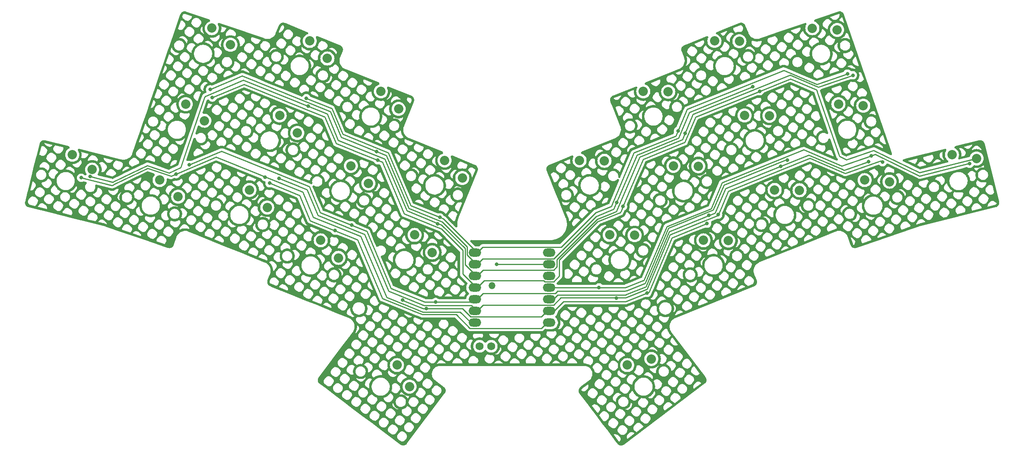
<source format=gbr>
%TF.GenerationSoftware,KiCad,Pcbnew,8.0.9-1.fc41*%
%TF.CreationDate,2025-04-15T07:09:33+10:00*%
%TF.ProjectId,'akohekohe,27616b6f-6865-46b6-9f68-652e6b696361,0.1*%
%TF.SameCoordinates,Original*%
%TF.FileFunction,Copper,L2,Bot*%
%TF.FilePolarity,Positive*%
%FSLAX46Y46*%
G04 Gerber Fmt 4.6, Leading zero omitted, Abs format (unit mm)*
G04 Created by KiCad (PCBNEW 8.0.9-1.fc41) date 2025-04-15 07:09:33*
%MOMM*%
%LPD*%
G01*
G04 APERTURE LIST*
%TA.AperFunction,ComponentPad*%
%ADD10C,2.032000*%
%TD*%
%TA.AperFunction,ComponentPad*%
%ADD11O,2.750000X1.800000*%
%TD*%
%TA.AperFunction,ComponentPad*%
%ADD12C,1.752600*%
%TD*%
%TA.AperFunction,ComponentPad*%
%ADD13O,1.500000X1.500000*%
%TD*%
%TA.AperFunction,ViaPad*%
%ADD14C,0.800000*%
%TD*%
%TA.AperFunction,Conductor*%
%ADD15C,0.250000*%
%TD*%
G04 APERTURE END LIST*
D10*
%TO.P,SW22,*%
%TO.N,*%
X209463271Y-100942926D03*
%TO.P,SW22,1,1*%
%TO.N,P2*%
X214885822Y-101016954D03*
%TD*%
%TO.P,SW23,*%
%TO.N,*%
X224977230Y-89956257D03*
%TO.P,SW23,1,1*%
%TO.N,P3*%
X230399781Y-90030285D03*
%TD*%
%TO.P,SW27,*%
%TO.N,*%
X218420033Y-73727951D03*
%TO.P,SW27,1,1*%
%TO.N,P1*%
X223842584Y-73801979D03*
%TD*%
D11*
%TO.P,U1,1,A2*%
%TO.N,P0*%
X166231543Y-119860642D03*
%TO.P,U1,2,A4*%
%TO.N,P1*%
X166231507Y-122400657D03*
%TO.P,U1,3,A10*%
%TO.N,P2*%
X166231516Y-124940672D03*
%TO.P,U1,4,A11*%
%TO.N,P3*%
X166231527Y-127480647D03*
%TO.P,U1,5,A8_SDA*%
%TO.N,P4*%
X166231539Y-130020650D03*
%TO.P,U1,6,A9_SCL*%
%TO.N,P5*%
X166231524Y-132560655D03*
%TO.P,U1,7,B8_TX*%
%TO.N,P6*%
X166231504Y-135100635D03*
%TO.P,U1,8,B9_RX*%
%TO.N,P7*%
X182421497Y-135100674D03*
%TO.P,U1,9,A7_SCK*%
%TO.N,P8*%
X182421533Y-132560659D03*
%TO.P,U1,10,A5_MISO*%
%TO.N,P9*%
X182421524Y-130020644D03*
%TO.P,U1,11,A6_MOSI*%
%TO.N,P10*%
X182421513Y-127480669D03*
%TO.P,U1,12,3V3*%
%TO.N,VCC*%
X182421501Y-124940666D03*
%TO.P,U1,13,GND*%
%TO.N,GND*%
X182421516Y-122400661D03*
%TO.P,U1,14,5V*%
%TO.N,VUSB*%
X182421536Y-119860681D03*
%TD*%
D10*
%TO.P,SW20,*%
%TO.N,*%
X270158401Y-98516861D03*
%TO.P,SW20,1,1*%
%TO.N,P3*%
X275517881Y-99344833D03*
%TD*%
%TO.P,SW24,*%
%TO.N,*%
X245426812Y-87487989D03*
%TO.P,SW24,1,1*%
%TO.N,P2*%
X250838058Y-87845703D03*
%TD*%
D12*
%TO.P,D9,1*%
%TO.N,N/C*%
X167240000Y-140237000D03*
%TO.P,D9,2*%
X169780000Y-140237000D03*
%TD*%
D10*
%TO.P,SW11,*%
%TO.N,*%
X117123867Y-106182039D03*
%TO.P,SW11,1,1*%
%TO.N,P5*%
X120973105Y-110002103D03*
%TD*%
%TO.P,SW12,*%
%TO.N,*%
X132637915Y-117168688D03*
%TO.P,SW12,1,1*%
%TO.N,P4*%
X136487153Y-120988752D03*
%TD*%
%TO.P,SW3,*%
%TO.N,*%
X145749148Y-84717206D03*
%TO.P,SW3,1,1*%
%TO.N,P1*%
X149598386Y-88537270D03*
%TD*%
%TO.P,SW28,*%
%TO.N,*%
X239744267Y-70954499D03*
%TO.P,SW28,1,1*%
%TO.N,P0*%
X245155513Y-71312213D03*
%TD*%
%TO.P,SW18,*%
%TO.N,*%
X231532820Y-106182013D03*
%TO.P,SW18,1,1*%
%TO.N,P4*%
X236955371Y-106256041D03*
%TD*%
%TO.P,SW19,*%
%TO.N,*%
X251130946Y-104040790D03*
%TO.P,SW19,1,1*%
%TO.N,P5*%
X256542192Y-104398504D03*
%TD*%
%TO.P,S26,1*%
%TO.N,P5*%
X204669761Y-143012315D03*
%TO.P,S26,2*%
%TO.N,P10*%
X199412772Y-144344255D03*
%TD*%
%TO.P,SW5,*%
%TO.N,*%
X103223265Y-87494194D03*
%TO.P,SW5,1,1*%
%TO.N,P3*%
X107267156Y-91107565D03*
%TD*%
%TO.P,SW15,*%
%TO.N,*%
X199412814Y-144344272D03*
%TO.P,SW15,1,1*%
%TO.N,P5*%
X204669746Y-143012303D03*
%TD*%
D13*
%TO.P,,B+*%
%TO.N,N/C*%
X169985514Y-127059596D03*
%TD*%
D10*
%TO.P,SW6,*%
%TO.N,*%
X123679531Y-89956269D03*
%TO.P,SW6,1,1*%
%TO.N,P2*%
X127528769Y-93776333D03*
%TD*%
%TO.P,SW14,*%
%TO.N,*%
X149243954Y-144344298D03*
%TO.P,SW14,1,1*%
%TO.N,P4*%
X151973332Y-149030447D03*
%TD*%
%TO.P,SW1,*%
%TO.N,*%
X108920712Y-70947623D03*
%TO.P,SW1,1,1*%
%TO.N,P1*%
X112964603Y-74560994D03*
%TD*%
%TO.P,SW21,*%
%TO.N,*%
X195588179Y-115986005D03*
%TO.P,SW21,1,1*%
%TO.N,P3*%
X201010730Y-116060033D03*
%TD*%
%TO.P,SW25,*%
%TO.N,*%
X189029113Y-99758232D03*
%TO.P,SW25,1,1*%
%TO.N,P1*%
X194451664Y-99832260D03*
%TD*%
%TO.P,SW9,*%
%TO.N,*%
X78498372Y-98516878D03*
%TO.P,SW9,1,1*%
%TO.N,P2*%
X82841797Y-101764056D03*
%TD*%
%TO.P,SW2,*%
%TO.N,*%
X130235149Y-73730572D03*
%TO.P,SW2,1,1*%
%TO.N,P0*%
X134084387Y-77550636D03*
%TD*%
%TO.P,SW17,*%
%TO.N,*%
X216018858Y-117168645D03*
%TO.P,SW17,1,1*%
%TO.N,P5*%
X221441409Y-117242673D03*
%TD*%
%TO.P,SW26,*%
%TO.N,*%
X202914054Y-84721352D03*
%TO.P,SW26,1,1*%
%TO.N,P0*%
X208336605Y-84795380D03*
%TD*%
%TO.P,SW10,*%
%TO.N,*%
X97525802Y-104040791D03*
%TO.P,SW10,1,1*%
%TO.N,P4*%
X101569693Y-107654162D03*
%TD*%
%TO.P,SW4,*%
%TO.N,*%
X159624240Y-99760330D03*
%TO.P,SW4,1,1*%
%TO.N,P0*%
X163473478Y-103580394D03*
%TD*%
%TO.P,SW7,*%
%TO.N,*%
X139193497Y-100942951D03*
%TO.P,SW7,1,1*%
%TO.N,P3*%
X143042735Y-104763015D03*
%TD*%
%TO.P,S25,1*%
%TO.N,P4*%
X151973325Y-149030465D03*
%TO.P,S25,2*%
%TO.N,P8*%
X149243959Y-144344255D03*
%TD*%
%TO.P,SW8,*%
%TO.N,*%
X153068616Y-115986052D03*
%TO.P,SW8,1,1*%
%TO.N,P2*%
X156917854Y-119806116D03*
%TD*%
D14*
%TO.N,P2*%
X129907199Y-87958749D03*
X82394417Y-103241566D03*
X248557879Y-81206036D03*
X158120102Y-113553012D03*
X212008277Y-93871409D03*
%TO.N,P6*%
X80449128Y-103527837D03*
X120541205Y-103383281D03*
X101150983Y-102726136D03*
%TO.N,P4*%
X157656810Y-130600067D03*
X139370825Y-113865950D03*
X234302195Y-99651699D03*
X103949284Y-100745221D03*
%TO.N,P3*%
X145075849Y-99731485D03*
X198477097Y-109789057D03*
X228245510Y-84668388D03*
X109020934Y-86061538D03*
%TO.N,P1*%
X226757682Y-83702504D03*
X108533629Y-84298125D03*
X197083614Y-108946799D03*
X144760308Y-97803575D03*
%TO.N,P5*%
X219199033Y-111575184D03*
X123539223Y-103667015D03*
X197076777Y-129779074D03*
X255050604Y-100141616D03*
%TO.N,P7*%
X121485576Y-104729004D03*
X135747529Y-115053401D03*
%TO.N,P0*%
X210466428Y-93324441D03*
X158569125Y-112170553D03*
X129504829Y-86191128D03*
X247385721Y-80856499D03*
%TO.N,P8*%
X150449735Y-130200534D03*
X203740146Y-128609713D03*
X155669851Y-132050092D03*
X216802444Y-113530337D03*
%TO.N,P10*%
X252558943Y-98727373D03*
X193264468Y-127432091D03*
X274001564Y-100476120D03*
%TO.N,P9*%
X232848127Y-101021127D03*
X217191210Y-111757620D03*
X251961744Y-100032319D03*
%TO.N,GND*%
X170998474Y-122385494D03*
%TD*%
D15*
%TO.N,P2*%
X89689440Y-103365377D02*
X94854433Y-100846229D01*
X166706514Y-124940683D02*
X166376476Y-124940686D01*
X102094638Y-101278420D02*
X99617878Y-102486411D01*
X158979311Y-113792953D02*
X164070547Y-118884196D01*
X166706515Y-124940706D02*
X168021563Y-123625664D01*
X195865585Y-111346597D02*
X197056866Y-110865293D01*
X184121508Y-122908107D02*
X184121533Y-121337899D01*
X89675458Y-103373730D02*
X89689440Y-103365377D01*
X103734848Y-96514941D02*
X102094638Y-101278420D01*
X240779733Y-83681425D02*
X241039875Y-83808309D01*
X234910986Y-81190305D02*
X240779733Y-83681425D01*
X99617878Y-102486411D02*
X94854433Y-100846229D01*
X89689440Y-103365377D02*
X87418280Y-104473105D01*
X164070547Y-118884196D02*
X164070573Y-122447119D01*
X115767192Y-82245820D02*
X115795461Y-82257251D01*
X136455226Y-95349883D02*
X145717784Y-99092232D01*
X166564105Y-124940672D02*
X166706518Y-124940679D01*
X82394417Y-103241566D02*
X87393501Y-104487981D01*
X213745950Y-89741509D02*
X234910986Y-81190305D01*
X103734848Y-96514941D02*
X107327590Y-86080788D01*
X202088423Y-99011748D02*
X211409541Y-95245758D01*
X183403949Y-123625679D02*
X184121508Y-122908107D01*
X184121533Y-121337899D02*
X192924582Y-112534847D01*
X166706511Y-124940694D02*
X166564141Y-124940692D01*
X145717784Y-99092232D02*
X146599903Y-99448640D01*
X211409541Y-95245758D02*
X213745950Y-89741509D01*
X166564105Y-124940675D02*
X166706525Y-124940670D01*
X195865585Y-111346597D02*
X192924582Y-112534847D01*
X87393501Y-104487981D02*
X87418280Y-104473105D01*
X195559235Y-111470382D02*
X195865585Y-111346597D01*
X248557879Y-81206036D02*
X248549895Y-81222394D01*
X107429496Y-85784982D02*
X115767192Y-82245820D01*
X164070573Y-122447119D02*
X166564105Y-124940672D01*
X107327590Y-86080788D02*
X107429496Y-85784982D01*
X134023873Y-89621991D02*
X136455226Y-95349883D01*
X115795461Y-82257251D02*
X134023873Y-89621991D01*
X168021563Y-123625664D02*
X183403949Y-123625679D01*
X248549895Y-81222394D02*
X241039875Y-83808309D01*
X151386586Y-110725293D02*
X158979311Y-113792953D01*
X197056866Y-110865293D02*
X202088423Y-99011748D01*
X146599903Y-99448640D02*
X151386586Y-110725293D01*
%TO.N,P6*%
X141322681Y-116302912D02*
X131028125Y-112143647D01*
X87832296Y-104899990D02*
X87188759Y-105213847D01*
X87053495Y-105167286D02*
X87179690Y-105198741D01*
X146967502Y-129601300D02*
X141322681Y-116302912D01*
X87053495Y-105167286D02*
X80361557Y-103498785D01*
X163009721Y-132779334D02*
X154857017Y-132779349D01*
X153851964Y-132382817D02*
X146967502Y-129601300D01*
X101150983Y-102726136D02*
X100091714Y-103170276D01*
X166706516Y-135100656D02*
X165331049Y-135100649D01*
X153851964Y-132382817D02*
X154845525Y-132784215D01*
X87179690Y-105198741D02*
X87188759Y-105213847D01*
X109836945Y-99033665D02*
X101150983Y-102726136D01*
X100091714Y-103170276D02*
X100021605Y-103204467D01*
X128697902Y-106654012D02*
X109836945Y-99033665D01*
X100021605Y-103204467D02*
X94914303Y-101445882D01*
X94914303Y-101445882D02*
X87832296Y-104899990D01*
X154845525Y-132784215D02*
X154857017Y-132779349D01*
X165331049Y-135100649D02*
X163009721Y-132779334D01*
X131028125Y-112143647D02*
X128697902Y-106654012D01*
%TO.N,P4*%
X183987492Y-128479107D02*
X184138534Y-128328019D01*
X208382113Y-114486741D02*
X218154200Y-110538601D01*
X108979843Y-98609886D02*
X108982843Y-98611101D01*
X157656810Y-130600067D02*
X155315062Y-130600075D01*
X142651556Y-115213036D02*
X147499528Y-126634178D01*
X130133773Y-105442299D02*
X132548546Y-111131122D01*
X166175661Y-130551553D02*
X166706527Y-130020670D01*
X218154200Y-110538601D02*
X220464202Y-105096494D01*
X203279898Y-126506856D02*
X208382113Y-114486741D01*
X198936130Y-128261873D02*
X184204722Y-128261845D01*
X199453396Y-128052871D02*
X203279898Y-126506856D01*
X166127119Y-130600062D02*
X157656810Y-130600067D01*
X198936130Y-128261873D02*
X198934965Y-128264617D01*
X183760889Y-128705669D02*
X183987492Y-128479107D01*
X103949284Y-100745221D02*
X108979843Y-98609886D01*
X157656810Y-130600067D02*
X157705344Y-130551553D01*
X184204722Y-128261845D02*
X183987492Y-128479107D01*
X108982843Y-98611101D02*
X111052005Y-97732777D01*
X166706545Y-130020672D02*
X168021512Y-128705681D01*
X199453396Y-128052871D02*
X198936130Y-128261873D01*
X155315062Y-130600075D02*
X147913622Y-127609691D01*
X147913622Y-127609691D02*
X147499528Y-126634178D01*
X111052005Y-97732777D02*
X130133773Y-105442299D01*
X132548546Y-111131122D02*
X142651556Y-115213036D01*
X199283970Y-128121355D02*
X199453396Y-128052871D01*
X166706537Y-130020640D02*
X166127119Y-130600062D01*
X168021512Y-128705681D02*
X183760889Y-128705669D01*
X220464202Y-105096494D02*
X234427617Y-99454911D01*
%TO.N,P3*%
X133523030Y-90267931D02*
X133626584Y-90511895D01*
X141558090Y-98320986D02*
X146028241Y-100127059D01*
X240812127Y-84843590D02*
X240697501Y-84510687D01*
X168021513Y-126165685D02*
X168256489Y-125930742D01*
X228239996Y-84681404D02*
X228245510Y-84668388D01*
X211969985Y-95817140D02*
X214307370Y-90310563D01*
X198483494Y-109786483D02*
X200099351Y-105979688D01*
X163620557Y-122270814D02*
X163620549Y-124537139D01*
X183403895Y-126165688D02*
X184603162Y-124966430D01*
X166706552Y-127480655D02*
X166564081Y-127480660D01*
X197918776Y-111104326D02*
X198096249Y-110686228D01*
X181439100Y-126165707D02*
X183403895Y-126165688D01*
X193007025Y-113088803D02*
X184603160Y-121492652D01*
X181204148Y-125930744D02*
X181439100Y-126165707D01*
X115892556Y-83144726D02*
X133523030Y-90267931D01*
X198477097Y-109789057D02*
X198483494Y-109786483D01*
X166564070Y-127480652D02*
X166706521Y-127480653D01*
X247121355Y-99605522D02*
X253125393Y-97538174D01*
X202843540Y-99504473D02*
X211969985Y-95817140D01*
X240654795Y-84404977D02*
X240697501Y-84510687D01*
X198477097Y-109789057D02*
X198096249Y-110686228D01*
X263079962Y-102383574D02*
X275725921Y-99230575D01*
X234934276Y-81976759D02*
X240654795Y-84404977D01*
X146028241Y-100127059D02*
X150804512Y-111379251D01*
X135985683Y-96069610D02*
X141558090Y-98320986D01*
X214307370Y-90310563D02*
X228239996Y-84681404D01*
X150804512Y-111379251D02*
X158910476Y-114654268D01*
X109020934Y-86061538D02*
X115892556Y-83144726D01*
X158910476Y-114654268D02*
X163620563Y-119364361D01*
X184603162Y-124966430D02*
X184603160Y-121492652D01*
X253125393Y-97538174D02*
X263075469Y-102391119D01*
X200099351Y-105979688D02*
X200097204Y-105974358D01*
X163620563Y-119364361D02*
X163620557Y-122270814D01*
X193007025Y-113088803D02*
X197918776Y-111104326D01*
X263075469Y-102391119D02*
X263079962Y-102383574D01*
X228258525Y-84673936D02*
X234934276Y-81976759D01*
X133626584Y-90511895D02*
X135985683Y-96069610D01*
X240812127Y-84843590D02*
X245647554Y-98886713D01*
X168256489Y-125930742D02*
X181204148Y-125930744D01*
X245647554Y-98886713D02*
X247121355Y-99605522D01*
X168021513Y-126165685D02*
X166706568Y-127480654D01*
X163620549Y-124537139D02*
X166564070Y-127480652D01*
X200097204Y-105974358D02*
X202843540Y-99504473D01*
X228245510Y-84668388D02*
X228258525Y-84673936D01*
%TO.N,P1*%
X183383259Y-121175671D02*
X192620900Y-111938061D01*
X115517801Y-81333522D02*
X115521859Y-81323581D01*
X192620900Y-111938061D02*
X196484145Y-110377178D01*
X159140735Y-113183433D02*
X164531537Y-118574224D01*
X164531534Y-120368055D02*
X166564137Y-122400661D01*
X210592927Y-94881965D02*
X212980074Y-89258224D01*
X166706548Y-122400632D02*
X167931515Y-121175679D01*
X146896230Y-98677298D02*
X151793713Y-110215036D01*
X212980074Y-89258224D02*
X226744711Y-83696953D01*
X151793713Y-110215036D02*
X159140735Y-113183433D01*
X164531537Y-118574224D02*
X164531534Y-120368055D01*
X166564137Y-122400661D02*
X166706497Y-122400653D01*
X137135101Y-94733558D02*
X146518218Y-98524586D01*
X146518218Y-98524586D02*
X146896230Y-98677298D01*
X167931515Y-121175679D02*
X183383259Y-121175671D01*
X108533629Y-84298125D02*
X115517801Y-81333522D01*
X134738539Y-89087638D02*
X137135101Y-94733558D01*
X201502424Y-98554763D02*
X210592927Y-94881965D01*
X166706522Y-122400657D02*
X166564152Y-122400660D01*
X196484145Y-110377178D02*
X201502424Y-98554763D01*
X115521859Y-81323581D02*
X134738539Y-89087638D01*
X226744711Y-83696953D02*
X226757682Y-83702504D01*
X226757682Y-83702504D02*
X226763215Y-83689472D01*
%TO.N,P5*%
X184948480Y-129701145D02*
X199103366Y-129701177D01*
X221438604Y-106454810D02*
X219200340Y-111727832D01*
X142155930Y-115826265D02*
X132019032Y-111730667D01*
X129637439Y-106119949D02*
X126301401Y-104772116D01*
X219200340Y-111727832D02*
X208757821Y-115946857D01*
X132019032Y-111730667D02*
X129637439Y-106119949D01*
X147403048Y-128187627D02*
X142155930Y-115826265D01*
X183403953Y-131245644D02*
X184948480Y-129701145D01*
X246864710Y-102554134D02*
X246657224Y-102452906D01*
X255107800Y-100138856D02*
X254599395Y-99890863D01*
X254599395Y-99890863D02*
X246864710Y-102554134D01*
X155168450Y-131325094D02*
X147403048Y-128187627D01*
X183062854Y-131245633D02*
X183403953Y-131245644D01*
X208757821Y-115946857D02*
X203709409Y-127840197D01*
X166706531Y-132560686D02*
X165470945Y-131325088D01*
X123552380Y-103661432D02*
X123539223Y-103667015D01*
X239189402Y-99283035D02*
X221438604Y-106454810D01*
X246657224Y-102452906D02*
X239189402Y-99283035D01*
X165470945Y-131325088D02*
X155168450Y-131325094D01*
X203709409Y-127840197D02*
X199103366Y-129701177D01*
X126301401Y-104772116D02*
X123552380Y-103661432D01*
X168021550Y-131245679D02*
X183062854Y-131245633D01*
X166706531Y-132560679D02*
X168021550Y-131245679D01*
%TO.N,P7*%
X140638223Y-117021857D02*
X130346512Y-112863718D01*
X180721553Y-136325657D02*
X165129028Y-136325666D01*
X121485576Y-104729004D02*
X121498584Y-104734242D01*
X128012973Y-107366251D02*
X121485576Y-104729004D01*
X153438723Y-132807957D02*
X154753046Y-133338973D01*
X130346512Y-112863718D02*
X128012973Y-107366251D01*
X165129028Y-136325666D02*
X162139718Y-133336363D01*
X146076416Y-129833412D02*
X140638223Y-117021857D01*
X154753046Y-133338973D02*
X154759236Y-133336344D01*
X153438723Y-132807957D02*
X146076416Y-129833412D01*
X181946505Y-135100679D02*
X180721553Y-136325657D01*
X162139718Y-133336363D02*
X154759236Y-133336344D01*
%TO.N,P0*%
X166706530Y-119860657D02*
X166706544Y-119845982D01*
X137427284Y-94051243D02*
X147329620Y-98052046D01*
X240699742Y-83158630D02*
X247385653Y-80856470D01*
X159355305Y-112488157D02*
X158569125Y-112170553D01*
X160938600Y-114078016D02*
X160938631Y-114071469D01*
X192526963Y-111112138D02*
X195915203Y-109743181D01*
X167931499Y-118635689D02*
X180295945Y-118635704D01*
X166706544Y-119845982D02*
X160938600Y-114078016D01*
X152236494Y-109611969D02*
X152245760Y-109615733D01*
X152245760Y-109615733D02*
X158569125Y-112170553D01*
X180295945Y-118635704D02*
X185003399Y-118635689D01*
X209965200Y-94432926D02*
X212429709Y-88626923D01*
X247385653Y-80856470D02*
X247385721Y-80856499D01*
X233513853Y-80108405D02*
X240699742Y-83158630D01*
X160938631Y-114071469D02*
X159355305Y-112488157D01*
X185003399Y-118635689D02*
X192526963Y-111112138D01*
X212429709Y-88626923D02*
X233513853Y-80108405D01*
X166706566Y-119860650D02*
X167931499Y-118635689D01*
X147329620Y-98052046D02*
X152236494Y-109611969D01*
X247385721Y-80856499D02*
X247385722Y-80856447D01*
X200850993Y-98115295D02*
X209965200Y-94432926D01*
X195915203Y-109743181D02*
X200850993Y-98115295D01*
X129504829Y-86191128D02*
X135040146Y-88427545D01*
X135040146Y-88427545D02*
X137427284Y-94051243D01*
%TO.N,P8*%
X185523469Y-130504096D02*
X199053430Y-130504090D01*
X150463499Y-130232916D02*
X150449735Y-130200534D01*
X209142714Y-116622924D02*
X216799823Y-113529209D01*
X185333461Y-130694089D02*
X185523469Y-130504096D01*
X181946547Y-132560676D02*
X180721577Y-133785675D01*
X183466880Y-132560684D02*
X181946547Y-132560676D01*
X165249103Y-133785662D02*
X163513520Y-132050072D01*
X203740146Y-128609713D02*
X199054751Y-130502736D01*
X204119701Y-128456361D02*
X209142714Y-116622924D01*
X216799823Y-113529209D02*
X216802444Y-113530337D01*
X181946516Y-132560668D02*
X181960071Y-132566356D01*
X199053430Y-130504090D02*
X199054751Y-130502736D01*
X154964247Y-132051350D02*
X154530649Y-131876149D01*
X185333461Y-130694089D02*
X183466880Y-132560684D01*
X180721577Y-133785675D02*
X165249103Y-133785662D01*
X154967233Y-132050081D02*
X154964247Y-132051350D01*
X203740146Y-128609713D02*
X204119701Y-128456361D01*
X154530649Y-131876149D02*
X150463499Y-130232916D01*
X181946553Y-132560696D02*
X183247535Y-132560672D01*
X163513520Y-132050072D02*
X154967233Y-132050081D01*
X181946554Y-132560687D02*
X182384236Y-132560679D01*
%TO.N,P10*%
X252558926Y-98727377D02*
X246105975Y-100949311D01*
X252558943Y-98727373D02*
X252558926Y-98727377D01*
X220048175Y-104628764D02*
X217661036Y-110252506D01*
X252558943Y-98727373D02*
X253440901Y-98423706D01*
X246105975Y-100949311D02*
X237839752Y-97440477D01*
X237650786Y-97516826D02*
X220048175Y-104628764D01*
X208036883Y-114140935D02*
X203073081Y-125834895D01*
X263099101Y-103134329D02*
X274034338Y-100407847D01*
X181946493Y-127480681D02*
X198999611Y-127480669D01*
X253440901Y-98423706D02*
X263099101Y-103134329D01*
X203073081Y-125834895D02*
X198999639Y-127480659D01*
X217661036Y-110252506D02*
X208036883Y-114140935D01*
X274034338Y-100407847D02*
X274035560Y-100405783D01*
X237839752Y-97440477D02*
X237650786Y-97516826D01*
%TO.N,P9*%
X200165230Y-128603448D02*
X199118479Y-129026339D01*
X246006589Y-101554172D02*
X246239294Y-101652955D01*
X231898277Y-101404831D02*
X220795426Y-105890680D01*
X184289196Y-129033017D02*
X199111824Y-129033009D01*
X251961744Y-100032319D02*
X246641959Y-101864060D01*
X208568389Y-115241454D02*
X203461966Y-127271460D01*
X183301525Y-130020646D02*
X181946544Y-130020668D01*
X220795426Y-105890680D02*
X218535624Y-111214431D01*
X231898345Y-101404855D02*
X238946318Y-98557300D01*
X181946558Y-130020656D02*
X183316483Y-130020637D01*
X184289196Y-129033017D02*
X183301525Y-130020646D01*
X199111824Y-129033009D02*
X199118479Y-129026339D01*
X238946318Y-98557300D02*
X246006589Y-101554172D01*
X218535624Y-111214431D02*
X208568389Y-115241454D01*
X246239294Y-101652955D02*
X246513451Y-101786664D01*
X203461966Y-127271460D02*
X200165230Y-128603448D01*
X246641959Y-101864060D02*
X246006589Y-101554172D01*
%TO.N,GND*%
X170998474Y-122385494D02*
X181931342Y-122385490D01*
X181931342Y-122385490D02*
X181946517Y-122400662D01*
%TD*%
%TA.AperFunction,NonConductor*%
G36*
X268838281Y-97272674D02*
G01*
X268910197Y-97337998D01*
X268951641Y-97425870D01*
X268956302Y-97522914D01*
X268923472Y-97614353D01*
X268922344Y-97616212D01*
X268795860Y-97822612D01*
X268704032Y-98044307D01*
X268648013Y-98277641D01*
X268629187Y-98516855D01*
X268629187Y-98516866D01*
X268648013Y-98756080D01*
X268704032Y-98989414D01*
X268795860Y-99211109D01*
X268905195Y-99389526D01*
X268921241Y-99415710D01*
X269077083Y-99598179D01*
X269259552Y-99754021D01*
X269259560Y-99754026D01*
X269267463Y-99759768D01*
X269266691Y-99760829D01*
X269330223Y-99819561D01*
X269370896Y-99907792D01*
X269374707Y-100004872D01*
X269341078Y-100096022D01*
X269275127Y-100167363D01*
X269189013Y-100207518D01*
X263225155Y-101694479D01*
X263128112Y-101699140D01*
X263055762Y-101676675D01*
X262456957Y-101384620D01*
X261292707Y-100816781D01*
X262542796Y-100816781D01*
X263198173Y-101136428D01*
X264557493Y-100797510D01*
X264523915Y-100701359D01*
X264313411Y-100465510D01*
X264280218Y-100440497D01*
X265989388Y-100440497D01*
X267824570Y-99982933D01*
X267815938Y-99973262D01*
X267455794Y-99701874D01*
X267171059Y-99564534D01*
X266880402Y-99548028D01*
X266605558Y-99644009D01*
X266369709Y-99854513D01*
X266098321Y-100214656D01*
X265989388Y-100440497D01*
X264280218Y-100440497D01*
X263953268Y-100194122D01*
X263668532Y-100056782D01*
X263377876Y-100040277D01*
X263103032Y-100136257D01*
X262867182Y-100346761D01*
X262595795Y-100706904D01*
X262542796Y-100816781D01*
X261292707Y-100816781D01*
X259549641Y-99966636D01*
X259472306Y-99907830D01*
X259429376Y-99834216D01*
X260528227Y-99834216D01*
X262022193Y-100562867D01*
X262197275Y-100406600D01*
X262468662Y-100046456D01*
X262606003Y-99761720D01*
X262622508Y-99471064D01*
X262571426Y-99324789D01*
X260528227Y-99834216D01*
X259429376Y-99834216D01*
X259423362Y-99823904D01*
X259410260Y-99727637D01*
X259434996Y-99633683D01*
X259493803Y-99556347D01*
X259577729Y-99507403D01*
X259598535Y-99501239D01*
X260466187Y-99284909D01*
X263947088Y-99284909D01*
X264043068Y-99559753D01*
X264253572Y-99795602D01*
X264613716Y-100066990D01*
X264898452Y-100204330D01*
X265189108Y-100220836D01*
X265463952Y-100124856D01*
X265699802Y-99914352D01*
X265971189Y-99554208D01*
X266108530Y-99269472D01*
X266125035Y-98978816D01*
X266060027Y-98792661D01*
X267449615Y-98792661D01*
X267545595Y-99067505D01*
X267756099Y-99303354D01*
X268116243Y-99574742D01*
X268400978Y-99712082D01*
X268462406Y-99715571D01*
X268459620Y-99711219D01*
X268322990Y-99488262D01*
X268318052Y-99479837D01*
X268317092Y-99478123D01*
X268312475Y-99469487D01*
X268302701Y-99450304D01*
X268298414Y-99441463D01*
X268297592Y-99439679D01*
X268293695Y-99430766D01*
X268193626Y-99189178D01*
X268190025Y-99179971D01*
X268189346Y-99178128D01*
X268186181Y-99168995D01*
X268179528Y-99148520D01*
X268176687Y-99139157D01*
X268176154Y-99137267D01*
X268173687Y-99127811D01*
X268112642Y-98873545D01*
X268110544Y-98863981D01*
X268110161Y-98862055D01*
X268108444Y-98852440D01*
X268105076Y-98831174D01*
X268103740Y-98821516D01*
X268103509Y-98819566D01*
X268102548Y-98809810D01*
X268082032Y-98549124D01*
X268081456Y-98539353D01*
X268081379Y-98537391D01*
X268081187Y-98527626D01*
X268081187Y-98506096D01*
X268081379Y-98496331D01*
X268081456Y-98494369D01*
X268082032Y-98484598D01*
X268102548Y-98223912D01*
X268103509Y-98214156D01*
X268103740Y-98212206D01*
X268105076Y-98202548D01*
X268108444Y-98181282D01*
X268110161Y-98171667D01*
X268110544Y-98169741D01*
X268112642Y-98160177D01*
X268168048Y-97929394D01*
X267739959Y-98036129D01*
X267603461Y-98217269D01*
X267466121Y-98502004D01*
X267449615Y-98792661D01*
X266060027Y-98792661D01*
X266029055Y-98703972D01*
X265852913Y-98506622D01*
X263972677Y-98975418D01*
X263963594Y-98994250D01*
X263947088Y-99284909D01*
X260466187Y-99284909D01*
X268649801Y-97244504D01*
X268746842Y-97239844D01*
X268838281Y-97272674D01*
G37*
%TD.AperFunction*%
%TA.AperFunction,NonConductor*%
G36*
X245725680Y-67267044D02*
G01*
X245855634Y-67280700D01*
X245898226Y-67288978D01*
X246023832Y-67324994D01*
X246064351Y-67340547D01*
X246181783Y-67397821D01*
X246218989Y-67420176D01*
X246324696Y-67496976D01*
X246357448Y-67525447D01*
X246448218Y-67619442D01*
X246475526Y-67653166D01*
X246548588Y-67761485D01*
X246569630Y-67799446D01*
X246604989Y-67878866D01*
X246627094Y-67928517D01*
X246635053Y-67948724D01*
X246655732Y-68008780D01*
X246655742Y-68008807D01*
X247112617Y-69335668D01*
X257038132Y-98161462D01*
X257038168Y-98161730D01*
X257068603Y-98249967D01*
X257071411Y-98258108D01*
X257076629Y-98273262D01*
X257082539Y-98290425D01*
X257095641Y-98386693D01*
X257070905Y-98480646D01*
X257012098Y-98557982D01*
X256928172Y-98606926D01*
X256831904Y-98620028D01*
X256737951Y-98595292D01*
X253459181Y-96996140D01*
X253446004Y-96989713D01*
X253347023Y-96941437D01*
X253347020Y-96941436D01*
X253347013Y-96941433D01*
X253226347Y-96909664D01*
X253123324Y-96903364D01*
X253123323Y-96903363D01*
X253101790Y-96902047D01*
X253101789Y-96902047D01*
X253101787Y-96902047D01*
X253051306Y-96908917D01*
X252978141Y-96918874D01*
X252978140Y-96918874D01*
X252978135Y-96918875D01*
X247260731Y-98887527D01*
X247164464Y-98900629D01*
X247070512Y-98875893D01*
X246588358Y-98640735D01*
X246253808Y-98477566D01*
X246176474Y-98418762D01*
X246127532Y-98334842D01*
X245778343Y-97320723D01*
X246357918Y-97320723D01*
X246605350Y-98039319D01*
X247199420Y-98329061D01*
X248115838Y-98013514D01*
X248120153Y-97937529D01*
X248024173Y-97662685D01*
X247925422Y-97552044D01*
X249456053Y-97552044D01*
X251295210Y-96918774D01*
X250956052Y-96663200D01*
X250671316Y-96525860D01*
X250380660Y-96509354D01*
X250105816Y-96605335D01*
X249869966Y-96815839D01*
X249598579Y-97175982D01*
X249461239Y-97460718D01*
X249456053Y-97552044D01*
X247925422Y-97552044D01*
X247813669Y-97426836D01*
X247453525Y-97155448D01*
X247168790Y-97018108D01*
X246878133Y-97001602D01*
X246603289Y-97097583D01*
X246367441Y-97308087D01*
X246357918Y-97320723D01*
X245778343Y-97320723D01*
X245408368Y-96246235D01*
X247447346Y-96246235D01*
X247543326Y-96521079D01*
X247753830Y-96756928D01*
X248113974Y-97028316D01*
X248398709Y-97165656D01*
X248689366Y-97182162D01*
X248964210Y-97086182D01*
X249200059Y-96875678D01*
X249471447Y-96515534D01*
X249608787Y-96230798D01*
X249625293Y-95940142D01*
X249560284Y-95753987D01*
X250949872Y-95753987D01*
X251045853Y-96028831D01*
X251256357Y-96264680D01*
X251616500Y-96536068D01*
X251901236Y-96673408D01*
X251992718Y-96678603D01*
X252610016Y-96466051D01*
X252702584Y-96383431D01*
X252710871Y-96372434D01*
X253335687Y-96372434D01*
X253338573Y-96372971D01*
X253340975Y-96373479D01*
X253352852Y-96376296D01*
X253491196Y-96412720D01*
X253498908Y-96414884D01*
X253508123Y-96417630D01*
X253515759Y-96420040D01*
X253528904Y-96424422D01*
X253536546Y-96427108D01*
X253538095Y-96427681D01*
X253545861Y-96430702D01*
X253562612Y-96437544D01*
X253570300Y-96440836D01*
X253571806Y-96441511D01*
X253579117Y-96444932D01*
X253699406Y-96503600D01*
X253699407Y-96503600D01*
X255111615Y-97192375D01*
X255125207Y-96953033D01*
X255029226Y-96678189D01*
X254818722Y-96442340D01*
X254458579Y-96170952D01*
X254173843Y-96033612D01*
X253883186Y-96017106D01*
X253608343Y-96113086D01*
X253372493Y-96323591D01*
X253335687Y-96372434D01*
X252710871Y-96372434D01*
X252973973Y-96023286D01*
X253111314Y-95738550D01*
X253127819Y-95447894D01*
X253062811Y-95261739D01*
X254452399Y-95261739D01*
X254548379Y-95536583D01*
X254758883Y-95772432D01*
X255119027Y-96043820D01*
X255403763Y-96181160D01*
X255694419Y-96197666D01*
X255772926Y-96170249D01*
X255076771Y-94148465D01*
X254877632Y-94326203D01*
X254606245Y-94686347D01*
X254468905Y-94971082D01*
X254452399Y-95261739D01*
X253062811Y-95261739D01*
X253031839Y-95173050D01*
X252821335Y-94937200D01*
X252461193Y-94665814D01*
X252176455Y-94528472D01*
X251885799Y-94511967D01*
X251610955Y-94607947D01*
X251375106Y-94818451D01*
X251103718Y-95178595D01*
X250966378Y-95463330D01*
X250949872Y-95753987D01*
X249560284Y-95753987D01*
X249529312Y-95665298D01*
X249318808Y-95429448D01*
X248958662Y-95158059D01*
X248830516Y-95096248D01*
X248768162Y-95144095D01*
X248761610Y-95148953D01*
X248760280Y-95149906D01*
X248753585Y-95154540D01*
X248738668Y-95164507D01*
X248731851Y-95168903D01*
X248730462Y-95169767D01*
X248723444Y-95173974D01*
X248484833Y-95311736D01*
X248477794Y-95315650D01*
X248476351Y-95316422D01*
X248469012Y-95320193D01*
X248452922Y-95328127D01*
X248445619Y-95331582D01*
X248444128Y-95332258D01*
X248436597Y-95335524D01*
X248182046Y-95440962D01*
X248174438Y-95443968D01*
X248172907Y-95444544D01*
X248165278Y-95447273D01*
X248148292Y-95453040D01*
X248140474Y-95455552D01*
X248138907Y-95456027D01*
X248131120Y-95458250D01*
X247864982Y-95529561D01*
X247857015Y-95531555D01*
X247855422Y-95531926D01*
X247847538Y-95533628D01*
X247829944Y-95537129D01*
X247821816Y-95538607D01*
X247820201Y-95538873D01*
X247812235Y-95540053D01*
X247687361Y-95556493D01*
X247601189Y-95670847D01*
X247463851Y-95955578D01*
X247447346Y-96246235D01*
X245408368Y-96246235D01*
X244269164Y-92937740D01*
X245382638Y-92937740D01*
X245382638Y-93195327D01*
X245415964Y-93448466D01*
X245416260Y-93450709D01*
X245454487Y-93593373D01*
X245481130Y-93692810D01*
X245482928Y-93699518D01*
X245518938Y-93786454D01*
X245581499Y-93937490D01*
X245581504Y-93937501D01*
X245710289Y-94160562D01*
X245710300Y-94160580D01*
X245867095Y-94364919D01*
X245867099Y-94364923D01*
X245867103Y-94364928D01*
X246049244Y-94547069D01*
X246049248Y-94547072D01*
X246049252Y-94547076D01*
X246253591Y-94703871D01*
X246253596Y-94703874D01*
X246253600Y-94703877D01*
X246272779Y-94714950D01*
X246476670Y-94832667D01*
X246476673Y-94832668D01*
X246476676Y-94832670D01*
X246714654Y-94931244D01*
X246963463Y-94997912D01*
X247138012Y-95020892D01*
X247218844Y-95031534D01*
X247218845Y-95031534D01*
X247476432Y-95031534D01*
X247528894Y-95024627D01*
X247731813Y-94997912D01*
X247980622Y-94931244D01*
X248218600Y-94832670D01*
X248392231Y-94732424D01*
X249234766Y-94732424D01*
X249258969Y-94759541D01*
X249619113Y-95030929D01*
X249903848Y-95168269D01*
X250194505Y-95184774D01*
X250469349Y-95088794D01*
X250705199Y-94878290D01*
X250976586Y-94518146D01*
X251113926Y-94233411D01*
X251130432Y-93942754D01*
X251065424Y-93756600D01*
X252455012Y-93756600D01*
X252550992Y-94031444D01*
X252761496Y-94267293D01*
X253121640Y-94538681D01*
X253406375Y-94676021D01*
X253697032Y-94692526D01*
X253971876Y-94596546D01*
X254207725Y-94386042D01*
X254479113Y-94025898D01*
X254616453Y-93741163D01*
X254632959Y-93450506D01*
X254536978Y-93175662D01*
X254326474Y-92939813D01*
X253966331Y-92668425D01*
X253681592Y-92531083D01*
X253626932Y-92527979D01*
X253613217Y-92539695D01*
X253605700Y-92545866D01*
X253604157Y-92547083D01*
X253596314Y-92553022D01*
X253438641Y-92667577D01*
X253430579Y-92673194D01*
X253428947Y-92674284D01*
X253420768Y-92679519D01*
X253402411Y-92690770D01*
X253393875Y-92695771D01*
X253392161Y-92696730D01*
X253383624Y-92701291D01*
X253209971Y-92789772D01*
X253201128Y-92794061D01*
X253199344Y-92794883D01*
X253190436Y-92798778D01*
X253170544Y-92807018D01*
X253161332Y-92810621D01*
X253159489Y-92811300D01*
X253150353Y-92814466D01*
X252964998Y-92874691D01*
X252955671Y-92877521D01*
X252953782Y-92878054D01*
X252944302Y-92880529D01*
X252923367Y-92885556D01*
X252913794Y-92887656D01*
X252911868Y-92888039D01*
X252902254Y-92889756D01*
X252818484Y-92903023D01*
X252608859Y-93181207D01*
X252471517Y-93465944D01*
X252455012Y-93756600D01*
X251065424Y-93756600D01*
X251034452Y-93667910D01*
X250823948Y-93432061D01*
X250463804Y-93160673D01*
X250179068Y-93023333D01*
X249888412Y-93006827D01*
X249860638Y-93016527D01*
X249860638Y-93204296D01*
X249860502Y-93212515D01*
X249860448Y-93214150D01*
X249860051Y-93222211D01*
X249858878Y-93240113D01*
X249858219Y-93248173D01*
X249858059Y-93249802D01*
X249857121Y-93257964D01*
X249821157Y-93531132D01*
X249819977Y-93539097D01*
X249819711Y-93540712D01*
X249818233Y-93548840D01*
X249814732Y-93566434D01*
X249813030Y-93574318D01*
X249812659Y-93575911D01*
X249810665Y-93583878D01*
X249739354Y-93850016D01*
X249737131Y-93857803D01*
X249736656Y-93859370D01*
X249734144Y-93867188D01*
X249728377Y-93884174D01*
X249725648Y-93891803D01*
X249725072Y-93893334D01*
X249722066Y-93900942D01*
X249616628Y-94155493D01*
X249613362Y-94163024D01*
X249612686Y-94164515D01*
X249609231Y-94171818D01*
X249601297Y-94187908D01*
X249597526Y-94195247D01*
X249596754Y-94196690D01*
X249592840Y-94203729D01*
X249455078Y-94442340D01*
X249450871Y-94449358D01*
X249450007Y-94450747D01*
X249445611Y-94457564D01*
X249435644Y-94472481D01*
X249431010Y-94479176D01*
X249430057Y-94480506D01*
X249425199Y-94487057D01*
X249257470Y-94705646D01*
X249252342Y-94712105D01*
X249251303Y-94713370D01*
X249246092Y-94719510D01*
X249234766Y-94732424D01*
X248392231Y-94732424D01*
X248441676Y-94703877D01*
X248443144Y-94702751D01*
X248646023Y-94547076D01*
X248646023Y-94547075D01*
X248646032Y-94547069D01*
X248828173Y-94364928D01*
X248849091Y-94337667D01*
X248984975Y-94160580D01*
X248984975Y-94160579D01*
X248984981Y-94160572D01*
X249113774Y-93937496D01*
X249212348Y-93699518D01*
X249279016Y-93450709D01*
X249312638Y-93195327D01*
X249312638Y-92937741D01*
X249309540Y-92914213D01*
X249304124Y-92873072D01*
X249279016Y-92682359D01*
X249212348Y-92433550D01*
X249136924Y-92251460D01*
X250457624Y-92251460D01*
X250553605Y-92526304D01*
X250764109Y-92762154D01*
X251124252Y-93033541D01*
X251408988Y-93170881D01*
X251699645Y-93187387D01*
X251974488Y-93091407D01*
X252199410Y-92890657D01*
X252193713Y-92889755D01*
X252184100Y-92888039D01*
X252182174Y-92887656D01*
X252172601Y-92885556D01*
X252151666Y-92880529D01*
X252142186Y-92878054D01*
X252140297Y-92877521D01*
X252130970Y-92874691D01*
X251945615Y-92814466D01*
X251936479Y-92811300D01*
X251934636Y-92810621D01*
X251925424Y-92807018D01*
X251905532Y-92798778D01*
X251896624Y-92794883D01*
X251894840Y-92794061D01*
X251885997Y-92789772D01*
X251712344Y-92701291D01*
X251703807Y-92696730D01*
X251702093Y-92695771D01*
X251693557Y-92690770D01*
X251675200Y-92679519D01*
X251667021Y-92674284D01*
X251665389Y-92673194D01*
X251657327Y-92667577D01*
X251499654Y-92553022D01*
X251491811Y-92547083D01*
X251490268Y-92545866D01*
X251482751Y-92539695D01*
X251466380Y-92525712D01*
X251459011Y-92519162D01*
X251457570Y-92517829D01*
X251450587Y-92511113D01*
X251312777Y-92373303D01*
X251306061Y-92366320D01*
X251304728Y-92364879D01*
X251298178Y-92357510D01*
X251284195Y-92341139D01*
X251278024Y-92333622D01*
X251276807Y-92332079D01*
X251270868Y-92324236D01*
X251156313Y-92166563D01*
X251150696Y-92158501D01*
X251149606Y-92156869D01*
X251144371Y-92148690D01*
X251133120Y-92130333D01*
X251128119Y-92121797D01*
X251127160Y-92120083D01*
X251122599Y-92111546D01*
X251034118Y-91937893D01*
X251029829Y-91929050D01*
X251029007Y-91927266D01*
X251025112Y-91918358D01*
X251016872Y-91898466D01*
X251013269Y-91889254D01*
X251012590Y-91887411D01*
X251009424Y-91878275D01*
X250949199Y-91692920D01*
X250946369Y-91683593D01*
X250945836Y-91681704D01*
X250943361Y-91672224D01*
X250938334Y-91651289D01*
X250936234Y-91641716D01*
X250935851Y-91639790D01*
X250934135Y-91630177D01*
X250903647Y-91437681D01*
X250902308Y-91428006D01*
X250902077Y-91426055D01*
X250901117Y-91416312D01*
X250899428Y-91394849D01*
X250898853Y-91385080D01*
X250898776Y-91383118D01*
X250898584Y-91373353D01*
X250898584Y-91301888D01*
X250882858Y-91315924D01*
X250611470Y-91676068D01*
X250474130Y-91960804D01*
X250457624Y-92251460D01*
X249136924Y-92251460D01*
X249113774Y-92195572D01*
X249113253Y-92194670D01*
X249007171Y-92010930D01*
X248984981Y-91972496D01*
X248984978Y-91972492D01*
X248984975Y-91972487D01*
X248828180Y-91768148D01*
X248828176Y-91768144D01*
X248828173Y-91768140D01*
X248646032Y-91585999D01*
X248646027Y-91585995D01*
X248646023Y-91585991D01*
X248441684Y-91429196D01*
X248441666Y-91429185D01*
X248218605Y-91300400D01*
X248218594Y-91300395D01*
X248051935Y-91231363D01*
X247980622Y-91201824D01*
X247967634Y-91198344D01*
X247913944Y-91183957D01*
X247731813Y-91135156D01*
X247731810Y-91135155D01*
X247731808Y-91135155D01*
X247476432Y-91101534D01*
X247476431Y-91101534D01*
X247218845Y-91101534D01*
X247218844Y-91101534D01*
X246963467Y-91135155D01*
X246963463Y-91135155D01*
X246963463Y-91135156D01*
X246932573Y-91143433D01*
X246714660Y-91201822D01*
X246714654Y-91201824D01*
X246476681Y-91300395D01*
X246476670Y-91300400D01*
X246253609Y-91429185D01*
X246253591Y-91429196D01*
X246049252Y-91585991D01*
X245867095Y-91768148D01*
X245710300Y-91972487D01*
X245710289Y-91972505D01*
X245581504Y-92195566D01*
X245581499Y-92195577D01*
X245482928Y-92433550D01*
X245482926Y-92433556D01*
X245416259Y-92682363D01*
X245382638Y-92937740D01*
X244269164Y-92937740D01*
X243684094Y-91238569D01*
X244957710Y-91238569D01*
X245053690Y-91513413D01*
X245229102Y-91709945D01*
X245240198Y-91690728D01*
X245244405Y-91683710D01*
X245245269Y-91682321D01*
X245249665Y-91675504D01*
X245259632Y-91660587D01*
X245264266Y-91653892D01*
X245265219Y-91652562D01*
X245270077Y-91646011D01*
X245437806Y-91427422D01*
X245442934Y-91420963D01*
X245443973Y-91419698D01*
X245449184Y-91413558D01*
X245461013Y-91400070D01*
X245466455Y-91394065D01*
X245467572Y-91392872D01*
X245473266Y-91386987D01*
X245668091Y-91192162D01*
X245673976Y-91186468D01*
X245675169Y-91185351D01*
X245681174Y-91179909D01*
X245694662Y-91168080D01*
X245700802Y-91162869D01*
X245702067Y-91161830D01*
X245708526Y-91156702D01*
X245927115Y-90988973D01*
X245933666Y-90984115D01*
X245934996Y-90983162D01*
X245941691Y-90978528D01*
X245956608Y-90968561D01*
X245963425Y-90964165D01*
X245964814Y-90963301D01*
X245971832Y-90959094D01*
X246210443Y-90821332D01*
X246217482Y-90817418D01*
X246218925Y-90816646D01*
X246226264Y-90812875D01*
X246242354Y-90804941D01*
X246249657Y-90801486D01*
X246251148Y-90800810D01*
X246258679Y-90797544D01*
X246382343Y-90746321D01*
X248460237Y-90746321D01*
X248486836Y-90822488D01*
X248723444Y-90959094D01*
X248730462Y-90963301D01*
X248731851Y-90964165D01*
X248738668Y-90968561D01*
X248753585Y-90978528D01*
X248760280Y-90983162D01*
X248761610Y-90984115D01*
X248768161Y-90988973D01*
X248986750Y-91156702D01*
X248993209Y-91161830D01*
X248994474Y-91162869D01*
X249000614Y-91168080D01*
X249014102Y-91179909D01*
X249020107Y-91185351D01*
X249021300Y-91186468D01*
X249027185Y-91192162D01*
X249222010Y-91386987D01*
X249227704Y-91392872D01*
X249228821Y-91394065D01*
X249234263Y-91400070D01*
X249246092Y-91413558D01*
X249251303Y-91419698D01*
X249252342Y-91420963D01*
X249257470Y-91427422D01*
X249425199Y-91646011D01*
X249430057Y-91652562D01*
X249431010Y-91653892D01*
X249435644Y-91660587D01*
X249440173Y-91667365D01*
X249702257Y-91682248D01*
X249977101Y-91586267D01*
X250212951Y-91375763D01*
X250353515Y-91189228D01*
X251446584Y-91189228D01*
X251446584Y-91362583D01*
X251446585Y-91362599D01*
X251473701Y-91533805D01*
X251473706Y-91533824D01*
X251524820Y-91691140D01*
X251527276Y-91698697D01*
X251605982Y-91853166D01*
X251657211Y-91923676D01*
X251707817Y-91993330D01*
X251707883Y-91993420D01*
X251830470Y-92116007D01*
X251970724Y-92217908D01*
X252125193Y-92296614D01*
X252290072Y-92350186D01*
X252290083Y-92350187D01*
X252290084Y-92350188D01*
X252359896Y-92361245D01*
X252461302Y-92377306D01*
X252461306Y-92377306D01*
X252634662Y-92377306D01*
X252634666Y-92377306D01*
X252805896Y-92350186D01*
X252970775Y-92296614D01*
X253125244Y-92217908D01*
X253265498Y-92116007D01*
X253388085Y-91993420D01*
X253489986Y-91853166D01*
X253568692Y-91698697D01*
X253622264Y-91533818D01*
X253649384Y-91362588D01*
X253649384Y-91189224D01*
X253628683Y-91058524D01*
X253622266Y-91018006D01*
X253622265Y-91018005D01*
X253622264Y-91017994D01*
X253568692Y-90853115D01*
X253489986Y-90698646D01*
X253397777Y-90571732D01*
X253388088Y-90558396D01*
X253388087Y-90558395D01*
X253388085Y-90558392D01*
X253265498Y-90435805D01*
X253265494Y-90435802D01*
X253265493Y-90435801D01*
X253187295Y-90378987D01*
X253125244Y-90333904D01*
X252970775Y-90255198D01*
X252970764Y-90255194D01*
X252805902Y-90201628D01*
X252805896Y-90201626D01*
X252805891Y-90201625D01*
X252805883Y-90201623D01*
X252634677Y-90174507D01*
X252634668Y-90174506D01*
X252634666Y-90174506D01*
X252461302Y-90174506D01*
X252461299Y-90174506D01*
X252461290Y-90174507D01*
X252290084Y-90201623D01*
X252290073Y-90201625D01*
X252290072Y-90201626D01*
X252290069Y-90201626D01*
X252290065Y-90201628D01*
X252125203Y-90255194D01*
X252125192Y-90255198D01*
X251970725Y-90333903D01*
X251830474Y-90435801D01*
X251707879Y-90558396D01*
X251605981Y-90698647D01*
X251527276Y-90853114D01*
X251527272Y-90853125D01*
X251473706Y-91017987D01*
X251473701Y-91018006D01*
X251446585Y-91189212D01*
X251446584Y-91189228D01*
X250353515Y-91189228D01*
X250484338Y-91015620D01*
X250621678Y-90730884D01*
X250638184Y-90440227D01*
X250542204Y-90165384D01*
X250331702Y-89929537D01*
X250181593Y-89816422D01*
X250176791Y-89814758D01*
X250174948Y-89814079D01*
X250165741Y-89810478D01*
X249924153Y-89710409D01*
X249915240Y-89706512D01*
X249913456Y-89705690D01*
X249904615Y-89701403D01*
X249885432Y-89691629D01*
X249876796Y-89687012D01*
X249875082Y-89686052D01*
X249868788Y-89682363D01*
X252114834Y-89682363D01*
X252130970Y-89677121D01*
X252140297Y-89674291D01*
X252142186Y-89673758D01*
X252151666Y-89671283D01*
X252172601Y-89666256D01*
X252182174Y-89664156D01*
X252184100Y-89663773D01*
X252193713Y-89662057D01*
X252386209Y-89631569D01*
X252395884Y-89630230D01*
X252397835Y-89629999D01*
X252407578Y-89629039D01*
X252429041Y-89627350D01*
X252438810Y-89626775D01*
X252440772Y-89626698D01*
X252450537Y-89626506D01*
X252645431Y-89626506D01*
X252655196Y-89626698D01*
X252657158Y-89626775D01*
X252666927Y-89627350D01*
X252688390Y-89629039D01*
X252698133Y-89629999D01*
X252700084Y-89630230D01*
X252709759Y-89631569D01*
X252902255Y-89662057D01*
X252911868Y-89663773D01*
X252913794Y-89664156D01*
X252923367Y-89666256D01*
X252944302Y-89671283D01*
X252953782Y-89673758D01*
X252955671Y-89674291D01*
X252964998Y-89677121D01*
X253150353Y-89737346D01*
X253159489Y-89740512D01*
X253161332Y-89741191D01*
X253170544Y-89744794D01*
X253190436Y-89753034D01*
X253199344Y-89756929D01*
X253201128Y-89757751D01*
X253209971Y-89762040D01*
X253383624Y-89850521D01*
X253392161Y-89855082D01*
X253393875Y-89856041D01*
X253402411Y-89861042D01*
X253420768Y-89872293D01*
X253428947Y-89877528D01*
X253430579Y-89878618D01*
X253438641Y-89884235D01*
X253596314Y-89998790D01*
X253604157Y-90004729D01*
X253605700Y-90005946D01*
X253613217Y-90012117D01*
X253629588Y-90026100D01*
X253636957Y-90032650D01*
X253638398Y-90033983D01*
X253645381Y-90040699D01*
X253671265Y-90066583D01*
X253338640Y-89100568D01*
X253189347Y-89028558D01*
X252898690Y-89012053D01*
X252623847Y-89108033D01*
X252387997Y-89318537D01*
X252116611Y-89678679D01*
X252114834Y-89682363D01*
X249868788Y-89682363D01*
X249866657Y-89681114D01*
X249643700Y-89544484D01*
X249635419Y-89539182D01*
X249633787Y-89538091D01*
X249625819Y-89532536D01*
X249608401Y-89519882D01*
X249603361Y-89516066D01*
X249396164Y-89504301D01*
X249121320Y-89600281D01*
X248885470Y-89810785D01*
X248614084Y-90170927D01*
X248476742Y-90455665D01*
X248460237Y-90746321D01*
X246382343Y-90746321D01*
X246513230Y-90692106D01*
X246520838Y-90689100D01*
X246522369Y-90688524D01*
X246529998Y-90685795D01*
X246546984Y-90680028D01*
X246554802Y-90677516D01*
X246556369Y-90677041D01*
X246564156Y-90674818D01*
X246830294Y-90603507D01*
X246838261Y-90601513D01*
X246839854Y-90601142D01*
X246847738Y-90599440D01*
X246865332Y-90595939D01*
X246873460Y-90594461D01*
X246875075Y-90594195D01*
X246883040Y-90593015D01*
X246971598Y-90581355D01*
X246829173Y-90421782D01*
X246469031Y-90150396D01*
X246184293Y-90013054D01*
X245893637Y-89996549D01*
X245618793Y-90092529D01*
X245382943Y-90303033D01*
X245111556Y-90663177D01*
X244974216Y-90947912D01*
X244957710Y-91238569D01*
X243684094Y-91238569D01*
X242834836Y-88772141D01*
X243414410Y-88772141D01*
X244064987Y-90661556D01*
X244202343Y-90669356D01*
X244477187Y-90573376D01*
X244713036Y-90362872D01*
X244984424Y-90002728D01*
X245121764Y-89717993D01*
X245131666Y-89543625D01*
X245124107Y-89542881D01*
X245122157Y-89542650D01*
X245112499Y-89541314D01*
X245091233Y-89537946D01*
X245081618Y-89536229D01*
X245079692Y-89535846D01*
X245070128Y-89533748D01*
X244815862Y-89472703D01*
X244806406Y-89470236D01*
X244804516Y-89469703D01*
X244795153Y-89466862D01*
X244774678Y-89460209D01*
X244765545Y-89457044D01*
X244763702Y-89456365D01*
X244754495Y-89452764D01*
X244512907Y-89352695D01*
X244503994Y-89348798D01*
X244502210Y-89347976D01*
X244493369Y-89343689D01*
X244474186Y-89333915D01*
X244465550Y-89329298D01*
X244463836Y-89328338D01*
X244455411Y-89323400D01*
X244378516Y-89276278D01*
X246475106Y-89276278D01*
X246558830Y-89516025D01*
X246769334Y-89751875D01*
X247129476Y-90023261D01*
X247414214Y-90160603D01*
X247704870Y-90177108D01*
X247979714Y-90081128D01*
X248215563Y-89870624D01*
X248486951Y-89510480D01*
X248624291Y-89225745D01*
X248640796Y-88935088D01*
X248544816Y-88660244D01*
X248334312Y-88424395D01*
X247974168Y-88153007D01*
X247689433Y-88015667D01*
X247434986Y-88001218D01*
X247411526Y-88098939D01*
X247409059Y-88108395D01*
X247408526Y-88110285D01*
X247405685Y-88119648D01*
X247399032Y-88140123D01*
X247395867Y-88149256D01*
X247395188Y-88151099D01*
X247391587Y-88160306D01*
X247291518Y-88401894D01*
X247287621Y-88410807D01*
X247286799Y-88412591D01*
X247282512Y-88421432D01*
X247272738Y-88440615D01*
X247268121Y-88449251D01*
X247267161Y-88450965D01*
X247262223Y-88459390D01*
X247125593Y-88682347D01*
X247120291Y-88690628D01*
X247119200Y-88692260D01*
X247113645Y-88700228D01*
X247100991Y-88717646D01*
X247095061Y-88725479D01*
X247093845Y-88727021D01*
X247087667Y-88734547D01*
X246917843Y-88933388D01*
X246911345Y-88940700D01*
X246910012Y-88942142D01*
X246903238Y-88949189D01*
X246888012Y-88964415D01*
X246880965Y-88971189D01*
X246879523Y-88972522D01*
X246872211Y-88979020D01*
X246673370Y-89148844D01*
X246665844Y-89155022D01*
X246664302Y-89156238D01*
X246656469Y-89162168D01*
X246639051Y-89174822D01*
X246631083Y-89180377D01*
X246629451Y-89181468D01*
X246621170Y-89186770D01*
X246475106Y-89276278D01*
X244378516Y-89276278D01*
X244232454Y-89186770D01*
X244224173Y-89181468D01*
X244222541Y-89180377D01*
X244214573Y-89174822D01*
X244197155Y-89162168D01*
X244189322Y-89156238D01*
X244187780Y-89155022D01*
X244180254Y-89148844D01*
X243981413Y-88979020D01*
X243974101Y-88972522D01*
X243972659Y-88971189D01*
X243965612Y-88964415D01*
X243950386Y-88949189D01*
X243943612Y-88942142D01*
X243942279Y-88940700D01*
X243935781Y-88933388D01*
X243765957Y-88734547D01*
X243759779Y-88727021D01*
X243758563Y-88725479D01*
X243752633Y-88717646D01*
X243739979Y-88700228D01*
X243734424Y-88692260D01*
X243733333Y-88690628D01*
X243728031Y-88682347D01*
X243661302Y-88573457D01*
X243621406Y-88587390D01*
X243414410Y-88772141D01*
X242834836Y-88772141D01*
X242392666Y-87487983D01*
X243897598Y-87487983D01*
X243897598Y-87487994D01*
X243916424Y-87727208D01*
X243972443Y-87960542D01*
X244064271Y-88182237D01*
X244159661Y-88337897D01*
X244189652Y-88386838D01*
X244345494Y-88569307D01*
X244527963Y-88725149D01*
X244732563Y-88850529D01*
X244954259Y-88942358D01*
X245187590Y-88998376D01*
X245247395Y-89003082D01*
X245426806Y-89017203D01*
X245426812Y-89017203D01*
X245426818Y-89017203D01*
X245587191Y-89004581D01*
X245666034Y-88998376D01*
X245899365Y-88942358D01*
X246121061Y-88850529D01*
X246325661Y-88725149D01*
X246508130Y-88569307D01*
X246663972Y-88386838D01*
X246789352Y-88182238D01*
X246881181Y-87960542D01*
X246937199Y-87727211D01*
X246948029Y-87589598D01*
X246956026Y-87487994D01*
X246956026Y-87487983D01*
X246939984Y-87284151D01*
X246937199Y-87248767D01*
X246936005Y-87243794D01*
X247967989Y-87243794D01*
X248063969Y-87518638D01*
X248274473Y-87754488D01*
X248634617Y-88025875D01*
X248778802Y-88095422D01*
X248761689Y-87877966D01*
X248761113Y-87868195D01*
X248761036Y-87866233D01*
X248760844Y-87856468D01*
X248760844Y-87845697D01*
X249308844Y-87845697D01*
X249308844Y-87845708D01*
X249327670Y-88084922D01*
X249383689Y-88318256D01*
X249475517Y-88539951D01*
X249577899Y-88707022D01*
X249600898Y-88744552D01*
X249756740Y-88927021D01*
X249939209Y-89082863D01*
X250143809Y-89208243D01*
X250365505Y-89300072D01*
X250598836Y-89356090D01*
X250658136Y-89360757D01*
X250838052Y-89374917D01*
X250838058Y-89374917D01*
X250838064Y-89374917D01*
X250998526Y-89362288D01*
X251077280Y-89356090D01*
X251310611Y-89300072D01*
X251532307Y-89208243D01*
X251736907Y-89082863D01*
X251919376Y-88927021D01*
X252075218Y-88744552D01*
X252200598Y-88539952D01*
X252292427Y-88318256D01*
X252348445Y-88084925D01*
X252356136Y-87987202D01*
X252367272Y-87845708D01*
X252367272Y-87845697D01*
X252348445Y-87606483D01*
X252348445Y-87606481D01*
X252292427Y-87373150D01*
X252200598Y-87151454D01*
X252075218Y-86946854D01*
X251919376Y-86764385D01*
X251736907Y-86608543D01*
X251709628Y-86591826D01*
X251532306Y-86483162D01*
X251310611Y-86391334D01*
X251077277Y-86335315D01*
X250838064Y-86316489D01*
X250838052Y-86316489D01*
X250598838Y-86335315D01*
X250365504Y-86391334D01*
X250143809Y-86483162D01*
X249939208Y-86608543D01*
X249756743Y-86764382D01*
X249756737Y-86764388D01*
X249600898Y-86946853D01*
X249475517Y-87151454D01*
X249383689Y-87373149D01*
X249327670Y-87606483D01*
X249308844Y-87845697D01*
X248760844Y-87845697D01*
X248760844Y-87834938D01*
X248761036Y-87825173D01*
X248761113Y-87823211D01*
X248761689Y-87813440D01*
X248782205Y-87552754D01*
X248783166Y-87542998D01*
X248783397Y-87541048D01*
X248784733Y-87531390D01*
X248788101Y-87510124D01*
X248789818Y-87500509D01*
X248790201Y-87498583D01*
X248792299Y-87489019D01*
X248853344Y-87234753D01*
X248855811Y-87225297D01*
X248856344Y-87223407D01*
X248859185Y-87214044D01*
X248865838Y-87193569D01*
X248869003Y-87184436D01*
X248869682Y-87182593D01*
X248873283Y-87173386D01*
X248973352Y-86931798D01*
X248977249Y-86922885D01*
X248978071Y-86921101D01*
X248982358Y-86912260D01*
X248992132Y-86893077D01*
X248996749Y-86884441D01*
X248997709Y-86882727D01*
X249002647Y-86874302D01*
X249139277Y-86651345D01*
X249144579Y-86643064D01*
X249145670Y-86641432D01*
X249151225Y-86633464D01*
X249163879Y-86616046D01*
X249169809Y-86608213D01*
X249171025Y-86606671D01*
X249177203Y-86599145D01*
X249347027Y-86400304D01*
X249353525Y-86392992D01*
X249354858Y-86391550D01*
X249361632Y-86384503D01*
X249376858Y-86369277D01*
X249383905Y-86362503D01*
X249385347Y-86361170D01*
X249392659Y-86354672D01*
X249557092Y-86214234D01*
X249479308Y-86155620D01*
X249194572Y-86018279D01*
X248903916Y-86001774D01*
X248629072Y-86097754D01*
X248393222Y-86308258D01*
X248121836Y-86668400D01*
X247984494Y-86953138D01*
X247967989Y-87243794D01*
X246936005Y-87243794D01*
X246881181Y-87015436D01*
X246789352Y-86793740D01*
X246663972Y-86589140D01*
X246508130Y-86406671D01*
X246325661Y-86250829D01*
X246267145Y-86214970D01*
X246121060Y-86125448D01*
X245899365Y-86033620D01*
X245666031Y-85977601D01*
X245426818Y-85958775D01*
X245426806Y-85958775D01*
X245187592Y-85977601D01*
X244954258Y-86033620D01*
X244732563Y-86125448D01*
X244527962Y-86250829D01*
X244345497Y-86406668D01*
X244345491Y-86406674D01*
X244189652Y-86589139D01*
X244064271Y-86793740D01*
X243972443Y-87015435D01*
X243916424Y-87248769D01*
X243897598Y-87487983D01*
X242392666Y-87487983D01*
X241898596Y-86053099D01*
X242478171Y-86053099D01*
X242677981Y-86633389D01*
X242774559Y-86741596D01*
X243134703Y-87012984D01*
X243380952Y-87131761D01*
X243381053Y-87131305D01*
X243442098Y-86877039D01*
X243444565Y-86867583D01*
X243445098Y-86865693D01*
X243447939Y-86856330D01*
X243454592Y-86835855D01*
X243457757Y-86826722D01*
X243458436Y-86824879D01*
X243462037Y-86815672D01*
X243562106Y-86574084D01*
X243566003Y-86565171D01*
X243566825Y-86563387D01*
X243571112Y-86554546D01*
X243580886Y-86535363D01*
X243585503Y-86526727D01*
X243586463Y-86525013D01*
X243591401Y-86516588D01*
X243728031Y-86293631D01*
X243733333Y-86285350D01*
X243734424Y-86283718D01*
X243739979Y-86275750D01*
X243752633Y-86258332D01*
X243758563Y-86250499D01*
X243759779Y-86248957D01*
X243765957Y-86241431D01*
X243935781Y-86042590D01*
X243942279Y-86035278D01*
X243943612Y-86033836D01*
X243950386Y-86026789D01*
X243965612Y-86011563D01*
X243972659Y-86004789D01*
X243974101Y-86003456D01*
X243981413Y-85996958D01*
X244180254Y-85827134D01*
X244187780Y-85820956D01*
X244189322Y-85819740D01*
X244197155Y-85813810D01*
X244214573Y-85801156D01*
X244222541Y-85795601D01*
X244224173Y-85794510D01*
X244232454Y-85789208D01*
X244455411Y-85652578D01*
X244463836Y-85647640D01*
X244465550Y-85646680D01*
X244474186Y-85642063D01*
X244493369Y-85632289D01*
X244502210Y-85628002D01*
X244503994Y-85627180D01*
X244512907Y-85623283D01*
X244522631Y-85619255D01*
X244407742Y-85490533D01*
X245984690Y-85490533D01*
X246037762Y-85503275D01*
X246047218Y-85505742D01*
X246049108Y-85506275D01*
X246058471Y-85509116D01*
X246078946Y-85515769D01*
X246088079Y-85518934D01*
X246089922Y-85519613D01*
X246099129Y-85523214D01*
X246340717Y-85623283D01*
X246349630Y-85627180D01*
X246351414Y-85628002D01*
X246360255Y-85632289D01*
X246379438Y-85642063D01*
X246388074Y-85646680D01*
X246389788Y-85647640D01*
X246398213Y-85652578D01*
X246621170Y-85789208D01*
X246629451Y-85794510D01*
X246631083Y-85795601D01*
X246639051Y-85801156D01*
X246656469Y-85813810D01*
X246664302Y-85819740D01*
X246665844Y-85820956D01*
X246673370Y-85827134D01*
X246872211Y-85996958D01*
X246879523Y-86003456D01*
X246880965Y-86004789D01*
X246888012Y-86011563D01*
X246903238Y-86026789D01*
X246910012Y-86033836D01*
X246911345Y-86035278D01*
X246917843Y-86042590D01*
X247087667Y-86241431D01*
X247093845Y-86248957D01*
X247095061Y-86250499D01*
X247100991Y-86258332D01*
X247113645Y-86275750D01*
X247119200Y-86283718D01*
X247120291Y-86285350D01*
X247125593Y-86293631D01*
X247262223Y-86516588D01*
X247267161Y-86525013D01*
X247268121Y-86526727D01*
X247272738Y-86535363D01*
X247282512Y-86554546D01*
X247286799Y-86563387D01*
X247287621Y-86565171D01*
X247291518Y-86574084D01*
X247317915Y-86637812D01*
X247487466Y-86578601D01*
X247723315Y-86368097D01*
X247994703Y-86007953D01*
X248132043Y-85723218D01*
X248148548Y-85432561D01*
X248083540Y-85246407D01*
X249473128Y-85246407D01*
X249569108Y-85521251D01*
X249779613Y-85757100D01*
X250022611Y-85940214D01*
X250165741Y-85880928D01*
X250174948Y-85877327D01*
X250176791Y-85876648D01*
X250185924Y-85873483D01*
X250206399Y-85866830D01*
X250215762Y-85863989D01*
X250217652Y-85863456D01*
X250227108Y-85860989D01*
X250481374Y-85799944D01*
X250490938Y-85797846D01*
X250492864Y-85797463D01*
X250502479Y-85795746D01*
X250523745Y-85792378D01*
X250533403Y-85791042D01*
X250535353Y-85790811D01*
X250545109Y-85789850D01*
X250805795Y-85769334D01*
X250815566Y-85768758D01*
X250817528Y-85768681D01*
X250827293Y-85768489D01*
X250848823Y-85768489D01*
X250858588Y-85768681D01*
X250860550Y-85768758D01*
X250870321Y-85769334D01*
X251131007Y-85789850D01*
X251140763Y-85790811D01*
X251142713Y-85791042D01*
X251152371Y-85792378D01*
X251173637Y-85795746D01*
X251183252Y-85797463D01*
X251185178Y-85797846D01*
X251194742Y-85799944D01*
X251269513Y-85817895D01*
X251497228Y-85515707D01*
X251634570Y-85230969D01*
X251651075Y-84940313D01*
X251555095Y-84665469D01*
X251344591Y-84429620D01*
X250984447Y-84158232D01*
X250699712Y-84020892D01*
X250409055Y-84004386D01*
X250134211Y-84100367D01*
X249898362Y-84310871D01*
X249626974Y-84671015D01*
X249489634Y-84955750D01*
X249473128Y-85246407D01*
X248083540Y-85246407D01*
X248052568Y-85157717D01*
X247842064Y-84921868D01*
X247481920Y-84650480D01*
X247197185Y-84513140D01*
X246906528Y-84496635D01*
X246631684Y-84592615D01*
X246395835Y-84803119D01*
X246124447Y-85163263D01*
X245987105Y-85448000D01*
X245984690Y-85490533D01*
X244407742Y-85490533D01*
X244339537Y-85414116D01*
X243979394Y-85142728D01*
X243694658Y-85005388D01*
X243404001Y-84988883D01*
X243129158Y-85084863D01*
X242893308Y-85295367D01*
X242621920Y-85655511D01*
X242484580Y-85940246D01*
X242478171Y-86053099D01*
X241898596Y-86053099D01*
X241403874Y-84616320D01*
X241390773Y-84520054D01*
X241415509Y-84426100D01*
X241474317Y-84348765D01*
X241558237Y-84299823D01*
X241750809Y-84233515D01*
X243973214Y-84233515D01*
X244069194Y-84508359D01*
X244279698Y-84744209D01*
X244639842Y-85015596D01*
X244924578Y-85152937D01*
X245215234Y-85169442D01*
X245490078Y-85073462D01*
X245725928Y-84862958D01*
X245997315Y-84502814D01*
X246134655Y-84218079D01*
X246151161Y-83927422D01*
X246086153Y-83741267D01*
X247475741Y-83741267D01*
X247571721Y-84016111D01*
X247782225Y-84251961D01*
X248142369Y-84523348D01*
X248427104Y-84660688D01*
X248717761Y-84677194D01*
X248992605Y-84581214D01*
X249228454Y-84370710D01*
X249499842Y-84010566D01*
X249637182Y-83725831D01*
X249653688Y-83435174D01*
X249557708Y-83160330D01*
X249347203Y-82924480D01*
X248987060Y-82653093D01*
X248916196Y-82618912D01*
X248753258Y-82653547D01*
X248740370Y-82655933D01*
X248737783Y-82656342D01*
X248724930Y-82658033D01*
X248696370Y-82661035D01*
X248683367Y-82662058D01*
X248680752Y-82662195D01*
X248667725Y-82662536D01*
X248448033Y-82662536D01*
X248435006Y-82662195D01*
X248432391Y-82662058D01*
X248419388Y-82661035D01*
X248390828Y-82658033D01*
X248377975Y-82656342D01*
X248375388Y-82655933D01*
X248362500Y-82653547D01*
X248152313Y-82608869D01*
X248102208Y-82626121D01*
X247900974Y-82805731D01*
X247629587Y-83165875D01*
X247492246Y-83450611D01*
X247475741Y-83741267D01*
X246086153Y-83741267D01*
X246055181Y-83652578D01*
X245844677Y-83416729D01*
X245832586Y-83407617D01*
X243983968Y-84044149D01*
X243973214Y-84233515D01*
X241750809Y-84233515D01*
X247170116Y-82367493D01*
X249437215Y-82367493D01*
X249647508Y-82525961D01*
X249932244Y-82663301D01*
X250222900Y-82679807D01*
X250497744Y-82583826D01*
X250733593Y-82373322D01*
X250931728Y-82110387D01*
X250418621Y-80620215D01*
X250207464Y-80518365D01*
X249916807Y-80501860D01*
X249847181Y-80526175D01*
X249874167Y-80572915D01*
X249880377Y-80584350D01*
X249881566Y-80586683D01*
X249887189Y-80598472D01*
X249898869Y-80624706D01*
X249903875Y-80636794D01*
X249904813Y-80639239D01*
X249909147Y-80651480D01*
X249977037Y-80860420D01*
X249980737Y-80872913D01*
X249981415Y-80875443D01*
X249984461Y-80888126D01*
X249990432Y-80916217D01*
X249992816Y-80929090D01*
X249993225Y-80931676D01*
X249994918Y-80944547D01*
X250017882Y-81163036D01*
X250018905Y-81176036D01*
X250019042Y-81178651D01*
X250019383Y-81191678D01*
X250019383Y-81220394D01*
X250019042Y-81233421D01*
X250018905Y-81236036D01*
X250017882Y-81249036D01*
X249994918Y-81467525D01*
X249993225Y-81480396D01*
X249992816Y-81482982D01*
X249990432Y-81495855D01*
X249984461Y-81523946D01*
X249981415Y-81536629D01*
X249980737Y-81539159D01*
X249977037Y-81551652D01*
X249909147Y-81760592D01*
X249904813Y-81772833D01*
X249903875Y-81775278D01*
X249898869Y-81787366D01*
X249887189Y-81813600D01*
X249881566Y-81825389D01*
X249880377Y-81827722D01*
X249874167Y-81839157D01*
X249764321Y-82029415D01*
X249757486Y-82040567D01*
X249756060Y-82042762D01*
X249748706Y-82053460D01*
X249731827Y-82076694D01*
X249723881Y-82087050D01*
X249722233Y-82089085D01*
X249713770Y-82098993D01*
X249566766Y-82262256D01*
X249557841Y-82271664D01*
X249555990Y-82273516D01*
X249546489Y-82282535D01*
X249525148Y-82301751D01*
X249515238Y-82310215D01*
X249513203Y-82311863D01*
X249502855Y-82319804D01*
X249437215Y-82367493D01*
X247170116Y-82367493D01*
X248071421Y-82057148D01*
X248167685Y-82044047D01*
X248253762Y-82065111D01*
X248275591Y-82074830D01*
X248462392Y-82114536D01*
X248653366Y-82114536D01*
X248840167Y-82074830D01*
X248840170Y-82074828D01*
X248840172Y-82074828D01*
X248888165Y-82053460D01*
X249014631Y-81997154D01*
X249169132Y-81884902D01*
X249296919Y-81742980D01*
X249392406Y-81577592D01*
X249451421Y-81395964D01*
X249471383Y-81206036D01*
X249451421Y-81016108D01*
X249392406Y-80834480D01*
X249296919Y-80669092D01*
X249169132Y-80527170D01*
X249169131Y-80527169D01*
X249169130Y-80527168D01*
X249105927Y-80481249D01*
X249014631Y-80414918D01*
X249014627Y-80414916D01*
X248840172Y-80337243D01*
X248840164Y-80337241D01*
X248653366Y-80297536D01*
X248462392Y-80297536D01*
X248462391Y-80297536D01*
X248302975Y-80331420D01*
X248205828Y-80332691D01*
X248115590Y-80296689D01*
X248066164Y-80254476D01*
X248038801Y-80224087D01*
X247996974Y-80177633D01*
X247842473Y-80065381D01*
X247838444Y-80063587D01*
X247668014Y-79987706D01*
X247668006Y-79987704D01*
X247481208Y-79947999D01*
X247290234Y-79947999D01*
X247103435Y-79987704D01*
X247103427Y-79987706D01*
X246928972Y-80065379D01*
X246774469Y-80177631D01*
X246646681Y-80319554D01*
X246605773Y-80390408D01*
X246541713Y-80463452D01*
X246471201Y-80501339D01*
X240813798Y-82449353D01*
X240717530Y-82462455D01*
X240635439Y-82443125D01*
X237761558Y-81223237D01*
X239978439Y-81223237D01*
X240074419Y-81498081D01*
X240234752Y-81677717D01*
X240743907Y-81893841D01*
X242021096Y-81454065D01*
X242139881Y-81207799D01*
X242156386Y-80917143D01*
X242091378Y-80730989D01*
X243480966Y-80730989D01*
X243549672Y-80927730D01*
X245589260Y-80225438D01*
X245562933Y-80150052D01*
X245352429Y-79914202D01*
X244992285Y-79642814D01*
X244707549Y-79505474D01*
X244416893Y-79488968D01*
X244142049Y-79584949D01*
X243906199Y-79795453D01*
X243634812Y-80155596D01*
X243497472Y-80440332D01*
X243480966Y-80730989D01*
X242091378Y-80730989D01*
X242060406Y-80642299D01*
X241849902Y-80406450D01*
X241489758Y-80135062D01*
X241205023Y-79997722D01*
X240914366Y-79981216D01*
X240639522Y-80077197D01*
X240403673Y-80287701D01*
X240132285Y-80647844D01*
X239994945Y-80932580D01*
X239978439Y-81223237D01*
X237761558Y-81223237D01*
X234215665Y-79718097D01*
X237981052Y-79718097D01*
X238077032Y-79992941D01*
X238287536Y-80228791D01*
X238647680Y-80500178D01*
X238932415Y-80637518D01*
X239223072Y-80654024D01*
X239497916Y-80558044D01*
X239733765Y-80347540D01*
X240005153Y-79987396D01*
X240142493Y-79702661D01*
X240158999Y-79412004D01*
X240093991Y-79225849D01*
X241483579Y-79225849D01*
X241579559Y-79500693D01*
X241790063Y-79736543D01*
X242150207Y-80007930D01*
X242434942Y-80145270D01*
X242725599Y-80161776D01*
X243000443Y-80065796D01*
X243236292Y-79855292D01*
X243507680Y-79495148D01*
X243645020Y-79210412D01*
X243661526Y-78919756D01*
X243596517Y-78733601D01*
X244986105Y-78733601D01*
X245082086Y-79008445D01*
X245292590Y-79244295D01*
X245652733Y-79515682D01*
X245937469Y-79653022D01*
X246228126Y-79669528D01*
X246502969Y-79573548D01*
X246697414Y-79399999D01*
X247335787Y-79399999D01*
X247495567Y-79399999D01*
X247508594Y-79400340D01*
X247511209Y-79400477D01*
X247524212Y-79401500D01*
X247552772Y-79404502D01*
X247565625Y-79406193D01*
X247568212Y-79406602D01*
X247581100Y-79408988D01*
X247795990Y-79454665D01*
X247808697Y-79457717D01*
X247811226Y-79458395D01*
X247823689Y-79462088D01*
X247851002Y-79470962D01*
X247863249Y-79475297D01*
X247865694Y-79476235D01*
X247877783Y-79481241D01*
X248078482Y-79570598D01*
X248090307Y-79576240D01*
X248092641Y-79577430D01*
X248104041Y-79583622D01*
X248128911Y-79597981D01*
X248140061Y-79604815D01*
X248142256Y-79606241D01*
X248152962Y-79613600D01*
X248330697Y-79742731D01*
X248341045Y-79750672D01*
X248343080Y-79752320D01*
X248352767Y-79760593D01*
X248362501Y-79758525D01*
X248375388Y-79756139D01*
X248377975Y-79755730D01*
X248390828Y-79754039D01*
X248419388Y-79751037D01*
X248432391Y-79750014D01*
X248435006Y-79749877D01*
X248448033Y-79749536D01*
X248667725Y-79749536D01*
X248680752Y-79749877D01*
X248683367Y-79750014D01*
X248696370Y-79751037D01*
X248724930Y-79754039D01*
X248737783Y-79755730D01*
X248740370Y-79756139D01*
X248753258Y-79758525D01*
X248968148Y-79804202D01*
X248980855Y-79807254D01*
X248983384Y-79807932D01*
X248995847Y-79811625D01*
X249023160Y-79820499D01*
X249035407Y-79824834D01*
X249037852Y-79825772D01*
X249049941Y-79830778D01*
X249139843Y-79870805D01*
X249065459Y-79657803D01*
X248854955Y-79421954D01*
X248494812Y-79150566D01*
X248210076Y-79013226D01*
X247919420Y-78996721D01*
X247644576Y-79092701D01*
X247408726Y-79303205D01*
X247335787Y-79399999D01*
X246697414Y-79399999D01*
X246738819Y-79363044D01*
X247010206Y-79002900D01*
X247147547Y-78718164D01*
X247164052Y-78427508D01*
X247099044Y-78241353D01*
X248488632Y-78241353D01*
X248584612Y-78516197D01*
X248795116Y-78752047D01*
X249155260Y-79023434D01*
X249439996Y-79160774D01*
X249730652Y-79177280D01*
X249901264Y-79117700D01*
X249198977Y-77078110D01*
X249149715Y-77095313D01*
X248913866Y-77305817D01*
X248642478Y-77665961D01*
X248505138Y-77950696D01*
X248488632Y-78241353D01*
X247099044Y-78241353D01*
X247068072Y-78152664D01*
X246857568Y-77916814D01*
X246497424Y-77645427D01*
X246212689Y-77508087D01*
X245922032Y-77491581D01*
X245647188Y-77587561D01*
X245411339Y-77798065D01*
X245139951Y-78158209D01*
X245002611Y-78442944D01*
X244986105Y-78733601D01*
X243596517Y-78733601D01*
X243565545Y-78644912D01*
X243355041Y-78409062D01*
X243348170Y-78403884D01*
X243344640Y-78407415D01*
X243338755Y-78413110D01*
X243337562Y-78414227D01*
X243331557Y-78419669D01*
X243318069Y-78431498D01*
X243311929Y-78436709D01*
X243310664Y-78437748D01*
X243304205Y-78442876D01*
X243085616Y-78610605D01*
X243079065Y-78615463D01*
X243077735Y-78616416D01*
X243071040Y-78621050D01*
X243056123Y-78631017D01*
X243049306Y-78635413D01*
X243047917Y-78636277D01*
X243040899Y-78640484D01*
X242802288Y-78778246D01*
X242795249Y-78782160D01*
X242793806Y-78782932D01*
X242786467Y-78786703D01*
X242770377Y-78794637D01*
X242763074Y-78798092D01*
X242761583Y-78798768D01*
X242754052Y-78802034D01*
X242499501Y-78907472D01*
X242491893Y-78910478D01*
X242490362Y-78911054D01*
X242482733Y-78913783D01*
X242465747Y-78919550D01*
X242457929Y-78922062D01*
X242456362Y-78922537D01*
X242448575Y-78924760D01*
X242182437Y-78996071D01*
X242174470Y-78998065D01*
X242172877Y-78998436D01*
X242164993Y-79000138D01*
X242147399Y-79003639D01*
X242139271Y-79005117D01*
X242137656Y-79005383D01*
X242129691Y-79006563D01*
X241856523Y-79042527D01*
X241848361Y-79043465D01*
X241846732Y-79043625D01*
X241838672Y-79044284D01*
X241820770Y-79045457D01*
X241812709Y-79045854D01*
X241811074Y-79045908D01*
X241802855Y-79046044D01*
X241527331Y-79046044D01*
X241519112Y-79045908D01*
X241517477Y-79045854D01*
X241509416Y-79045457D01*
X241493880Y-79044439D01*
X241483579Y-79225849D01*
X240093991Y-79225849D01*
X240063019Y-79137160D01*
X239852514Y-78901310D01*
X239492371Y-78629923D01*
X239207635Y-78492583D01*
X238916979Y-78476077D01*
X238642135Y-78572057D01*
X238406285Y-78782561D01*
X238134898Y-79142705D01*
X237997557Y-79427441D01*
X237981052Y-79718097D01*
X234215665Y-79718097D01*
X233764738Y-79526690D01*
X233764721Y-79526683D01*
X233764660Y-79526657D01*
X233703948Y-79500886D01*
X233703944Y-79500885D01*
X233581775Y-79475474D01*
X233550578Y-79475201D01*
X233456990Y-79474385D01*
X233456989Y-79474385D01*
X233456988Y-79474385D01*
X233456987Y-79474385D01*
X233456984Y-79474385D01*
X233334396Y-79497658D01*
X233334390Y-79497660D01*
X233214089Y-79546265D01*
X233214083Y-79546267D01*
X212134546Y-88062924D01*
X212030184Y-88131347D01*
X212012552Y-88148675D01*
X212012550Y-88148677D01*
X211946176Y-88213902D01*
X211941180Y-88218811D01*
X211897156Y-88283471D01*
X211873482Y-88318241D01*
X211873474Y-88318252D01*
X211870950Y-88321958D01*
X211870948Y-88321962D01*
X211822188Y-88436832D01*
X211749593Y-88607854D01*
X211694914Y-88688161D01*
X211627186Y-88732564D01*
X211628957Y-88735725D01*
X211640379Y-88832206D01*
X211621352Y-88909970D01*
X210138811Y-92402605D01*
X210084131Y-92482913D01*
X210020607Y-92526165D01*
X210020974Y-92526800D01*
X210012442Y-92531725D01*
X210010891Y-92532782D01*
X210009676Y-92533322D01*
X209855177Y-92645573D01*
X209855175Y-92645574D01*
X209855175Y-92645575D01*
X209824612Y-92679519D01*
X209727392Y-92787492D01*
X209727388Y-92787497D01*
X209632410Y-92952004D01*
X209631901Y-92952885D01*
X209618750Y-92993358D01*
X209572885Y-93134513D01*
X209553035Y-93323387D01*
X209552924Y-93324441D01*
X209555026Y-93344436D01*
X209572886Y-93514371D01*
X209584877Y-93551277D01*
X209596295Y-93647759D01*
X209577269Y-93725510D01*
X209524889Y-93848911D01*
X209470210Y-93929219D01*
X209388961Y-93982488D01*
X209388960Y-93982489D01*
X200555830Y-97551296D01*
X200451467Y-97619720D01*
X200451464Y-97619722D01*
X200426826Y-97643935D01*
X200426824Y-97643938D01*
X200362462Y-97707184D01*
X200292231Y-97810332D01*
X197910546Y-103421180D01*
X197855867Y-103501487D01*
X197774617Y-103554756D01*
X197679167Y-103572878D01*
X197584048Y-103553092D01*
X197503741Y-103498413D01*
X197450472Y-103417163D01*
X197432350Y-103321713D01*
X197435406Y-103284941D01*
X197440159Y-103254933D01*
X197440159Y-103081569D01*
X197424916Y-102985330D01*
X197413041Y-102910351D01*
X197413040Y-102910350D01*
X197413039Y-102910339D01*
X197359467Y-102745460D01*
X197280761Y-102590991D01*
X197183118Y-102456597D01*
X197178863Y-102450741D01*
X197178862Y-102450740D01*
X197178860Y-102450737D01*
X197056273Y-102328150D01*
X197056269Y-102328147D01*
X197056268Y-102328146D01*
X196954826Y-102254444D01*
X196916019Y-102226249D01*
X196761550Y-102147543D01*
X196761539Y-102147539D01*
X196596677Y-102093973D01*
X196596671Y-102093971D01*
X196596666Y-102093970D01*
X196596658Y-102093968D01*
X196425452Y-102066852D01*
X196425443Y-102066851D01*
X196425441Y-102066851D01*
X196252077Y-102066851D01*
X196252074Y-102066851D01*
X196252065Y-102066852D01*
X196080859Y-102093968D01*
X196080848Y-102093970D01*
X196080847Y-102093971D01*
X196080844Y-102093971D01*
X196080840Y-102093973D01*
X195915978Y-102147539D01*
X195915967Y-102147543D01*
X195761500Y-102226248D01*
X195621249Y-102328146D01*
X195498654Y-102450741D01*
X195396756Y-102590992D01*
X195318051Y-102745459D01*
X195318047Y-102745470D01*
X195264481Y-102910332D01*
X195264476Y-102910351D01*
X195237360Y-103081557D01*
X195237359Y-103081573D01*
X195237359Y-103254928D01*
X195237360Y-103254944D01*
X195264476Y-103426150D01*
X195264481Y-103426169D01*
X195317370Y-103588948D01*
X195318051Y-103591042D01*
X195396757Y-103745511D01*
X195442215Y-103808078D01*
X195482964Y-103864165D01*
X195498658Y-103885765D01*
X195621245Y-104008352D01*
X195761499Y-104110253D01*
X195915968Y-104188959D01*
X196080847Y-104242531D01*
X196080858Y-104242532D01*
X196080859Y-104242533D01*
X196141093Y-104252073D01*
X196252077Y-104269651D01*
X196252081Y-104269651D01*
X196425437Y-104269651D01*
X196425441Y-104269651D01*
X196596671Y-104242531D01*
X196761550Y-104188959D01*
X196916019Y-104110253D01*
X197056273Y-104008352D01*
X197178860Y-103885765D01*
X197179825Y-103884437D01*
X197180630Y-103883692D01*
X197185220Y-103878319D01*
X197185855Y-103878861D01*
X197251164Y-103818484D01*
X197342312Y-103784851D01*
X197439392Y-103788659D01*
X197527625Y-103829329D01*
X197593578Y-103900668D01*
X197627211Y-103991816D01*
X197623403Y-104088896D01*
X197610484Y-104128076D01*
X195474892Y-109159170D01*
X195420213Y-109239477D01*
X195338965Y-109292745D01*
X192358075Y-110497120D01*
X192346303Y-110501275D01*
X192288025Y-110525413D01*
X192286097Y-110526201D01*
X192231796Y-110548142D01*
X192231794Y-110548143D01*
X192231567Y-110548235D01*
X192230266Y-110548931D01*
X192228323Y-110549959D01*
X192227076Y-110550611D01*
X192178122Y-110583319D01*
X192176323Y-110584510D01*
X192127239Y-110616692D01*
X192126053Y-110617666D01*
X192124370Y-110619035D01*
X192123288Y-110619906D01*
X192081603Y-110661590D01*
X192080069Y-110663110D01*
X192035260Y-110707145D01*
X192026830Y-110716364D01*
X184813923Y-117929260D01*
X184733142Y-117983236D01*
X184637855Y-118002190D01*
X180268362Y-118002202D01*
X180268361Y-118002202D01*
X168006191Y-118002189D01*
X168006170Y-118002188D01*
X167993886Y-118002188D01*
X167927147Y-118002188D01*
X167927141Y-118002189D01*
X167868731Y-118002189D01*
X167864752Y-118003054D01*
X167815649Y-118012822D01*
X167815647Y-118012822D01*
X167746712Y-118026534D01*
X167712038Y-118040897D01*
X167647829Y-118067494D01*
X167640883Y-118070371D01*
X167632810Y-118073715D01*
X167631509Y-118074244D01*
X167631408Y-118074297D01*
X167527665Y-118143618D01*
X167527661Y-118143621D01*
X167527661Y-118143622D01*
X167500894Y-118170390D01*
X167435437Y-118235845D01*
X167435438Y-118235846D01*
X167435426Y-118235858D01*
X167253929Y-118417359D01*
X167173148Y-118471336D01*
X167077860Y-118490291D01*
X167038905Y-118487225D01*
X166817405Y-118452143D01*
X166817396Y-118452142D01*
X166817394Y-118452142D01*
X166817390Y-118452142D01*
X166311751Y-118452142D01*
X166216463Y-118433188D01*
X166135684Y-118379214D01*
X165260409Y-117503936D01*
X165206435Y-117423157D01*
X165187481Y-117327869D01*
X165206435Y-117232580D01*
X165260412Y-117151799D01*
X165341193Y-117097823D01*
X165436481Y-117078869D01*
X165462052Y-117080185D01*
X165713977Y-117106196D01*
X165894207Y-117106185D01*
X165960099Y-117106185D01*
X182659343Y-117106185D01*
X182659544Y-117106225D01*
X182762532Y-117106230D01*
X182762532Y-117106231D01*
X182942762Y-117106241D01*
X183301317Y-117069218D01*
X183654174Y-116995567D01*
X183997601Y-116886067D01*
X184140965Y-116823494D01*
X184327962Y-116741877D01*
X184355879Y-116726099D01*
X184641776Y-116564517D01*
X184935712Y-116355869D01*
X185206665Y-116118136D01*
X185451770Y-115853834D01*
X185668435Y-115565756D01*
X185845931Y-115270964D01*
X185854365Y-115256957D01*
X185854365Y-115256955D01*
X185854369Y-115256950D01*
X186007604Y-114930682D01*
X186126522Y-114590401D01*
X186209864Y-114239707D01*
X186256748Y-113882307D01*
X186262442Y-113675725D01*
X186264063Y-113616893D01*
X187383747Y-113616893D01*
X187479727Y-113891737D01*
X187690231Y-114127586D01*
X187775988Y-114192209D01*
X189205530Y-112762670D01*
X188895066Y-112528718D01*
X188610330Y-112391378D01*
X188319674Y-112374872D01*
X188044830Y-112470853D01*
X187808980Y-112681357D01*
X187537593Y-113041501D01*
X187400253Y-113326236D01*
X187383747Y-113616893D01*
X186264063Y-113616893D01*
X186266679Y-113521993D01*
X186266679Y-113521984D01*
X186266367Y-113517850D01*
X186239552Y-113162544D01*
X186175654Y-112807791D01*
X186171615Y-112793804D01*
X186146800Y-112707861D01*
X186075660Y-112461477D01*
X186008138Y-112294385D01*
X186008136Y-112294375D01*
X186008135Y-112294376D01*
X185998278Y-112269979D01*
X185983451Y-112233280D01*
X185983450Y-112233278D01*
X185976195Y-112215322D01*
X185976185Y-112215304D01*
X185469474Y-110961149D01*
X186060510Y-110961149D01*
X186483303Y-112007597D01*
X186483332Y-112007660D01*
X186521539Y-112102228D01*
X186521538Y-112102228D01*
X186586385Y-112262698D01*
X186588748Y-112268773D01*
X186589199Y-112269979D01*
X186591326Y-112275893D01*
X186595932Y-112289226D01*
X186597993Y-112295456D01*
X186598381Y-112296683D01*
X186600195Y-112302682D01*
X186704102Y-112662544D01*
X186705814Y-112668774D01*
X186706139Y-112670020D01*
X186707664Y-112676188D01*
X186710873Y-112689916D01*
X186712255Y-112696195D01*
X186712515Y-112697453D01*
X186713726Y-112703711D01*
X186766964Y-112999284D01*
X186903224Y-112951700D01*
X187139073Y-112741196D01*
X187410461Y-112381052D01*
X187547801Y-112096317D01*
X187564307Y-111805660D01*
X187499298Y-111619505D01*
X188888886Y-111619505D01*
X188984867Y-111894349D01*
X189195371Y-112130199D01*
X189555515Y-112401587D01*
X189563001Y-112405198D01*
X190951414Y-111016788D01*
X190760349Y-110802718D01*
X190400205Y-110531331D01*
X190115470Y-110393991D01*
X189824813Y-110377485D01*
X189549969Y-110473465D01*
X189314120Y-110683969D01*
X189042732Y-111044113D01*
X188905392Y-111328849D01*
X188888886Y-111619505D01*
X187499298Y-111619505D01*
X187468326Y-111530816D01*
X187257822Y-111294966D01*
X186897678Y-111023579D01*
X186612943Y-110886239D01*
X186322286Y-110869733D01*
X186060510Y-110961149D01*
X185469474Y-110961149D01*
X185127352Y-110114366D01*
X186891499Y-110114366D01*
X186987479Y-110389210D01*
X187197983Y-110625059D01*
X187558127Y-110896447D01*
X187842862Y-111033787D01*
X188133519Y-111050293D01*
X188408363Y-110954312D01*
X188644213Y-110743808D01*
X188915600Y-110383665D01*
X189052940Y-110098929D01*
X189069446Y-109808272D01*
X189004438Y-109622118D01*
X190394026Y-109622118D01*
X190490006Y-109896962D01*
X190700510Y-110132811D01*
X191060654Y-110404199D01*
X191345389Y-110541539D01*
X191422297Y-110545907D01*
X191631295Y-110336909D01*
X191634613Y-110333133D01*
X191636274Y-110331333D01*
X191644735Y-110322601D01*
X191695093Y-110273110D01*
X191745152Y-110223055D01*
X191754004Y-110214627D01*
X191755818Y-110212983D01*
X191764987Y-110205072D01*
X191769447Y-110201408D01*
X191773049Y-110198360D01*
X191779399Y-110193240D01*
X191785873Y-110187928D01*
X191789591Y-110185024D01*
X191794018Y-110181457D01*
X191803708Y-110174032D01*
X191805690Y-110172589D01*
X191815712Y-110165661D01*
X191874839Y-110126891D01*
X191933630Y-110087613D01*
X191943877Y-110081122D01*
X191945976Y-110079863D01*
X191956623Y-110073828D01*
X191961674Y-110071126D01*
X191965828Y-110068824D01*
X191972969Y-110065086D01*
X191980401Y-110061115D01*
X191984645Y-110058977D01*
X191989702Y-110056333D01*
X192000620Y-110050959D01*
X192002844Y-110049931D01*
X192014033Y-110045087D01*
X192079489Y-110018638D01*
X192144910Y-109991544D01*
X192156253Y-109987168D01*
X192158560Y-109986342D01*
X192163332Y-109984764D01*
X192423878Y-109879494D01*
X192555467Y-109606681D01*
X192571972Y-109316025D01*
X192506964Y-109129870D01*
X193896552Y-109129870D01*
X193943871Y-109265369D01*
X195018848Y-108831044D01*
X195363080Y-108020090D01*
X195123136Y-107904355D01*
X194832479Y-107887850D01*
X194557635Y-107983830D01*
X194321786Y-108194334D01*
X194050398Y-108554478D01*
X193913058Y-108839213D01*
X193896552Y-109129870D01*
X192506964Y-109129870D01*
X192475992Y-109041181D01*
X192265488Y-108805331D01*
X191905345Y-108533944D01*
X191620609Y-108396603D01*
X191329952Y-108380098D01*
X191055109Y-108476078D01*
X190819259Y-108686582D01*
X190547873Y-109046724D01*
X190410531Y-109331462D01*
X190394026Y-109622118D01*
X189004438Y-109622118D01*
X188973466Y-109533429D01*
X188762962Y-109297579D01*
X188402818Y-109026192D01*
X188118082Y-108888851D01*
X187827426Y-108872346D01*
X187552582Y-108968326D01*
X187316732Y-109178830D01*
X187045346Y-109538972D01*
X186908004Y-109823710D01*
X186891499Y-110114366D01*
X185127352Y-110114366D01*
X184502382Y-108567511D01*
X185093418Y-108567511D01*
X185367386Y-109245604D01*
X185560738Y-109391306D01*
X185845476Y-109528648D01*
X186136132Y-109545153D01*
X186410976Y-109449173D01*
X186646825Y-109238669D01*
X186918213Y-108878525D01*
X187005966Y-108696596D01*
X186994188Y-108703815D01*
X186985652Y-108708816D01*
X186983938Y-108709775D01*
X186975401Y-108714336D01*
X186801748Y-108802817D01*
X186792905Y-108807106D01*
X186791121Y-108807928D01*
X186782213Y-108811823D01*
X186762321Y-108820063D01*
X186753109Y-108823666D01*
X186751266Y-108824345D01*
X186742130Y-108827511D01*
X186556775Y-108887736D01*
X186547448Y-108890566D01*
X186545559Y-108891099D01*
X186536079Y-108893574D01*
X186515144Y-108898601D01*
X186505571Y-108900701D01*
X186503645Y-108901084D01*
X186494032Y-108902800D01*
X186301536Y-108933288D01*
X186291861Y-108934627D01*
X186289910Y-108934858D01*
X186280167Y-108935818D01*
X186258704Y-108937507D01*
X186248935Y-108938082D01*
X186246973Y-108938159D01*
X186237208Y-108938351D01*
X186042314Y-108938351D01*
X186032549Y-108938159D01*
X186030587Y-108938082D01*
X186020818Y-108937507D01*
X185999355Y-108935818D01*
X185989612Y-108934858D01*
X185987661Y-108934627D01*
X185977986Y-108933288D01*
X185785490Y-108902800D01*
X185775877Y-108901084D01*
X185773951Y-108900701D01*
X185764378Y-108898601D01*
X185743443Y-108893574D01*
X185733963Y-108891099D01*
X185732074Y-108890566D01*
X185722747Y-108887736D01*
X185537392Y-108827511D01*
X185528256Y-108824345D01*
X185526413Y-108823666D01*
X185517201Y-108820063D01*
X185497309Y-108811823D01*
X185488401Y-108807928D01*
X185486617Y-108807106D01*
X185477774Y-108802817D01*
X185304121Y-108714336D01*
X185295584Y-108709775D01*
X185293870Y-108708816D01*
X185285334Y-108703815D01*
X185266977Y-108692564D01*
X185258798Y-108687329D01*
X185257166Y-108686239D01*
X185249104Y-108680622D01*
X185093418Y-108567511D01*
X184502382Y-108567511D01*
X183950790Y-107202273D01*
X185038361Y-107202273D01*
X185038361Y-107375628D01*
X185038362Y-107375644D01*
X185065478Y-107546850D01*
X185065480Y-107546858D01*
X185065481Y-107546863D01*
X185066662Y-107550497D01*
X185119035Y-107711689D01*
X185119053Y-107711742D01*
X185197759Y-107866211D01*
X185244955Y-107931170D01*
X185296002Y-108001431D01*
X185299660Y-108006465D01*
X185422247Y-108129052D01*
X185562501Y-108230953D01*
X185716970Y-108309659D01*
X185881849Y-108363231D01*
X185881860Y-108363232D01*
X185881861Y-108363233D01*
X185941142Y-108372622D01*
X186053079Y-108390351D01*
X186053083Y-108390351D01*
X186226439Y-108390351D01*
X186226443Y-108390351D01*
X186397673Y-108363231D01*
X186562552Y-108309659D01*
X186717021Y-108230953D01*
X186857275Y-108129052D01*
X186869349Y-108116978D01*
X188396639Y-108116978D01*
X188492619Y-108391822D01*
X188703123Y-108627672D01*
X189063266Y-108899059D01*
X189348002Y-109036400D01*
X189638659Y-109052905D01*
X189913502Y-108956925D01*
X190149352Y-108746421D01*
X190420738Y-108386279D01*
X190558080Y-108101541D01*
X190574585Y-107810885D01*
X190518741Y-107650973D01*
X191908329Y-107650973D01*
X191995145Y-107899574D01*
X192205649Y-108135424D01*
X192565793Y-108406811D01*
X192850529Y-108544152D01*
X193141185Y-108560657D01*
X193416029Y-108464677D01*
X193651879Y-108254173D01*
X193923266Y-107894029D01*
X194060606Y-107609294D01*
X194077112Y-107318637D01*
X193981132Y-107043793D01*
X193770628Y-106807944D01*
X193410484Y-106536556D01*
X193391234Y-106527271D01*
X193346700Y-106604407D01*
X193342493Y-106611425D01*
X193341629Y-106612814D01*
X193337233Y-106619631D01*
X193327266Y-106634548D01*
X193322632Y-106641243D01*
X193321679Y-106642573D01*
X193316821Y-106649124D01*
X193149092Y-106867713D01*
X193143964Y-106874172D01*
X193142925Y-106875437D01*
X193137714Y-106881577D01*
X193125885Y-106895065D01*
X193120443Y-106901070D01*
X193119326Y-106902263D01*
X193113632Y-106908148D01*
X192918807Y-107102973D01*
X192912922Y-107108667D01*
X192911729Y-107109784D01*
X192905724Y-107115226D01*
X192892236Y-107127055D01*
X192886096Y-107132266D01*
X192884831Y-107133305D01*
X192878372Y-107138433D01*
X192659783Y-107306162D01*
X192653232Y-107311020D01*
X192651902Y-107311973D01*
X192645207Y-107316607D01*
X192630290Y-107326574D01*
X192623473Y-107330970D01*
X192622084Y-107331834D01*
X192615066Y-107336041D01*
X192376455Y-107473803D01*
X192369416Y-107477717D01*
X192367973Y-107478489D01*
X192360634Y-107482260D01*
X192344544Y-107490194D01*
X192337241Y-107493649D01*
X192335750Y-107494325D01*
X192328219Y-107497591D01*
X192073668Y-107603029D01*
X192066060Y-107606035D01*
X192064529Y-107606611D01*
X192056900Y-107609340D01*
X192039914Y-107615107D01*
X192032096Y-107617619D01*
X192030529Y-107618094D01*
X192022742Y-107620317D01*
X191908329Y-107650973D01*
X190518741Y-107650973D01*
X190513430Y-107635764D01*
X190455779Y-107620317D01*
X190447991Y-107618094D01*
X190446424Y-107617619D01*
X190438606Y-107615107D01*
X190421620Y-107609340D01*
X190413991Y-107606611D01*
X190412460Y-107606035D01*
X190404852Y-107603029D01*
X190150301Y-107497591D01*
X190142770Y-107494325D01*
X190141279Y-107493649D01*
X190133976Y-107490194D01*
X190117886Y-107482260D01*
X190110547Y-107478489D01*
X190109104Y-107477717D01*
X190102065Y-107473803D01*
X189863454Y-107336041D01*
X189856436Y-107331834D01*
X189855047Y-107330970D01*
X189848230Y-107326574D01*
X189833313Y-107316607D01*
X189826618Y-107311973D01*
X189825288Y-107311020D01*
X189818737Y-107306162D01*
X189600148Y-107138433D01*
X189593689Y-107133305D01*
X189592424Y-107132266D01*
X189586284Y-107127055D01*
X189572796Y-107115226D01*
X189566791Y-107109784D01*
X189565598Y-107108667D01*
X189559713Y-107102973D01*
X189364888Y-106908148D01*
X189359194Y-106902263D01*
X189358077Y-106901070D01*
X189352635Y-106895065D01*
X189340806Y-106881577D01*
X189335595Y-106875437D01*
X189335331Y-106875115D01*
X189332565Y-106874958D01*
X189057721Y-106970939D01*
X188821872Y-107181443D01*
X188550484Y-107541586D01*
X188413144Y-107826322D01*
X188396639Y-108116978D01*
X186869349Y-108116978D01*
X186979862Y-108006465D01*
X187081763Y-107866211D01*
X187160469Y-107711742D01*
X187214041Y-107546863D01*
X187241161Y-107375633D01*
X187241161Y-107202269D01*
X187216454Y-107046272D01*
X187214043Y-107031051D01*
X187214042Y-107031050D01*
X187214041Y-107031039D01*
X187160469Y-106866160D01*
X187081763Y-106711691D01*
X186981364Y-106573504D01*
X186979865Y-106571441D01*
X186979864Y-106571440D01*
X186979862Y-106571437D01*
X186857275Y-106448850D01*
X186857271Y-106448847D01*
X186857270Y-106448846D01*
X186787630Y-106398250D01*
X186717021Y-106346949D01*
X186562552Y-106268243D01*
X186562541Y-106268239D01*
X186400920Y-106215726D01*
X186397673Y-106214671D01*
X186397668Y-106214670D01*
X186397660Y-106214668D01*
X186226454Y-106187552D01*
X186226445Y-106187551D01*
X186226443Y-106187551D01*
X186053079Y-106187551D01*
X186053076Y-106187551D01*
X186053067Y-106187552D01*
X185881861Y-106214668D01*
X185881850Y-106214670D01*
X185881849Y-106214671D01*
X185881846Y-106214671D01*
X185881842Y-106214673D01*
X185716980Y-106268239D01*
X185716969Y-106268243D01*
X185562502Y-106346948D01*
X185422251Y-106448846D01*
X185299656Y-106571441D01*
X185197758Y-106711692D01*
X185119053Y-106866159D01*
X185119049Y-106866170D01*
X185065483Y-107031032D01*
X185065478Y-107031051D01*
X185038362Y-107202257D01*
X185038361Y-107202273D01*
X183950790Y-107202273D01*
X183104124Y-105106700D01*
X184401863Y-105106700D01*
X184497844Y-105381544D01*
X184708348Y-105617393D01*
X185068494Y-105888782D01*
X185184069Y-105944529D01*
X185249104Y-105897280D01*
X185257166Y-105891663D01*
X185258798Y-105890573D01*
X185266977Y-105885338D01*
X185285334Y-105874087D01*
X185293870Y-105869086D01*
X185295584Y-105868127D01*
X185304121Y-105863566D01*
X185477774Y-105775085D01*
X185486617Y-105770796D01*
X185488401Y-105769974D01*
X185497309Y-105766079D01*
X185516653Y-105758066D01*
X186762871Y-105758066D01*
X186782213Y-105766079D01*
X186791121Y-105769974D01*
X186792905Y-105770796D01*
X186801748Y-105775085D01*
X186975401Y-105863566D01*
X186983938Y-105868127D01*
X186985652Y-105869086D01*
X186994188Y-105874087D01*
X187012545Y-105885338D01*
X187020724Y-105890573D01*
X187022356Y-105891663D01*
X187030418Y-105897280D01*
X187188091Y-106011835D01*
X187195934Y-106017774D01*
X187197477Y-106018991D01*
X187204994Y-106025162D01*
X187221365Y-106039145D01*
X187228734Y-106045695D01*
X187230175Y-106047028D01*
X187237158Y-106053744D01*
X187374968Y-106191554D01*
X187381684Y-106198537D01*
X187383017Y-106199978D01*
X187389567Y-106207347D01*
X187403550Y-106223718D01*
X187409721Y-106231235D01*
X187410938Y-106232778D01*
X187416877Y-106240621D01*
X187531432Y-106398294D01*
X187537049Y-106406356D01*
X187538139Y-106407988D01*
X187543374Y-106416167D01*
X187554625Y-106434524D01*
X187559626Y-106443060D01*
X187560585Y-106444774D01*
X187565146Y-106453311D01*
X187653627Y-106626964D01*
X187657916Y-106635807D01*
X187658738Y-106637591D01*
X187662633Y-106646499D01*
X187670873Y-106666391D01*
X187674476Y-106675603D01*
X187675155Y-106677446D01*
X187678321Y-106686582D01*
X187738546Y-106871937D01*
X187741376Y-106881264D01*
X187741909Y-106883153D01*
X187744384Y-106892633D01*
X187749411Y-106913568D01*
X187751511Y-106923141D01*
X187751894Y-106925067D01*
X187753610Y-106934680D01*
X187784098Y-107127176D01*
X187785437Y-107136851D01*
X187785668Y-107138802D01*
X187786628Y-107148545D01*
X187788317Y-107170008D01*
X187788892Y-107179777D01*
X187788969Y-107181739D01*
X187789161Y-107191504D01*
X187789161Y-107386398D01*
X187788969Y-107396163D01*
X187788892Y-107398125D01*
X187788317Y-107407894D01*
X187786628Y-107429357D01*
X187785668Y-107439100D01*
X187785437Y-107441051D01*
X187784098Y-107450726D01*
X187776190Y-107500650D01*
X187916115Y-107451786D01*
X188151964Y-107241282D01*
X188423352Y-106881138D01*
X188560692Y-106596402D01*
X188577198Y-106305746D01*
X188481218Y-106030902D01*
X188270714Y-105795052D01*
X187910570Y-105523665D01*
X187625834Y-105386325D01*
X187335178Y-105369819D01*
X187060334Y-105465799D01*
X186824484Y-105676303D01*
X186762871Y-105758066D01*
X185516653Y-105758066D01*
X185517201Y-105757839D01*
X185526413Y-105754236D01*
X185528256Y-105753557D01*
X185537392Y-105750391D01*
X185722747Y-105690166D01*
X185732074Y-105687336D01*
X185733963Y-105686803D01*
X185743443Y-105684328D01*
X185764378Y-105679301D01*
X185773951Y-105677201D01*
X185775877Y-105676818D01*
X185785490Y-105675102D01*
X185977986Y-105644614D01*
X185987661Y-105643275D01*
X185989612Y-105643044D01*
X185999355Y-105642084D01*
X186020818Y-105640395D01*
X186030587Y-105639820D01*
X186032549Y-105639743D01*
X186042314Y-105639551D01*
X186227363Y-105639551D01*
X186425967Y-105375995D01*
X186563305Y-105091263D01*
X186579810Y-104800606D01*
X186514802Y-104614452D01*
X187904390Y-104614452D01*
X188000370Y-104889296D01*
X188210875Y-105125145D01*
X188571018Y-105396533D01*
X188737238Y-105476708D01*
X188729777Y-105420031D01*
X188728839Y-105411869D01*
X188728679Y-105410240D01*
X188728020Y-105402180D01*
X188726847Y-105384278D01*
X188726450Y-105376217D01*
X188726396Y-105374582D01*
X188726260Y-105366363D01*
X188726260Y-105099807D01*
X189274260Y-105099807D01*
X189274260Y-105357394D01*
X189307870Y-105612689D01*
X189307882Y-105612776D01*
X189345310Y-105752458D01*
X189371438Y-105849973D01*
X189374550Y-105861585D01*
X189408198Y-105942819D01*
X189473121Y-106099557D01*
X189473126Y-106099568D01*
X189601911Y-106322629D01*
X189601922Y-106322647D01*
X189758717Y-106526986D01*
X189758721Y-106526990D01*
X189758725Y-106526995D01*
X189940866Y-106709136D01*
X189940870Y-106709139D01*
X189940874Y-106709143D01*
X190145213Y-106865938D01*
X190145218Y-106865941D01*
X190145222Y-106865944D01*
X190196602Y-106895608D01*
X190368292Y-106994734D01*
X190368295Y-106994735D01*
X190368298Y-106994737D01*
X190606276Y-107093311D01*
X190855085Y-107159979D01*
X191008617Y-107180192D01*
X191110466Y-107193601D01*
X191110467Y-107193601D01*
X191368054Y-107193601D01*
X191433801Y-107184945D01*
X191623435Y-107159979D01*
X191872244Y-107093311D01*
X192110222Y-106994737D01*
X192333298Y-106865944D01*
X192337637Y-106862615D01*
X192537645Y-106709143D01*
X192537645Y-106709142D01*
X192537654Y-106709136D01*
X192719795Y-106526995D01*
X192745515Y-106493476D01*
X192876597Y-106322647D01*
X192876597Y-106322646D01*
X192876603Y-106322639D01*
X193005396Y-106099563D01*
X193030461Y-106039050D01*
X193622440Y-106039050D01*
X193710789Y-106138036D01*
X194070933Y-106409424D01*
X194355668Y-106546764D01*
X194646325Y-106563270D01*
X194921169Y-106467290D01*
X195157018Y-106256785D01*
X195428406Y-105896642D01*
X195565746Y-105611906D01*
X195582251Y-105321250D01*
X195486271Y-105046406D01*
X195275767Y-104810556D01*
X194915625Y-104539170D01*
X194630887Y-104401828D01*
X194340231Y-104385323D01*
X194065387Y-104481303D01*
X193829538Y-104691807D01*
X193722053Y-104834444D01*
X193748743Y-105037171D01*
X193749681Y-105045333D01*
X193749841Y-105046962D01*
X193750500Y-105055022D01*
X193751673Y-105072924D01*
X193752070Y-105080985D01*
X193752124Y-105082620D01*
X193752260Y-105090839D01*
X193752260Y-105366363D01*
X193752124Y-105374582D01*
X193752070Y-105376217D01*
X193751673Y-105384278D01*
X193750500Y-105402180D01*
X193749841Y-105410240D01*
X193749681Y-105411869D01*
X193748743Y-105420031D01*
X193712779Y-105693199D01*
X193711599Y-105701164D01*
X193711333Y-105702779D01*
X193709855Y-105710907D01*
X193706354Y-105728501D01*
X193704652Y-105736385D01*
X193704281Y-105737978D01*
X193702287Y-105745945D01*
X193630976Y-106012083D01*
X193628753Y-106019870D01*
X193628278Y-106021437D01*
X193625766Y-106029255D01*
X193622440Y-106039050D01*
X193030461Y-106039050D01*
X193103970Y-105861585D01*
X193170638Y-105612776D01*
X193204260Y-105357394D01*
X193204260Y-105099808D01*
X193204136Y-105098869D01*
X193195621Y-105034188D01*
X193170638Y-104844426D01*
X193103970Y-104595617D01*
X193005396Y-104357639D01*
X193004635Y-104356321D01*
X192890876Y-104159284D01*
X192876603Y-104134563D01*
X192876600Y-104134559D01*
X192876597Y-104134554D01*
X192719802Y-103930215D01*
X192719798Y-103930211D01*
X192719795Y-103930207D01*
X192537654Y-103748066D01*
X192537649Y-103748062D01*
X192537645Y-103748058D01*
X192333306Y-103591263D01*
X192333288Y-103591252D01*
X192110227Y-103462467D01*
X192110216Y-103462462D01*
X191960563Y-103400474D01*
X191872244Y-103363891D01*
X191855554Y-103359419D01*
X191807493Y-103346541D01*
X191623435Y-103297223D01*
X191623430Y-103297222D01*
X191623431Y-103297222D01*
X191368054Y-103263601D01*
X191368053Y-103263601D01*
X191110467Y-103263601D01*
X191110466Y-103263601D01*
X190855089Y-103297222D01*
X190855085Y-103297222D01*
X190855085Y-103297223D01*
X190843792Y-103300249D01*
X190606282Y-103363889D01*
X190606276Y-103363891D01*
X190368303Y-103462462D01*
X190368292Y-103462467D01*
X190145231Y-103591252D01*
X190145213Y-103591263D01*
X189940874Y-103748058D01*
X189758717Y-103930215D01*
X189601922Y-104134554D01*
X189601911Y-104134572D01*
X189473126Y-104357633D01*
X189473121Y-104357644D01*
X189374550Y-104595617D01*
X189374548Y-104595623D01*
X189319338Y-104801672D01*
X189314630Y-104819244D01*
X189307881Y-104844430D01*
X189274260Y-105099807D01*
X188726260Y-105099807D01*
X188726260Y-105090839D01*
X188726396Y-105082620D01*
X188726450Y-105080985D01*
X188726847Y-105072924D01*
X188728020Y-105055022D01*
X188728679Y-105046962D01*
X188728839Y-105045333D01*
X188729777Y-105037171D01*
X188765741Y-104764003D01*
X188766921Y-104756038D01*
X188767187Y-104754423D01*
X188768665Y-104746295D01*
X188772166Y-104728701D01*
X188773868Y-104720817D01*
X188774239Y-104719224D01*
X188776233Y-104711257D01*
X188847544Y-104445119D01*
X188849767Y-104437332D01*
X188850242Y-104435765D01*
X188852754Y-104427947D01*
X188858521Y-104410961D01*
X188861250Y-104403332D01*
X188861826Y-104401801D01*
X188864832Y-104394193D01*
X188970270Y-104139642D01*
X188973536Y-104132111D01*
X188974212Y-104130620D01*
X188977667Y-104123317D01*
X188985601Y-104107227D01*
X188989372Y-104099888D01*
X188990144Y-104098445D01*
X188994058Y-104091406D01*
X189131820Y-103852795D01*
X189136027Y-103845777D01*
X189136891Y-103844388D01*
X189141287Y-103837571D01*
X189151254Y-103822654D01*
X189155888Y-103815959D01*
X189156841Y-103814629D01*
X189161699Y-103808078D01*
X189329428Y-103589489D01*
X189334556Y-103583030D01*
X189335595Y-103581765D01*
X189340806Y-103575625D01*
X189352635Y-103562137D01*
X189358077Y-103556132D01*
X189359194Y-103554939D01*
X189364888Y-103549054D01*
X189396790Y-103517151D01*
X189130974Y-103388937D01*
X188840317Y-103372431D01*
X188565473Y-103468412D01*
X188329624Y-103678916D01*
X188058236Y-104039060D01*
X187920896Y-104323795D01*
X187904390Y-104614452D01*
X186514802Y-104614452D01*
X186483830Y-104525762D01*
X186273326Y-104289913D01*
X185913182Y-104018525D01*
X185628447Y-103881185D01*
X185337790Y-103864680D01*
X185062946Y-103960660D01*
X184827097Y-104171164D01*
X184555709Y-104531308D01*
X184418369Y-104816043D01*
X184401863Y-105106700D01*
X183104124Y-105106700D01*
X182564100Y-103770093D01*
X182160136Y-102770247D01*
X182751172Y-102770247D01*
X183460926Y-104526949D01*
X183646496Y-104537487D01*
X183921340Y-104441507D01*
X184157190Y-104231003D01*
X184428577Y-103870859D01*
X184565917Y-103586124D01*
X184582423Y-103295467D01*
X184517415Y-103109312D01*
X185907003Y-103109312D01*
X186002983Y-103384156D01*
X186213487Y-103620006D01*
X186573629Y-103891392D01*
X186858367Y-104028734D01*
X187149023Y-104045239D01*
X187423867Y-103949259D01*
X187659716Y-103738755D01*
X187931104Y-103378611D01*
X188068444Y-103093876D01*
X188084950Y-102803219D01*
X188019942Y-102617064D01*
X189409530Y-102617064D01*
X189505510Y-102891908D01*
X189716014Y-103127758D01*
X189783148Y-103178347D01*
X189818737Y-103151039D01*
X189825288Y-103146182D01*
X189826618Y-103145229D01*
X189833313Y-103140595D01*
X189848230Y-103130628D01*
X189855047Y-103126232D01*
X189856436Y-103125368D01*
X189863454Y-103121161D01*
X190102065Y-102983399D01*
X190109104Y-102979485D01*
X190110547Y-102978713D01*
X190117886Y-102974942D01*
X190133976Y-102967008D01*
X190141279Y-102963553D01*
X190142770Y-102962877D01*
X190150301Y-102959611D01*
X190404852Y-102854173D01*
X190412460Y-102851167D01*
X190413991Y-102850591D01*
X190421620Y-102847862D01*
X190438606Y-102842095D01*
X190446424Y-102839583D01*
X190447991Y-102839108D01*
X190455778Y-102836885D01*
X190721916Y-102765574D01*
X190729883Y-102763580D01*
X190731476Y-102763209D01*
X190739360Y-102761507D01*
X190756954Y-102758006D01*
X190765082Y-102756528D01*
X190766697Y-102756262D01*
X190774662Y-102755082D01*
X191047830Y-102719118D01*
X191055992Y-102718180D01*
X191057621Y-102718020D01*
X191065681Y-102717361D01*
X191083583Y-102716188D01*
X191091644Y-102715791D01*
X191093279Y-102715737D01*
X191101498Y-102715601D01*
X191377022Y-102715601D01*
X191385241Y-102715737D01*
X191386876Y-102715791D01*
X191394937Y-102716188D01*
X191412839Y-102717361D01*
X191420899Y-102718020D01*
X191422528Y-102718180D01*
X191430689Y-102719118D01*
X191509308Y-102729468D01*
X191570971Y-102601628D01*
X191587477Y-102310971D01*
X191522468Y-102124816D01*
X192912056Y-102124816D01*
X193008037Y-102399660D01*
X193218541Y-102635510D01*
X193578684Y-102906897D01*
X193863420Y-103044237D01*
X194154077Y-103060743D01*
X194428920Y-102964763D01*
X194664769Y-102754259D01*
X194795254Y-102581100D01*
X194800200Y-102565880D01*
X194803365Y-102556746D01*
X194804044Y-102554903D01*
X194807647Y-102545691D01*
X194815887Y-102525799D01*
X194819782Y-102516891D01*
X194820604Y-102515107D01*
X194824893Y-102506264D01*
X194913374Y-102332611D01*
X194917935Y-102324074D01*
X194918894Y-102322360D01*
X194923895Y-102313824D01*
X194935146Y-102295467D01*
X194940381Y-102287288D01*
X194941471Y-102285656D01*
X194947088Y-102277594D01*
X195061643Y-102119921D01*
X195067582Y-102112078D01*
X195068799Y-102110535D01*
X195073777Y-102104470D01*
X195090003Y-101818723D01*
X195086941Y-101809957D01*
X195083323Y-101811133D01*
X195073960Y-101813974D01*
X195072070Y-101814507D01*
X195062614Y-101816974D01*
X194808348Y-101878019D01*
X194798784Y-101880117D01*
X194796858Y-101880500D01*
X194787243Y-101882217D01*
X194765977Y-101885585D01*
X194756319Y-101886921D01*
X194754369Y-101887152D01*
X194744613Y-101888113D01*
X194483927Y-101908629D01*
X194474156Y-101909205D01*
X194472194Y-101909282D01*
X194462429Y-101909474D01*
X194440899Y-101909474D01*
X194431134Y-101909282D01*
X194429172Y-101909205D01*
X194419401Y-101908629D01*
X194158715Y-101888113D01*
X194148959Y-101887152D01*
X194147009Y-101886921D01*
X194137351Y-101885585D01*
X194116085Y-101882217D01*
X194106470Y-101880500D01*
X194104544Y-101880117D01*
X194094980Y-101878019D01*
X193840714Y-101816974D01*
X193831258Y-101814507D01*
X193829368Y-101813974D01*
X193820005Y-101811133D01*
X193799530Y-101804480D01*
X193790397Y-101801315D01*
X193788554Y-101800636D01*
X193779347Y-101797035D01*
X193537759Y-101696966D01*
X193528846Y-101693069D01*
X193527062Y-101692247D01*
X193518221Y-101687960D01*
X193499038Y-101678186D01*
X193490402Y-101673569D01*
X193488688Y-101672609D01*
X193480263Y-101667671D01*
X193257306Y-101531041D01*
X193249025Y-101525739D01*
X193247393Y-101524648D01*
X193239425Y-101519093D01*
X193239092Y-101518851D01*
X196421041Y-101518851D01*
X196436206Y-101518851D01*
X196445971Y-101519043D01*
X196447933Y-101519120D01*
X196457702Y-101519695D01*
X196479165Y-101521384D01*
X196488908Y-101522344D01*
X196490859Y-101522575D01*
X196500534Y-101523914D01*
X196693030Y-101554402D01*
X196702643Y-101556118D01*
X196704569Y-101556501D01*
X196714142Y-101558601D01*
X196735077Y-101563628D01*
X196744557Y-101566103D01*
X196746446Y-101566636D01*
X196755773Y-101569466D01*
X196941128Y-101629691D01*
X196950264Y-101632857D01*
X196952107Y-101633536D01*
X196961319Y-101637139D01*
X196981211Y-101645379D01*
X196990119Y-101649274D01*
X196991903Y-101650096D01*
X197000746Y-101654385D01*
X197174399Y-101742866D01*
X197182936Y-101747427D01*
X197184650Y-101748386D01*
X197193186Y-101753387D01*
X197211543Y-101764638D01*
X197219722Y-101769873D01*
X197221354Y-101770963D01*
X197229416Y-101776580D01*
X197387089Y-101891135D01*
X197394932Y-101897074D01*
X197396475Y-101898291D01*
X197403992Y-101904462D01*
X197420363Y-101918445D01*
X197427732Y-101924995D01*
X197429173Y-101926328D01*
X197436156Y-101933044D01*
X197573966Y-102070854D01*
X197580682Y-102077837D01*
X197582015Y-102079278D01*
X197588565Y-102086647D01*
X197602548Y-102103018D01*
X197608719Y-102110535D01*
X197609936Y-102112078D01*
X197615875Y-102119921D01*
X197730430Y-102277594D01*
X197736047Y-102285656D01*
X197737137Y-102287288D01*
X197742372Y-102295467D01*
X197753623Y-102313824D01*
X197758624Y-102322360D01*
X197759583Y-102324074D01*
X197764144Y-102332611D01*
X197771317Y-102346690D01*
X198377609Y-100918369D01*
X198286046Y-100815781D01*
X197925902Y-100544394D01*
X197641167Y-100407054D01*
X197350510Y-100390548D01*
X197075666Y-100486528D01*
X196839817Y-100697032D01*
X196568429Y-101057176D01*
X196431089Y-101341912D01*
X196421041Y-101518851D01*
X193239092Y-101518851D01*
X193222007Y-101506439D01*
X193214174Y-101500509D01*
X193212632Y-101499293D01*
X193205106Y-101493115D01*
X193146227Y-101442828D01*
X193065902Y-101549424D01*
X192928562Y-101834160D01*
X192912056Y-102124816D01*
X191522468Y-102124816D01*
X191491496Y-102036127D01*
X191280992Y-101800277D01*
X190920848Y-101528890D01*
X190636113Y-101391550D01*
X190345457Y-101375045D01*
X190314635Y-101385808D01*
X190275672Y-101419086D01*
X190268145Y-101425265D01*
X190266603Y-101426481D01*
X190258770Y-101432411D01*
X190241352Y-101445065D01*
X190233384Y-101450620D01*
X190231752Y-101451711D01*
X190223471Y-101457013D01*
X190000514Y-101593643D01*
X189992089Y-101598581D01*
X189990375Y-101599541D01*
X189981739Y-101604158D01*
X189962556Y-101613932D01*
X189953715Y-101618219D01*
X189951931Y-101619041D01*
X189943017Y-101622938D01*
X189863510Y-101655870D01*
X189834763Y-101681527D01*
X189563375Y-102041672D01*
X189426035Y-102326408D01*
X189409530Y-102617064D01*
X188019942Y-102617064D01*
X187988970Y-102528375D01*
X187778465Y-102292525D01*
X187418322Y-102021138D01*
X187133586Y-101883798D01*
X186842930Y-101867292D01*
X186568086Y-101963272D01*
X186332236Y-102173776D01*
X186060849Y-102533920D01*
X185923508Y-102818656D01*
X185907003Y-103109312D01*
X184517415Y-103109312D01*
X184486443Y-103020623D01*
X184275939Y-102784774D01*
X183915795Y-102513386D01*
X183631060Y-102376046D01*
X183340403Y-102359540D01*
X183065559Y-102455520D01*
X182829709Y-102666025D01*
X182751172Y-102770247D01*
X182160136Y-102770247D01*
X181885074Y-102089444D01*
X181885063Y-102089412D01*
X181879010Y-102074431D01*
X181879010Y-102074430D01*
X181858399Y-102023421D01*
X181851148Y-102002946D01*
X181816420Y-101889370D01*
X181809750Y-101867559D01*
X181800725Y-101825102D01*
X181784799Y-101695418D01*
X181783284Y-101652054D01*
X181785792Y-101604173D01*
X183909615Y-101604173D01*
X184005596Y-101879017D01*
X184216100Y-102114866D01*
X184576243Y-102386254D01*
X184860979Y-102523594D01*
X185151636Y-102540100D01*
X185426480Y-102444119D01*
X185662329Y-102233615D01*
X185933717Y-101873472D01*
X186071057Y-101588736D01*
X186087562Y-101298079D01*
X185991582Y-101023236D01*
X185781078Y-100787386D01*
X185420936Y-100516000D01*
X185136198Y-100378658D01*
X184845542Y-100362153D01*
X184570698Y-100458133D01*
X184334849Y-100668637D01*
X184063461Y-101028781D01*
X183926121Y-101313516D01*
X183909615Y-101604173D01*
X181785792Y-101604173D01*
X181790120Y-101521567D01*
X181796160Y-101478589D01*
X181797659Y-101472099D01*
X181825550Y-101351279D01*
X181838962Y-101310002D01*
X181839004Y-101309903D01*
X181890014Y-101189729D01*
X181910388Y-101151412D01*
X181912681Y-101147882D01*
X181980393Y-101043614D01*
X181981550Y-101041833D01*
X182008267Y-101007636D01*
X182097381Y-100912073D01*
X182129626Y-100883041D01*
X182233987Y-100804401D01*
X182270786Y-100781408D01*
X182350448Y-100740820D01*
X182396765Y-100717221D01*
X182416528Y-100708214D01*
X182467716Y-100687535D01*
X182467717Y-100687534D01*
X182485668Y-100680282D01*
X182485695Y-100680268D01*
X184157735Y-100004720D01*
X185620598Y-100004720D01*
X185721239Y-100117479D01*
X186081381Y-100388865D01*
X186366119Y-100526207D01*
X186656775Y-100542712D01*
X186931619Y-100446732D01*
X187039829Y-100350149D01*
X186983354Y-100114916D01*
X186981256Y-100105352D01*
X186980873Y-100103426D01*
X186979156Y-100093811D01*
X186975788Y-100072545D01*
X186974452Y-100062887D01*
X186974221Y-100060937D01*
X186973260Y-100051181D01*
X186952744Y-99790495D01*
X186952168Y-99780724D01*
X186952091Y-99778762D01*
X186951899Y-99768997D01*
X186951899Y-99747467D01*
X186952091Y-99737702D01*
X186952168Y-99735740D01*
X186952744Y-99725969D01*
X186973260Y-99465283D01*
X186973985Y-99457917D01*
X185620598Y-100004720D01*
X184157735Y-100004720D01*
X187355086Y-98712906D01*
X187450535Y-98694785D01*
X187545654Y-98714570D01*
X187625961Y-98769250D01*
X187679231Y-98850499D01*
X187697353Y-98945949D01*
X187677568Y-99041068D01*
X187670224Y-99056817D01*
X187666573Y-99063982D01*
X187574744Y-99285678D01*
X187518725Y-99519012D01*
X187499899Y-99758226D01*
X187499899Y-99758237D01*
X187518725Y-99997451D01*
X187574744Y-100230785D01*
X187666572Y-100452480D01*
X187755599Y-100597757D01*
X187791953Y-100657081D01*
X187947795Y-100839550D01*
X188130264Y-100995392D01*
X188334864Y-101120772D01*
X188556560Y-101212601D01*
X188789891Y-101268619D01*
X188849696Y-101273325D01*
X189029107Y-101287446D01*
X189029113Y-101287446D01*
X189029119Y-101287446D01*
X189208437Y-101273333D01*
X189268335Y-101268619D01*
X189501666Y-101212601D01*
X189723362Y-101120772D01*
X189927962Y-100995392D01*
X190110431Y-100839550D01*
X190266273Y-100657081D01*
X190288490Y-100620827D01*
X190915071Y-100620827D01*
X191010649Y-100894521D01*
X191221153Y-101130370D01*
X191581297Y-101401758D01*
X191866032Y-101539098D01*
X192156689Y-101555604D01*
X192431533Y-101459623D01*
X192667383Y-101249119D01*
X192793415Y-101081869D01*
X192790809Y-101078818D01*
X192784631Y-101071292D01*
X192783415Y-101069750D01*
X192777485Y-101061917D01*
X192764831Y-101044499D01*
X192759276Y-101036531D01*
X192758185Y-101034899D01*
X192752883Y-101026618D01*
X192616253Y-100803661D01*
X192611315Y-100795236D01*
X192610355Y-100793522D01*
X192605738Y-100784886D01*
X192595964Y-100765703D01*
X192591677Y-100756862D01*
X192590855Y-100755078D01*
X192586958Y-100746165D01*
X192486889Y-100504577D01*
X192483288Y-100495370D01*
X192482609Y-100493527D01*
X192479444Y-100484394D01*
X192472791Y-100463919D01*
X192469950Y-100454556D01*
X192469417Y-100452666D01*
X192466950Y-100443210D01*
X192405905Y-100188944D01*
X192403807Y-100179380D01*
X192403424Y-100177454D01*
X192401707Y-100167839D01*
X192398339Y-100146573D01*
X192397003Y-100136915D01*
X192396772Y-100134965D01*
X192395811Y-100125209D01*
X192375295Y-99864523D01*
X192374719Y-99854752D01*
X192374642Y-99852790D01*
X192374450Y-99843025D01*
X192374450Y-99832254D01*
X192922450Y-99832254D01*
X192922450Y-99832265D01*
X192941276Y-100071479D01*
X192997295Y-100304813D01*
X193089123Y-100526508D01*
X193208092Y-100720646D01*
X193214504Y-100731109D01*
X193370346Y-100913578D01*
X193552815Y-101069420D01*
X193757415Y-101194800D01*
X193979111Y-101286629D01*
X194212442Y-101342647D01*
X194272247Y-101347353D01*
X194451658Y-101361474D01*
X194451664Y-101361474D01*
X194451670Y-101361474D01*
X194611145Y-101348922D01*
X194690886Y-101342647D01*
X194924217Y-101286629D01*
X195145913Y-101194800D01*
X195350513Y-101069420D01*
X195532982Y-100913578D01*
X195688824Y-100731109D01*
X195814204Y-100526509D01*
X195906033Y-100304813D01*
X195962051Y-100071482D01*
X195969957Y-99971031D01*
X195980878Y-99832265D01*
X195980878Y-99832254D01*
X195966610Y-99650964D01*
X195965368Y-99635181D01*
X197919723Y-99635181D01*
X198015703Y-99910025D01*
X198226207Y-100145874D01*
X198586351Y-100417262D01*
X198589643Y-100418850D01*
X199392163Y-98528253D01*
X199146306Y-98409666D01*
X198855649Y-98393161D01*
X198580805Y-98489141D01*
X198344956Y-98699645D01*
X198073568Y-99059789D01*
X197936228Y-99344524D01*
X197919723Y-99635181D01*
X195965368Y-99635181D01*
X195962051Y-99593038D01*
X195906033Y-99359707D01*
X195814204Y-99138011D01*
X195688824Y-98933411D01*
X195532982Y-98750942D01*
X195350513Y-98595100D01*
X195295249Y-98561234D01*
X195145912Y-98469719D01*
X194924217Y-98377891D01*
X194690883Y-98321872D01*
X194451670Y-98303046D01*
X194451658Y-98303046D01*
X194212444Y-98321872D01*
X193979110Y-98377891D01*
X193757415Y-98469719D01*
X193552814Y-98595100D01*
X193370349Y-98750939D01*
X193370343Y-98750945D01*
X193214504Y-98933410D01*
X193089123Y-99138011D01*
X192997295Y-99359706D01*
X192941276Y-99593040D01*
X192922450Y-99832254D01*
X192374450Y-99832254D01*
X192374450Y-99821495D01*
X192374642Y-99811730D01*
X192374719Y-99809768D01*
X192375295Y-99799997D01*
X192395811Y-99539311D01*
X192396772Y-99529555D01*
X192397003Y-99527605D01*
X192398310Y-99518152D01*
X192141252Y-99394162D01*
X191850596Y-99377657D01*
X191575752Y-99473637D01*
X191339902Y-99684141D01*
X191087490Y-100019103D01*
X191084967Y-100051178D01*
X191084005Y-100060937D01*
X191083774Y-100062887D01*
X191082438Y-100072545D01*
X191079070Y-100093811D01*
X191077353Y-100103426D01*
X191076970Y-100105352D01*
X191074872Y-100114916D01*
X191013827Y-100369182D01*
X191011360Y-100378638D01*
X191010827Y-100380528D01*
X191007986Y-100389891D01*
X191001333Y-100410366D01*
X190998168Y-100419499D01*
X190997489Y-100421342D01*
X190993888Y-100430549D01*
X190915071Y-100620827D01*
X190288490Y-100620827D01*
X190391653Y-100452481D01*
X190483482Y-100230785D01*
X190539500Y-99997454D01*
X190547221Y-99899350D01*
X190558327Y-99758237D01*
X190558327Y-99758226D01*
X190542707Y-99559762D01*
X190539500Y-99519010D01*
X190483482Y-99285679D01*
X190391653Y-99063983D01*
X190266273Y-98859383D01*
X190110431Y-98676914D01*
X190046473Y-98622289D01*
X192419809Y-98622289D01*
X192515789Y-98897133D01*
X192570402Y-98958322D01*
X192586958Y-98918355D01*
X192590855Y-98909442D01*
X192591677Y-98907658D01*
X192595964Y-98898817D01*
X192605738Y-98879634D01*
X192610355Y-98870998D01*
X192611315Y-98869284D01*
X192616253Y-98860859D01*
X192752883Y-98637902D01*
X192758185Y-98629621D01*
X192759276Y-98627989D01*
X192764831Y-98620021D01*
X192777485Y-98602603D01*
X192783415Y-98594770D01*
X192784631Y-98593228D01*
X192790809Y-98585702D01*
X192960633Y-98386861D01*
X192967131Y-98379549D01*
X192968464Y-98378107D01*
X192975238Y-98371060D01*
X192990464Y-98355834D01*
X192997511Y-98349060D01*
X192998953Y-98347727D01*
X193006265Y-98341229D01*
X193205106Y-98171405D01*
X193212632Y-98165227D01*
X193214174Y-98164011D01*
X193222007Y-98158081D01*
X193239425Y-98145427D01*
X193247393Y-98139872D01*
X193249025Y-98138781D01*
X193257306Y-98133479D01*
X193262916Y-98130041D01*
X195922335Y-98130041D01*
X196018315Y-98404885D01*
X196228819Y-98640735D01*
X196588963Y-98912122D01*
X196873699Y-99049463D01*
X197164355Y-99065968D01*
X197439199Y-98969988D01*
X197675049Y-98759484D01*
X197946435Y-98399342D01*
X198083777Y-98114604D01*
X198100282Y-97823948D01*
X198035274Y-97637793D01*
X199424862Y-97637793D01*
X199520842Y-97912637D01*
X199610729Y-98013347D01*
X199793056Y-97583818D01*
X199798107Y-97572685D01*
X199799176Y-97570475D01*
X199804771Y-97559599D01*
X199817669Y-97535970D01*
X199823748Y-97525451D01*
X199825028Y-97523356D01*
X199831687Y-97513039D01*
X199917069Y-97387638D01*
X199924215Y-97377679D01*
X199925695Y-97375720D01*
X199933280Y-97366175D01*
X199950540Y-97345515D01*
X199958606Y-97336328D01*
X199960271Y-97334523D01*
X199968770Y-97325751D01*
X200042729Y-97253073D01*
X200076969Y-97219425D01*
X200085863Y-97211103D01*
X200087696Y-97209470D01*
X200097056Y-97201536D01*
X200118015Y-97184640D01*
X200127744Y-97177185D01*
X200129729Y-97175740D01*
X200139749Y-97168814D01*
X200266622Y-97085632D01*
X200276952Y-97079214D01*
X200279068Y-97077970D01*
X200289808Y-97072008D01*
X200313659Y-97059526D01*
X200324666Y-97054107D01*
X200326895Y-97053077D01*
X200338066Y-97048242D01*
X201158169Y-96716899D01*
X200936181Y-96549619D01*
X200651445Y-96412279D01*
X200360789Y-96395773D01*
X200085945Y-96491753D01*
X199850095Y-96702258D01*
X199578708Y-97062401D01*
X199441368Y-97347137D01*
X199424862Y-97637793D01*
X198035274Y-97637793D01*
X198004302Y-97549104D01*
X197793798Y-97313255D01*
X197433654Y-97041867D01*
X197148919Y-96904527D01*
X196858262Y-96888021D01*
X196583418Y-96984002D01*
X196347568Y-97194506D01*
X196076181Y-97554649D01*
X195938841Y-97839385D01*
X195922335Y-98130041D01*
X193262916Y-98130041D01*
X193480263Y-97996849D01*
X193488688Y-97991911D01*
X193490402Y-97990951D01*
X193499038Y-97986334D01*
X193518221Y-97976560D01*
X193527062Y-97972273D01*
X193528846Y-97971451D01*
X193537759Y-97967554D01*
X193779347Y-97867485D01*
X193788554Y-97863884D01*
X193790397Y-97863205D01*
X193799530Y-97860040D01*
X193820005Y-97853387D01*
X193829368Y-97850546D01*
X193831258Y-97850013D01*
X193840714Y-97847546D01*
X194094980Y-97786501D01*
X194104544Y-97784403D01*
X194106470Y-97784020D01*
X194116085Y-97782303D01*
X194137351Y-97778935D01*
X194147009Y-97777599D01*
X194148959Y-97777368D01*
X194158715Y-97776407D01*
X194243775Y-97769712D01*
X193931127Y-97534115D01*
X193646392Y-97396775D01*
X193355735Y-97380269D01*
X193080891Y-97476250D01*
X192845042Y-97686754D01*
X192573654Y-98046897D01*
X192436314Y-98331633D01*
X192419809Y-98622289D01*
X190046473Y-98622289D01*
X189927962Y-98521072D01*
X189921108Y-98516872D01*
X189723361Y-98395691D01*
X189503953Y-98304810D01*
X189423172Y-98250834D01*
X189369195Y-98170052D01*
X189350241Y-98074764D01*
X189369195Y-97979476D01*
X189423171Y-97898695D01*
X189503953Y-97844718D01*
X189505802Y-97843961D01*
X192469627Y-96646498D01*
X193932490Y-96646498D01*
X194020928Y-96899746D01*
X194231432Y-97135595D01*
X194591576Y-97406983D01*
X194876311Y-97544323D01*
X195166968Y-97560829D01*
X195441812Y-97464849D01*
X195677661Y-97254345D01*
X195949049Y-96894201D01*
X196086389Y-96609465D01*
X196102895Y-96318809D01*
X196037886Y-96132654D01*
X197427474Y-96132654D01*
X197523455Y-96407498D01*
X197733959Y-96643347D01*
X198094103Y-96914735D01*
X198378838Y-97052075D01*
X198669495Y-97068581D01*
X198944339Y-96972601D01*
X199180188Y-96762096D01*
X199451576Y-96401953D01*
X199588916Y-96117217D01*
X199605422Y-95826561D01*
X199540413Y-95640406D01*
X200930001Y-95640406D01*
X201025982Y-95915250D01*
X201236486Y-96151099D01*
X201596629Y-96422487D01*
X201728924Y-96486299D01*
X202865705Y-96027011D01*
X202954104Y-95909702D01*
X203091443Y-95624969D01*
X203107948Y-95334313D01*
X203042940Y-95148158D01*
X204432528Y-95148158D01*
X204507757Y-95363580D01*
X206505040Y-94556627D01*
X206303991Y-94331371D01*
X205943849Y-94059985D01*
X205659111Y-93922643D01*
X205368455Y-93906138D01*
X205093611Y-94002118D01*
X204857761Y-94212622D01*
X204586374Y-94572766D01*
X204449034Y-94857501D01*
X204432528Y-95148158D01*
X203042940Y-95148158D01*
X203011968Y-95059469D01*
X202801464Y-94823619D01*
X202441322Y-94552233D01*
X202156584Y-94414891D01*
X201865928Y-94398386D01*
X201591084Y-94494366D01*
X201355235Y-94704870D01*
X201083847Y-95065014D01*
X200946507Y-95349749D01*
X200930001Y-95640406D01*
X199540413Y-95640406D01*
X199509441Y-95551717D01*
X199298937Y-95315867D01*
X198938795Y-95044481D01*
X198654057Y-94907139D01*
X198363401Y-94890634D01*
X198088557Y-94986614D01*
X197852708Y-95197118D01*
X197581320Y-95557262D01*
X197443980Y-95841997D01*
X197427474Y-96132654D01*
X196037886Y-96132654D01*
X196006914Y-96043965D01*
X195852372Y-95870816D01*
X193932490Y-96646498D01*
X192469627Y-96646498D01*
X196682104Y-94944547D01*
X196682186Y-94944531D01*
X196777984Y-94905825D01*
X196777985Y-94905827D01*
X196899558Y-94856708D01*
X197127803Y-94727575D01*
X197337239Y-94569755D01*
X197524283Y-94385947D01*
X197685735Y-94179297D01*
X197711670Y-94135267D01*
X198932614Y-94135267D01*
X199028594Y-94410111D01*
X199239098Y-94645960D01*
X199599242Y-94917348D01*
X199883977Y-95054688D01*
X200174634Y-95071193D01*
X200449478Y-94975213D01*
X200685327Y-94764709D01*
X200956715Y-94404565D01*
X201094055Y-94119830D01*
X201110561Y-93829173D01*
X201045553Y-93643019D01*
X202435141Y-93643019D01*
X202531121Y-93917862D01*
X202741625Y-94153712D01*
X203101769Y-94425100D01*
X203386504Y-94562440D01*
X203677161Y-94578945D01*
X203952005Y-94482965D01*
X204187854Y-94272461D01*
X204459242Y-93912317D01*
X204596582Y-93627582D01*
X204613088Y-93336925D01*
X204548079Y-93150770D01*
X205937668Y-93150770D01*
X206033648Y-93425614D01*
X206244152Y-93661464D01*
X206604294Y-93932850D01*
X206889032Y-94070192D01*
X207179688Y-94086697D01*
X207454532Y-93990717D01*
X207690381Y-93780213D01*
X207961769Y-93420069D01*
X208099109Y-93135334D01*
X208115614Y-92844677D01*
X208019634Y-92569833D01*
X207809130Y-92333984D01*
X207448986Y-92062596D01*
X207164251Y-91925256D01*
X206956388Y-91913452D01*
X206803748Y-92066093D01*
X206797863Y-92071787D01*
X206796670Y-92072904D01*
X206790665Y-92078346D01*
X206777177Y-92090175D01*
X206771037Y-92095386D01*
X206769772Y-92096425D01*
X206763313Y-92101553D01*
X206544724Y-92269282D01*
X206538173Y-92274140D01*
X206536843Y-92275093D01*
X206530148Y-92279727D01*
X206515231Y-92289694D01*
X206508414Y-92294090D01*
X206507025Y-92294954D01*
X206500007Y-92299161D01*
X206261396Y-92436923D01*
X206254357Y-92440837D01*
X206252914Y-92441609D01*
X206245575Y-92445380D01*
X206229485Y-92453314D01*
X206222182Y-92456769D01*
X206220691Y-92457445D01*
X206213158Y-92460712D01*
X206161931Y-92481930D01*
X206091513Y-92575378D01*
X205954173Y-92860114D01*
X205937668Y-93150770D01*
X204548079Y-93150770D01*
X204517107Y-93062081D01*
X204306603Y-92826232D01*
X203946460Y-92554844D01*
X203661724Y-92417504D01*
X203371068Y-92400999D01*
X203096224Y-92496979D01*
X202860374Y-92707483D01*
X202588987Y-93067626D01*
X202451646Y-93352362D01*
X202435141Y-93643019D01*
X201045553Y-93643019D01*
X201019406Y-93568147D01*
X200915359Y-93643742D01*
X200907297Y-93649359D01*
X200905665Y-93650449D01*
X200897486Y-93655684D01*
X200879129Y-93666935D01*
X200870593Y-93671936D01*
X200868879Y-93672895D01*
X200860342Y-93677456D01*
X200686689Y-93765937D01*
X200677846Y-93770226D01*
X200676062Y-93771048D01*
X200667154Y-93774943D01*
X200647262Y-93783183D01*
X200638050Y-93786786D01*
X200636207Y-93787465D01*
X200627071Y-93790631D01*
X200441716Y-93850856D01*
X200432389Y-93853686D01*
X200430500Y-93854219D01*
X200421020Y-93856694D01*
X200400085Y-93861721D01*
X200390512Y-93863821D01*
X200388586Y-93864204D01*
X200378973Y-93865920D01*
X200186477Y-93896408D01*
X200176802Y-93897747D01*
X200174851Y-93897978D01*
X200165108Y-93898938D01*
X200143645Y-93900627D01*
X200133876Y-93901202D01*
X200131914Y-93901279D01*
X200122149Y-93901471D01*
X199927255Y-93901471D01*
X199917490Y-93901279D01*
X199915528Y-93901202D01*
X199905759Y-93900627D01*
X199884296Y-93898938D01*
X199874553Y-93897978D01*
X199872602Y-93897747D01*
X199862927Y-93896408D01*
X199670431Y-93865920D01*
X199660818Y-93864204D01*
X199658892Y-93863821D01*
X199649319Y-93861721D01*
X199628384Y-93856694D01*
X199618904Y-93854219D01*
X199617015Y-93853686D01*
X199607688Y-93850856D01*
X199422333Y-93790631D01*
X199413197Y-93787465D01*
X199411354Y-93786786D01*
X199402142Y-93783183D01*
X199382250Y-93774943D01*
X199373342Y-93771048D01*
X199371558Y-93770226D01*
X199362715Y-93765937D01*
X199189062Y-93677456D01*
X199180525Y-93672895D01*
X199178811Y-93671936D01*
X199170275Y-93666935D01*
X199151918Y-93655684D01*
X199143739Y-93650449D01*
X199142107Y-93649359D01*
X199134045Y-93643742D01*
X199068853Y-93596378D01*
X198949119Y-93844611D01*
X198932614Y-94135267D01*
X197711670Y-94135267D01*
X197818832Y-93953341D01*
X197921297Y-93711945D01*
X197991376Y-93459240D01*
X198027871Y-93199550D01*
X198030156Y-92937318D01*
X197998193Y-92677031D01*
X197932529Y-92423143D01*
X197883409Y-92301570D01*
X197883408Y-92301567D01*
X197849470Y-92217568D01*
X197849391Y-92217375D01*
X197828389Y-92165393D01*
X198923302Y-92165393D01*
X198923302Y-92338748D01*
X198923303Y-92338764D01*
X198950419Y-92509970D01*
X198950424Y-92509989D01*
X199003635Y-92673759D01*
X199003994Y-92674862D01*
X199082700Y-92829331D01*
X199119898Y-92880529D01*
X199182390Y-92966543D01*
X199184601Y-92969585D01*
X199307188Y-93092172D01*
X199447442Y-93194073D01*
X199601911Y-93272779D01*
X199766790Y-93326351D01*
X199766801Y-93326352D01*
X199766802Y-93326353D01*
X199781286Y-93328647D01*
X199938020Y-93353471D01*
X199938024Y-93353471D01*
X200111380Y-93353471D01*
X200111384Y-93353471D01*
X200282614Y-93326351D01*
X200447493Y-93272779D01*
X200601962Y-93194073D01*
X200742216Y-93092172D01*
X200864803Y-92969585D01*
X200966704Y-92829331D01*
X201045410Y-92674862D01*
X201098982Y-92509983D01*
X201126102Y-92338753D01*
X201126102Y-92165389D01*
X201098982Y-91994159D01*
X201045410Y-91829280D01*
X200966704Y-91674811D01*
X200876458Y-91550599D01*
X200864806Y-91534561D01*
X200864805Y-91534560D01*
X200864803Y-91534557D01*
X200742216Y-91411970D01*
X200742212Y-91411967D01*
X200742211Y-91411966D01*
X200652500Y-91346787D01*
X200601962Y-91310069D01*
X200447493Y-91231363D01*
X200447482Y-91231359D01*
X200294885Y-91181778D01*
X200282614Y-91177791D01*
X200282609Y-91177790D01*
X200282601Y-91177788D01*
X200111395Y-91150672D01*
X200111386Y-91150671D01*
X200111384Y-91150671D01*
X199938020Y-91150671D01*
X199938017Y-91150671D01*
X199938008Y-91150672D01*
X199766802Y-91177788D01*
X199766791Y-91177790D01*
X199766790Y-91177791D01*
X199766787Y-91177791D01*
X199766783Y-91177793D01*
X199601921Y-91231359D01*
X199601910Y-91231363D01*
X199447443Y-91310068D01*
X199307192Y-91411966D01*
X199184597Y-91534561D01*
X199082699Y-91674812D01*
X199003994Y-91829279D01*
X199003990Y-91829290D01*
X198950424Y-91994152D01*
X198950419Y-91994171D01*
X198923303Y-92165377D01*
X198923302Y-92165393D01*
X197828389Y-92165393D01*
X197209157Y-90632740D01*
X198440366Y-90632740D01*
X198536346Y-90907584D01*
X198746850Y-91143433D01*
X198778036Y-91166933D01*
X198781446Y-91163098D01*
X198782779Y-91161657D01*
X198789495Y-91154674D01*
X198927305Y-91016864D01*
X198934288Y-91010148D01*
X198935729Y-91008815D01*
X198943098Y-91002265D01*
X198952885Y-90993906D01*
X201096520Y-90993906D01*
X201106306Y-91002265D01*
X201113675Y-91008815D01*
X201115116Y-91010148D01*
X201122099Y-91016864D01*
X201259909Y-91154674D01*
X201266625Y-91161657D01*
X201267958Y-91163098D01*
X201274508Y-91170467D01*
X201288491Y-91186838D01*
X201294662Y-91194355D01*
X201295879Y-91195898D01*
X201301818Y-91203741D01*
X201416373Y-91361414D01*
X201421990Y-91369476D01*
X201423080Y-91371108D01*
X201428315Y-91379287D01*
X201439566Y-91397644D01*
X201444567Y-91406180D01*
X201445526Y-91407894D01*
X201450087Y-91416431D01*
X201538568Y-91590084D01*
X201542857Y-91598927D01*
X201543679Y-91600711D01*
X201547574Y-91609619D01*
X201555814Y-91629511D01*
X201559417Y-91638723D01*
X201560096Y-91640566D01*
X201563262Y-91649702D01*
X201623487Y-91835057D01*
X201626317Y-91844384D01*
X201626850Y-91846273D01*
X201629325Y-91855753D01*
X201634352Y-91876688D01*
X201636452Y-91886261D01*
X201636835Y-91888187D01*
X201638551Y-91897800D01*
X201669039Y-92090296D01*
X201670378Y-92099971D01*
X201670609Y-92101922D01*
X201671569Y-92111665D01*
X201673258Y-92133128D01*
X201673833Y-92142897D01*
X201673910Y-92144859D01*
X201674102Y-92154624D01*
X201674102Y-92349518D01*
X201673910Y-92359283D01*
X201673833Y-92361245D01*
X201673258Y-92371014D01*
X201671569Y-92392477D01*
X201670609Y-92402220D01*
X201670378Y-92404171D01*
X201669039Y-92413846D01*
X201638551Y-92606342D01*
X201636835Y-92615955D01*
X201636452Y-92617881D01*
X201634352Y-92627454D01*
X201629325Y-92648389D01*
X201626850Y-92657869D01*
X201626317Y-92659758D01*
X201623487Y-92669085D01*
X201563262Y-92854440D01*
X201560096Y-92863576D01*
X201559417Y-92865419D01*
X201555814Y-92874631D01*
X201547574Y-92894523D01*
X201543679Y-92903431D01*
X201542857Y-92905215D01*
X201538568Y-92914058D01*
X201463431Y-93061520D01*
X201679774Y-93073806D01*
X201954617Y-92977826D01*
X202190467Y-92767322D01*
X202461853Y-92407180D01*
X202599195Y-92122442D01*
X202615700Y-91831786D01*
X202519720Y-91556942D01*
X202309216Y-91321092D01*
X201949072Y-91049705D01*
X201664337Y-90912365D01*
X201373680Y-90895859D01*
X201098836Y-90991839D01*
X201096520Y-90993906D01*
X198952885Y-90993906D01*
X198959469Y-90988282D01*
X198966986Y-90982111D01*
X198968529Y-90980894D01*
X198976372Y-90974955D01*
X199134045Y-90860400D01*
X199142107Y-90854783D01*
X199143739Y-90853693D01*
X199151918Y-90848458D01*
X199170275Y-90837207D01*
X199178811Y-90832206D01*
X199180525Y-90831247D01*
X199189062Y-90826686D01*
X199362715Y-90738205D01*
X199371558Y-90733916D01*
X199373342Y-90733094D01*
X199382250Y-90729199D01*
X199402142Y-90720959D01*
X199411354Y-90717356D01*
X199413197Y-90716677D01*
X199422333Y-90713511D01*
X199607688Y-90653286D01*
X199617015Y-90650456D01*
X199618904Y-90649923D01*
X199628384Y-90647448D01*
X199649319Y-90642421D01*
X199658892Y-90640321D01*
X199660818Y-90639938D01*
X199670431Y-90638222D01*
X199862927Y-90607734D01*
X199872602Y-90606395D01*
X199874553Y-90606164D01*
X199884296Y-90605204D01*
X199905759Y-90603515D01*
X199915528Y-90602940D01*
X199917490Y-90602863D01*
X199927255Y-90602671D01*
X200122149Y-90602671D01*
X200131914Y-90602863D01*
X200133876Y-90602940D01*
X200143645Y-90603515D01*
X200165108Y-90605204D01*
X200174851Y-90606164D01*
X200176802Y-90606395D01*
X200186477Y-90607734D01*
X200378973Y-90638222D01*
X200388586Y-90639938D01*
X200390512Y-90640321D01*
X200400085Y-90642421D01*
X200421020Y-90647448D01*
X200430500Y-90649923D01*
X200432389Y-90650456D01*
X200441716Y-90653286D01*
X200565113Y-90693379D01*
X200601807Y-90617303D01*
X200618313Y-90326646D01*
X200553305Y-90140492D01*
X201942893Y-90140492D01*
X202038873Y-90415336D01*
X202249377Y-90651185D01*
X202609521Y-90922573D01*
X202734696Y-90982951D01*
X202732485Y-90975203D01*
X202661174Y-90709065D01*
X202659180Y-90701098D01*
X202658809Y-90699505D01*
X202657107Y-90691621D01*
X202653606Y-90674027D01*
X202652128Y-90665899D01*
X202651862Y-90664284D01*
X202650682Y-90656319D01*
X202614718Y-90383151D01*
X202613780Y-90374989D01*
X202613620Y-90373360D01*
X202612961Y-90365300D01*
X202611788Y-90347398D01*
X202611391Y-90339337D01*
X202611337Y-90337702D01*
X202611201Y-90329483D01*
X202611201Y-90062927D01*
X203159201Y-90062927D01*
X203159201Y-90320514D01*
X203192368Y-90572446D01*
X203192823Y-90575896D01*
X203228578Y-90709334D01*
X203258902Y-90822509D01*
X203259491Y-90824705D01*
X203288432Y-90894575D01*
X203358062Y-91062677D01*
X203358067Y-91062688D01*
X203486852Y-91285749D01*
X203486863Y-91285767D01*
X203643658Y-91490106D01*
X203643662Y-91490110D01*
X203643666Y-91490115D01*
X203825807Y-91672256D01*
X203825811Y-91672259D01*
X203825815Y-91672263D01*
X204030154Y-91829058D01*
X204030159Y-91829061D01*
X204030163Y-91829064D01*
X204071909Y-91853166D01*
X204253233Y-91957854D01*
X204253236Y-91957855D01*
X204253239Y-91957857D01*
X204491217Y-92056431D01*
X204740026Y-92123099D01*
X204931562Y-92148315D01*
X204995407Y-92156721D01*
X204995408Y-92156721D01*
X205252995Y-92156721D01*
X205295557Y-92151117D01*
X205508376Y-92123099D01*
X205757185Y-92056431D01*
X205995163Y-91957857D01*
X206218239Y-91829064D01*
X206223403Y-91825102D01*
X206422586Y-91672263D01*
X206422586Y-91672262D01*
X206422595Y-91672256D01*
X206604736Y-91490115D01*
X206608290Y-91485483D01*
X206761538Y-91285767D01*
X206761538Y-91285766D01*
X206761544Y-91285759D01*
X206835619Y-91157457D01*
X207444230Y-91157457D01*
X207538787Y-91428227D01*
X207749291Y-91664077D01*
X208109435Y-91935464D01*
X208394170Y-92072804D01*
X208684827Y-92089310D01*
X208959671Y-91993330D01*
X209195520Y-91782826D01*
X209466908Y-91422682D01*
X209604248Y-91137946D01*
X209620754Y-90847290D01*
X209524774Y-90572446D01*
X209314269Y-90336596D01*
X208954126Y-90065209D01*
X208669390Y-89927869D01*
X208378734Y-89911363D01*
X208103890Y-90007343D01*
X207868040Y-90217847D01*
X207610440Y-90559694D01*
X207597720Y-90656318D01*
X207596540Y-90664284D01*
X207596274Y-90665899D01*
X207594796Y-90674027D01*
X207591295Y-90691621D01*
X207589593Y-90699505D01*
X207589222Y-90701098D01*
X207587228Y-90709065D01*
X207515917Y-90975203D01*
X207513694Y-90982990D01*
X207513219Y-90984557D01*
X207510707Y-90992375D01*
X207504940Y-91009361D01*
X207502211Y-91016990D01*
X207501635Y-91018521D01*
X207498629Y-91026129D01*
X207444230Y-91157457D01*
X206835619Y-91157457D01*
X206890337Y-91062683D01*
X206988911Y-90824705D01*
X207055579Y-90575896D01*
X207089201Y-90320514D01*
X207089201Y-90062928D01*
X207086274Y-90040699D01*
X207080406Y-89996127D01*
X207055579Y-89807546D01*
X206988911Y-89558737D01*
X206890337Y-89320759D01*
X206889054Y-89318537D01*
X206777280Y-89124938D01*
X206761544Y-89097683D01*
X206761541Y-89097679D01*
X206761538Y-89097674D01*
X206604743Y-88893335D01*
X206604739Y-88893331D01*
X206604736Y-88893327D01*
X206422595Y-88711186D01*
X206422590Y-88711182D01*
X206422586Y-88711178D01*
X206218247Y-88554383D01*
X206218229Y-88554372D01*
X205995168Y-88425587D01*
X205995157Y-88425582D01*
X205844678Y-88363252D01*
X205757185Y-88327011D01*
X205741637Y-88322845D01*
X205714910Y-88315683D01*
X205508376Y-88260343D01*
X205508371Y-88260342D01*
X205508372Y-88260342D01*
X205252995Y-88226721D01*
X205252994Y-88226721D01*
X204995408Y-88226721D01*
X204995407Y-88226721D01*
X204740030Y-88260342D01*
X204740026Y-88260342D01*
X204740026Y-88260343D01*
X204730894Y-88262790D01*
X204491223Y-88327009D01*
X204491217Y-88327011D01*
X204253244Y-88425582D01*
X204253233Y-88425587D01*
X204030172Y-88554372D01*
X204030154Y-88554383D01*
X203825815Y-88711178D01*
X203643658Y-88893335D01*
X203486863Y-89097674D01*
X203486852Y-89097692D01*
X203358067Y-89320753D01*
X203358062Y-89320764D01*
X203259491Y-89558737D01*
X203259489Y-89558743D01*
X203192822Y-89807550D01*
X203159201Y-90062927D01*
X202611201Y-90062927D01*
X202611201Y-90053959D01*
X202611337Y-90045740D01*
X202611391Y-90044105D01*
X202611788Y-90036044D01*
X202612961Y-90018142D01*
X202613620Y-90010082D01*
X202613780Y-90008453D01*
X202614718Y-90000291D01*
X202650682Y-89727123D01*
X202651862Y-89719158D01*
X202652128Y-89717543D01*
X202653606Y-89709415D01*
X202657107Y-89691821D01*
X202658809Y-89683937D01*
X202659180Y-89682344D01*
X202661174Y-89674377D01*
X202732485Y-89408239D01*
X202734708Y-89400452D01*
X202735183Y-89398885D01*
X202737695Y-89391067D01*
X202743462Y-89374081D01*
X202746191Y-89366452D01*
X202746767Y-89364921D01*
X202749773Y-89357313D01*
X202855211Y-89102762D01*
X202858477Y-89095231D01*
X202859153Y-89093740D01*
X202862608Y-89086437D01*
X202870542Y-89070347D01*
X202874313Y-89063008D01*
X202875085Y-89061565D01*
X202878999Y-89054526D01*
X202966230Y-88903436D01*
X202878819Y-88898472D01*
X202603975Y-88994452D01*
X202368126Y-89204956D01*
X202096738Y-89565100D01*
X201959398Y-89849835D01*
X201942893Y-90140492D01*
X200553305Y-90140492D01*
X200522333Y-90051803D01*
X200311828Y-89815953D01*
X199951685Y-89544565D01*
X199666949Y-89407225D01*
X199376293Y-89390720D01*
X199101449Y-89486700D01*
X198865599Y-89697204D01*
X198594213Y-90057346D01*
X198456871Y-90342084D01*
X198440366Y-90632740D01*
X197209157Y-90632740D01*
X196241949Y-88238814D01*
X196832984Y-88238814D01*
X197567520Y-90056856D01*
X197684999Y-90063527D01*
X197959843Y-89967547D01*
X198195692Y-89757043D01*
X198467080Y-89396899D01*
X198604420Y-89112164D01*
X198620925Y-88821507D01*
X198555917Y-88635352D01*
X199945505Y-88635352D01*
X200041485Y-88910196D01*
X200251990Y-89146046D01*
X200612133Y-89417433D01*
X200896869Y-89554774D01*
X201187525Y-89571279D01*
X201462369Y-89475299D01*
X201698219Y-89264795D01*
X201969605Y-88904653D01*
X202106947Y-88619915D01*
X202123452Y-88329259D01*
X202058444Y-88143104D01*
X203448032Y-88143104D01*
X203494087Y-88274984D01*
X203703678Y-88114160D01*
X203710229Y-88109302D01*
X203711559Y-88108349D01*
X203718254Y-88103715D01*
X203733171Y-88093748D01*
X203739988Y-88089352D01*
X203741377Y-88088488D01*
X203748395Y-88084281D01*
X203987006Y-87946519D01*
X203994045Y-87942605D01*
X203995488Y-87941833D01*
X204002827Y-87938062D01*
X204018917Y-87930128D01*
X204026220Y-87926673D01*
X204027711Y-87925997D01*
X204035242Y-87922731D01*
X204289793Y-87817293D01*
X204297401Y-87814287D01*
X204298932Y-87813711D01*
X204306561Y-87810982D01*
X204323547Y-87805215D01*
X204331365Y-87802703D01*
X204332932Y-87802228D01*
X204340719Y-87800005D01*
X204606857Y-87728694D01*
X204614824Y-87726700D01*
X204616417Y-87726329D01*
X204624301Y-87724627D01*
X204641895Y-87721126D01*
X204650023Y-87719648D01*
X204651638Y-87719382D01*
X204659603Y-87718202D01*
X204932771Y-87682238D01*
X204940933Y-87681300D01*
X204942562Y-87681140D01*
X204950622Y-87680481D01*
X204968524Y-87679308D01*
X204976585Y-87678911D01*
X204978220Y-87678857D01*
X204986439Y-87678721D01*
X205261963Y-87678721D01*
X205270182Y-87678857D01*
X205271817Y-87678911D01*
X205279878Y-87679308D01*
X205297780Y-87680481D01*
X205305840Y-87681140D01*
X205307469Y-87681300D01*
X205315631Y-87682238D01*
X205584281Y-87717607D01*
X205560971Y-87650856D01*
X206950559Y-87650856D01*
X207046539Y-87925700D01*
X207257043Y-88161550D01*
X207617185Y-88432936D01*
X207901923Y-88570278D01*
X208192579Y-88586783D01*
X208467423Y-88490803D01*
X208592926Y-88378786D01*
X208579363Y-88293146D01*
X208578024Y-88283471D01*
X208577793Y-88281520D01*
X208576833Y-88271777D01*
X208575144Y-88250314D01*
X208574569Y-88240545D01*
X208574492Y-88238583D01*
X208574300Y-88228818D01*
X208574300Y-88044693D01*
X209122300Y-88044693D01*
X209122300Y-88218048D01*
X209122301Y-88218064D01*
X209149417Y-88389270D01*
X209149422Y-88389289D01*
X209202893Y-88553859D01*
X209202992Y-88554162D01*
X209281698Y-88708631D01*
X209327841Y-88772141D01*
X209382837Y-88847837D01*
X209383599Y-88848885D01*
X209506186Y-88971472D01*
X209646440Y-89073373D01*
X209800909Y-89152079D01*
X209965788Y-89205651D01*
X209965799Y-89205652D01*
X209965800Y-89205653D01*
X209990639Y-89209587D01*
X210137018Y-89232771D01*
X210137022Y-89232771D01*
X210310378Y-89232771D01*
X210310382Y-89232771D01*
X210481612Y-89205651D01*
X210646491Y-89152079D01*
X210800960Y-89073373D01*
X210941214Y-88971472D01*
X211063801Y-88848885D01*
X211165702Y-88708631D01*
X211170282Y-88699641D01*
X211230427Y-88623342D01*
X211287186Y-88591552D01*
X211271397Y-88508388D01*
X211283575Y-88433616D01*
X211283796Y-88432936D01*
X211297980Y-88389283D01*
X211325100Y-88218053D01*
X211325100Y-88044689D01*
X211310589Y-87953071D01*
X211297982Y-87873471D01*
X211297981Y-87873470D01*
X211297980Y-87873459D01*
X211244408Y-87708580D01*
X211165702Y-87554111D01*
X211068298Y-87420046D01*
X211063804Y-87413861D01*
X211063803Y-87413860D01*
X211063801Y-87413857D01*
X210941214Y-87291270D01*
X210941210Y-87291267D01*
X210941209Y-87291266D01*
X210848200Y-87223691D01*
X210800960Y-87189369D01*
X210646491Y-87110663D01*
X210646480Y-87110659D01*
X210481618Y-87057093D01*
X210481612Y-87057091D01*
X210481607Y-87057090D01*
X210481599Y-87057088D01*
X210310393Y-87029972D01*
X210310384Y-87029971D01*
X210310382Y-87029971D01*
X210137018Y-87029971D01*
X210137015Y-87029971D01*
X210137006Y-87029972D01*
X209965800Y-87057088D01*
X209965789Y-87057090D01*
X209965788Y-87057091D01*
X209965785Y-87057091D01*
X209965781Y-87057093D01*
X209800919Y-87110659D01*
X209800908Y-87110663D01*
X209646441Y-87189368D01*
X209506190Y-87291266D01*
X209383595Y-87413861D01*
X209281697Y-87554112D01*
X209202992Y-87708579D01*
X209202988Y-87708590D01*
X209149422Y-87873452D01*
X209149417Y-87873471D01*
X209122301Y-88044677D01*
X209122300Y-88044693D01*
X208574300Y-88044693D01*
X208574300Y-88033924D01*
X208574492Y-88024159D01*
X208574569Y-88022197D01*
X208575144Y-88012428D01*
X208576833Y-87990965D01*
X208577793Y-87981222D01*
X208578024Y-87979271D01*
X208579363Y-87969596D01*
X208609851Y-87777100D01*
X208611567Y-87767487D01*
X208611950Y-87765561D01*
X208614050Y-87755988D01*
X208619077Y-87735053D01*
X208621552Y-87725573D01*
X208622085Y-87723684D01*
X208624915Y-87714357D01*
X208685140Y-87529002D01*
X208688306Y-87519866D01*
X208688985Y-87518023D01*
X208692588Y-87508811D01*
X208700828Y-87488919D01*
X208704723Y-87480011D01*
X208705545Y-87478227D01*
X208709834Y-87469384D01*
X208798315Y-87295731D01*
X208802876Y-87287194D01*
X208803835Y-87285480D01*
X208808836Y-87276944D01*
X208820087Y-87258587D01*
X208825322Y-87250408D01*
X208826412Y-87248776D01*
X208832029Y-87240714D01*
X208946584Y-87083041D01*
X208952523Y-87075198D01*
X208953740Y-87073655D01*
X208959911Y-87066138D01*
X208973894Y-87049767D01*
X208980444Y-87042398D01*
X208981777Y-87040957D01*
X208988493Y-87033975D01*
X208994807Y-87027660D01*
X208822021Y-86834070D01*
X208798030Y-86815992D01*
X208693290Y-86841139D01*
X208683725Y-86843237D01*
X208681799Y-86843620D01*
X208672184Y-86845337D01*
X208650918Y-86848705D01*
X208641260Y-86850041D01*
X208639310Y-86850272D01*
X208629554Y-86851233D01*
X208368868Y-86871749D01*
X208359097Y-86872325D01*
X208357135Y-86872402D01*
X208347370Y-86872594D01*
X208325840Y-86872594D01*
X208316075Y-86872402D01*
X208314113Y-86872325D01*
X208304342Y-86871749D01*
X208043656Y-86851233D01*
X208033900Y-86850272D01*
X208031950Y-86850041D01*
X208022292Y-86848705D01*
X208001026Y-86845337D01*
X207991411Y-86843620D01*
X207989485Y-86843237D01*
X207979921Y-86841139D01*
X207725655Y-86780094D01*
X207716199Y-86777627D01*
X207714309Y-86777094D01*
X207704946Y-86774253D01*
X207684471Y-86767600D01*
X207675338Y-86764435D01*
X207673495Y-86763756D01*
X207664288Y-86760155D01*
X207432929Y-86664323D01*
X207375792Y-86715320D01*
X207104405Y-87075464D01*
X206967064Y-87360200D01*
X206950559Y-87650856D01*
X205560971Y-87650856D01*
X205529999Y-87562167D01*
X205319495Y-87326318D01*
X204959351Y-87054930D01*
X204674615Y-86917590D01*
X204383959Y-86901084D01*
X204109115Y-86997064D01*
X203873265Y-87207569D01*
X203601878Y-87567712D01*
X203464538Y-87852448D01*
X203448032Y-88143104D01*
X202058444Y-88143104D01*
X202027472Y-88054415D01*
X201816968Y-87818566D01*
X201456824Y-87547178D01*
X201172089Y-87409838D01*
X200881432Y-87393332D01*
X200606588Y-87489312D01*
X200370739Y-87699817D01*
X200099351Y-88059960D01*
X199962011Y-88344696D01*
X199945505Y-88635352D01*
X198555917Y-88635352D01*
X198524945Y-88546663D01*
X198314441Y-88310814D01*
X197954297Y-88039426D01*
X197669562Y-87902086D01*
X197378905Y-87885580D01*
X197104061Y-87981561D01*
X196868214Y-88192064D01*
X196832984Y-88238814D01*
X196241949Y-88238814D01*
X196069177Y-87811189D01*
X195794045Y-87130213D01*
X197948118Y-87130213D01*
X198044098Y-87405057D01*
X198254602Y-87640906D01*
X198614746Y-87912294D01*
X198899481Y-88049634D01*
X199190138Y-88066140D01*
X199464982Y-87970160D01*
X199700831Y-87759656D01*
X199972219Y-87399512D01*
X200109559Y-87114776D01*
X200126065Y-86824120D01*
X200061057Y-86637965D01*
X201450645Y-86637965D01*
X201546625Y-86912809D01*
X201757129Y-87148658D01*
X202117273Y-87420046D01*
X202402008Y-87557386D01*
X202692665Y-87573892D01*
X202967509Y-87477912D01*
X203203358Y-87267407D01*
X203474746Y-86907264D01*
X203580257Y-86688518D01*
X203577164Y-86689728D01*
X203575321Y-86690407D01*
X203566188Y-86693572D01*
X203545713Y-86700225D01*
X203536350Y-86703066D01*
X203534460Y-86703599D01*
X203525004Y-86706066D01*
X203270738Y-86767111D01*
X203261174Y-86769209D01*
X203259248Y-86769592D01*
X203249633Y-86771309D01*
X203228367Y-86774677D01*
X203218709Y-86776013D01*
X203216759Y-86776244D01*
X203207003Y-86777205D01*
X202946317Y-86797721D01*
X202936546Y-86798297D01*
X202934584Y-86798374D01*
X202924819Y-86798566D01*
X202903289Y-86798566D01*
X202893524Y-86798374D01*
X202891562Y-86798297D01*
X202881791Y-86797721D01*
X202621105Y-86777205D01*
X202611349Y-86776244D01*
X202609399Y-86776013D01*
X202599741Y-86774677D01*
X202578475Y-86771309D01*
X202568860Y-86769592D01*
X202566934Y-86769209D01*
X202557370Y-86767111D01*
X202303104Y-86706066D01*
X202293648Y-86703599D01*
X202291758Y-86703066D01*
X202282395Y-86700225D01*
X202261920Y-86693572D01*
X202252787Y-86690407D01*
X202250944Y-86689728D01*
X202241737Y-86686127D01*
X202000149Y-86586058D01*
X201991236Y-86582161D01*
X201989452Y-86581339D01*
X201980611Y-86577052D01*
X201961428Y-86567278D01*
X201952792Y-86562661D01*
X201951078Y-86561701D01*
X201942653Y-86556763D01*
X201719696Y-86420133D01*
X201711415Y-86414831D01*
X201709783Y-86413740D01*
X201701815Y-86408185D01*
X201684397Y-86395531D01*
X201676564Y-86389601D01*
X201675022Y-86388385D01*
X201667496Y-86382207D01*
X201513681Y-86250838D01*
X201467150Y-86347308D01*
X201450645Y-86637965D01*
X200061057Y-86637965D01*
X200030085Y-86549276D01*
X199819580Y-86313426D01*
X199459437Y-86042039D01*
X199174701Y-85904698D01*
X198884045Y-85888193D01*
X198609201Y-85984173D01*
X198373351Y-86194677D01*
X198101965Y-86554819D01*
X197964623Y-86839557D01*
X197948118Y-87130213D01*
X195794045Y-87130213D01*
X195733504Y-86980368D01*
X195726252Y-86959889D01*
X195684861Y-86824497D01*
X195675843Y-86782064D01*
X195659920Y-86652364D01*
X195658408Y-86609007D01*
X195665249Y-86478537D01*
X195671290Y-86435560D01*
X195688466Y-86361170D01*
X195700685Y-86308249D01*
X195714093Y-86266986D01*
X195727301Y-86235873D01*
X196390059Y-86235873D01*
X196617358Y-86407155D01*
X196902094Y-86544495D01*
X197192751Y-86561000D01*
X197467594Y-86465020D01*
X197703444Y-86254516D01*
X197974832Y-85894372D01*
X198112172Y-85609637D01*
X198117346Y-85518528D01*
X196569652Y-86143837D01*
X196569553Y-86143884D01*
X196510077Y-86167908D01*
X196418001Y-86214819D01*
X196390059Y-86235873D01*
X195727301Y-86235873D01*
X195765151Y-86146709D01*
X195785526Y-86108395D01*
X195856687Y-85998823D01*
X195883402Y-85964631D01*
X195972516Y-85869074D01*
X196004758Y-85840046D01*
X196109119Y-85761409D01*
X196145913Y-85738420D01*
X196272968Y-85673689D01*
X196292698Y-85664699D01*
X196342802Y-85644459D01*
X196342803Y-85644457D01*
X196362140Y-85636646D01*
X196362184Y-85636624D01*
X197609128Y-85132826D01*
X199453257Y-85132826D01*
X199549237Y-85407670D01*
X199759742Y-85643519D01*
X200119885Y-85914907D01*
X200404621Y-86052247D01*
X200695277Y-86068752D01*
X200970121Y-85972772D01*
X201151200Y-85811153D01*
X201078643Y-85692753D01*
X201073705Y-85684328D01*
X201072745Y-85682614D01*
X201068128Y-85673978D01*
X201058354Y-85654795D01*
X201054067Y-85645954D01*
X201053245Y-85644170D01*
X201049348Y-85635257D01*
X200949279Y-85393669D01*
X200945678Y-85384462D01*
X200944999Y-85382619D01*
X200941834Y-85373486D01*
X200935181Y-85353011D01*
X200932340Y-85343648D01*
X200931807Y-85341758D01*
X200929340Y-85332302D01*
X200868295Y-85078036D01*
X200866197Y-85068472D01*
X200865814Y-85066546D01*
X200864097Y-85056931D01*
X200860729Y-85035665D01*
X200859393Y-85026007D01*
X200859162Y-85024057D01*
X200858201Y-85014301D01*
X200837685Y-84753615D01*
X200837109Y-84743844D01*
X200837032Y-84741882D01*
X200836840Y-84732117D01*
X200836840Y-84710587D01*
X200837032Y-84700822D01*
X200837109Y-84698860D01*
X200837685Y-84689089D01*
X200858201Y-84428403D01*
X200859162Y-84418647D01*
X200859393Y-84416697D01*
X200860276Y-84410312D01*
X199462210Y-84975167D01*
X199453257Y-85132826D01*
X197609128Y-85132826D01*
X201248105Y-83662584D01*
X201343552Y-83644463D01*
X201438671Y-83664248D01*
X201518978Y-83718928D01*
X201572248Y-83800177D01*
X201590370Y-83895627D01*
X201570585Y-83990746D01*
X201553694Y-84023543D01*
X201551520Y-84027090D01*
X201551513Y-84027103D01*
X201459685Y-84248798D01*
X201403666Y-84482132D01*
X201384840Y-84721346D01*
X201384840Y-84721357D01*
X201403666Y-84960571D01*
X201459685Y-85193905D01*
X201551513Y-85415600D01*
X201650488Y-85577111D01*
X201676894Y-85620201D01*
X201832736Y-85802670D01*
X202015205Y-85958512D01*
X202219805Y-86083892D01*
X202441501Y-86175721D01*
X202674832Y-86231739D01*
X202727360Y-86235873D01*
X202914048Y-86250566D01*
X202914054Y-86250566D01*
X202914060Y-86250566D01*
X203075526Y-86237858D01*
X203153276Y-86231739D01*
X203386607Y-86175721D01*
X203459043Y-86145717D01*
X204953171Y-86145717D01*
X205049152Y-86420561D01*
X205259656Y-86656410D01*
X205619799Y-86927798D01*
X205904535Y-87065138D01*
X206195191Y-87081643D01*
X206470035Y-86985663D01*
X206705885Y-86775158D01*
X206859236Y-86571656D01*
X209404503Y-86571656D01*
X209407062Y-86572890D01*
X209641642Y-86586211D01*
X209803177Y-86533726D01*
X210644224Y-86533726D01*
X210826069Y-86592811D01*
X210835205Y-86595977D01*
X210837048Y-86596656D01*
X210846260Y-86600259D01*
X210866152Y-86608499D01*
X210875060Y-86612394D01*
X210876844Y-86613216D01*
X210885687Y-86617505D01*
X211059340Y-86705986D01*
X211067877Y-86710547D01*
X211069591Y-86711506D01*
X211078127Y-86716507D01*
X211096484Y-86727758D01*
X211104663Y-86732993D01*
X211106295Y-86734083D01*
X211114357Y-86739700D01*
X211272030Y-86854255D01*
X211279873Y-86860194D01*
X211281416Y-86861411D01*
X211288933Y-86867582D01*
X211305304Y-86881565D01*
X211312673Y-86888115D01*
X211314114Y-86889448D01*
X211321097Y-86896164D01*
X211458907Y-87033974D01*
X211465623Y-87040957D01*
X211466956Y-87042398D01*
X211473506Y-87049767D01*
X211487489Y-87066138D01*
X211493660Y-87073655D01*
X211494877Y-87075198D01*
X211500816Y-87083041D01*
X211615371Y-87240714D01*
X211620988Y-87248776D01*
X211622078Y-87250408D01*
X211627313Y-87258587D01*
X211638564Y-87276944D01*
X211643565Y-87285480D01*
X211644524Y-87287194D01*
X211649085Y-87295731D01*
X211737566Y-87469384D01*
X211741855Y-87478227D01*
X211742677Y-87480011D01*
X211746572Y-87488919D01*
X211754812Y-87508811D01*
X211758415Y-87518023D01*
X211759094Y-87519866D01*
X211762260Y-87529002D01*
X211795133Y-87630175D01*
X211845338Y-87597260D01*
X211855668Y-87590842D01*
X211857784Y-87589598D01*
X211868524Y-87583636D01*
X211892375Y-87571154D01*
X211903382Y-87565735D01*
X211905611Y-87564705D01*
X211916782Y-87559870D01*
X212533775Y-87310589D01*
X212614527Y-87143172D01*
X212631033Y-86852515D01*
X212566024Y-86666360D01*
X213955612Y-86666360D01*
X213976965Y-86727503D01*
X215912641Y-85945442D01*
X215827075Y-85849573D01*
X215466931Y-85578186D01*
X215182196Y-85440846D01*
X214891539Y-85424340D01*
X214616695Y-85520320D01*
X214380846Y-85730824D01*
X214109458Y-86090968D01*
X213972118Y-86375704D01*
X213955612Y-86666360D01*
X212566024Y-86666360D01*
X212535052Y-86577671D01*
X212324548Y-86341821D01*
X211964404Y-86070434D01*
X211679669Y-85933094D01*
X211389012Y-85916588D01*
X211114168Y-86012568D01*
X210878319Y-86223072D01*
X210644224Y-86533726D01*
X209803177Y-86533726D01*
X209806686Y-86532586D01*
X209816013Y-86529756D01*
X209817902Y-86529223D01*
X209827382Y-86526748D01*
X209848317Y-86521721D01*
X209857890Y-86519621D01*
X209859816Y-86519238D01*
X209869426Y-86517522D01*
X209931836Y-86507636D01*
X209972563Y-86493414D01*
X210208412Y-86282911D01*
X210479799Y-85922768D01*
X210617140Y-85638032D01*
X210633645Y-85347375D01*
X210568637Y-85161221D01*
X211958225Y-85161221D01*
X212054205Y-85436065D01*
X212264709Y-85671914D01*
X212624853Y-85943302D01*
X212909588Y-86080642D01*
X213200245Y-86097148D01*
X213475089Y-86001167D01*
X213710939Y-85790663D01*
X213982326Y-85430520D01*
X214119666Y-85145784D01*
X214136172Y-84855127D01*
X214071164Y-84668973D01*
X215460752Y-84668973D01*
X215556732Y-84943817D01*
X215767236Y-85179666D01*
X216127380Y-85451054D01*
X216412115Y-85588394D01*
X216702772Y-85604900D01*
X216977616Y-85508919D01*
X217213465Y-85298415D01*
X217484853Y-84938272D01*
X217622193Y-84653536D01*
X217638698Y-84362880D01*
X217573690Y-84176725D01*
X218963278Y-84176725D01*
X219059259Y-84451569D01*
X219205256Y-84615144D01*
X221129698Y-83837622D01*
X221045245Y-83595787D01*
X220834741Y-83359938D01*
X220474597Y-83088550D01*
X220189862Y-82951210D01*
X219899205Y-82934705D01*
X219624361Y-83030685D01*
X219388512Y-83241189D01*
X219117124Y-83601333D01*
X218979784Y-83886068D01*
X218963278Y-84176725D01*
X217573690Y-84176725D01*
X217542718Y-84088036D01*
X217332214Y-83852186D01*
X216972071Y-83580799D01*
X216687335Y-83443458D01*
X216396678Y-83426953D01*
X216121835Y-83522933D01*
X215885985Y-83733437D01*
X215614599Y-84093579D01*
X215477257Y-84378317D01*
X215460752Y-84668973D01*
X214071164Y-84668973D01*
X214040192Y-84580284D01*
X213829688Y-84344434D01*
X213469544Y-84073047D01*
X213184808Y-83935706D01*
X212894152Y-83919201D01*
X212619308Y-84015181D01*
X212383458Y-84225685D01*
X212112071Y-84585829D01*
X211974731Y-84870564D01*
X211958225Y-85161221D01*
X210568637Y-85161221D01*
X210537665Y-85072532D01*
X210405366Y-84924304D01*
X210392458Y-85088329D01*
X210391497Y-85098085D01*
X210391266Y-85100035D01*
X210389930Y-85109693D01*
X210386562Y-85130959D01*
X210384845Y-85140574D01*
X210384462Y-85142500D01*
X210382364Y-85152064D01*
X210321319Y-85406330D01*
X210318852Y-85415786D01*
X210318319Y-85417676D01*
X210315478Y-85427039D01*
X210308825Y-85447514D01*
X210305660Y-85456647D01*
X210304981Y-85458490D01*
X210301380Y-85467697D01*
X210201311Y-85709285D01*
X210197414Y-85718198D01*
X210196592Y-85719982D01*
X210192305Y-85728823D01*
X210182531Y-85748006D01*
X210177914Y-85756642D01*
X210176954Y-85758356D01*
X210172016Y-85766781D01*
X210035386Y-85989738D01*
X210030084Y-85998019D01*
X210028993Y-85999651D01*
X210023438Y-86007619D01*
X210010784Y-86025037D01*
X210004854Y-86032870D01*
X210003638Y-86034412D01*
X209997460Y-86041938D01*
X209827636Y-86240779D01*
X209821138Y-86248091D01*
X209819805Y-86249533D01*
X209813031Y-86256580D01*
X209797805Y-86271806D01*
X209790758Y-86278580D01*
X209789316Y-86279913D01*
X209782004Y-86286411D01*
X209583163Y-86456235D01*
X209575637Y-86462413D01*
X209574095Y-86463629D01*
X209566262Y-86469559D01*
X209548844Y-86482213D01*
X209540876Y-86487768D01*
X209539244Y-86488859D01*
X209530963Y-86494161D01*
X209404503Y-86571656D01*
X206859236Y-86571656D01*
X206977273Y-86415016D01*
X206996095Y-86375994D01*
X206891206Y-86286411D01*
X206883894Y-86279913D01*
X206882452Y-86278580D01*
X206875405Y-86271806D01*
X206860179Y-86256580D01*
X206853405Y-86249533D01*
X206852072Y-86248091D01*
X206845574Y-86240779D01*
X206675750Y-86041938D01*
X206669572Y-86034412D01*
X206668356Y-86032870D01*
X206662426Y-86025037D01*
X206649772Y-86007619D01*
X206644217Y-85999651D01*
X206643126Y-85998019D01*
X206637824Y-85989738D01*
X206501194Y-85766781D01*
X206496256Y-85758356D01*
X206495296Y-85756642D01*
X206490679Y-85748006D01*
X206480905Y-85728823D01*
X206476618Y-85719982D01*
X206475796Y-85718198D01*
X206471899Y-85709285D01*
X206371830Y-85467697D01*
X206368229Y-85458490D01*
X206367550Y-85456647D01*
X206364385Y-85447514D01*
X206357732Y-85427039D01*
X206354891Y-85417676D01*
X206354358Y-85415786D01*
X206351891Y-85406330D01*
X206290846Y-85152064D01*
X206288748Y-85142500D01*
X206288365Y-85140574D01*
X206286648Y-85130959D01*
X206283280Y-85109693D01*
X206281944Y-85100035D01*
X206281713Y-85098085D01*
X206280752Y-85088329D01*
X206270983Y-84964205D01*
X206179755Y-84920202D01*
X205889098Y-84903697D01*
X205614254Y-84999677D01*
X205378405Y-85210181D01*
X205107017Y-85570325D01*
X204969677Y-85855060D01*
X204953171Y-86145717D01*
X203459043Y-86145717D01*
X203608303Y-86083892D01*
X203812903Y-85958512D01*
X203995372Y-85802670D01*
X204151214Y-85620201D01*
X204276594Y-85415601D01*
X204368423Y-85193905D01*
X204424441Y-84960574D01*
X204435669Y-84817905D01*
X204437442Y-84795374D01*
X206807391Y-84795374D01*
X206807391Y-84795385D01*
X206826217Y-85034599D01*
X206882236Y-85267933D01*
X206974064Y-85489628D01*
X207068941Y-85644452D01*
X207099445Y-85694229D01*
X207255287Y-85876698D01*
X207437756Y-86032540D01*
X207642356Y-86157920D01*
X207864052Y-86249749D01*
X208097383Y-86305767D01*
X208157188Y-86310473D01*
X208336599Y-86324594D01*
X208336605Y-86324594D01*
X208336611Y-86324594D01*
X208496086Y-86312042D01*
X208575827Y-86305767D01*
X208809158Y-86249749D01*
X209030854Y-86157920D01*
X209235454Y-86032540D01*
X209417923Y-85876698D01*
X209573765Y-85694229D01*
X209699145Y-85489629D01*
X209790974Y-85267933D01*
X209846992Y-85034602D01*
X209858183Y-84892406D01*
X209865819Y-84795385D01*
X209865819Y-84795374D01*
X209846992Y-84556160D01*
X209844928Y-84547562D01*
X209790974Y-84322827D01*
X209699145Y-84101131D01*
X209573765Y-83896531D01*
X209417923Y-83714062D01*
X209235454Y-83558220D01*
X209177871Y-83522933D01*
X209165420Y-83515303D01*
X209968832Y-83515303D01*
X209997460Y-83548822D01*
X210003638Y-83556348D01*
X210004854Y-83557890D01*
X210010784Y-83565723D01*
X210023438Y-83583141D01*
X210028993Y-83591109D01*
X210030084Y-83592741D01*
X210035386Y-83601022D01*
X210172016Y-83823979D01*
X210176954Y-83832404D01*
X210177914Y-83834118D01*
X210182531Y-83842754D01*
X210192305Y-83861937D01*
X210196592Y-83870778D01*
X210197414Y-83872562D01*
X210201311Y-83881475D01*
X210301380Y-84123063D01*
X210304981Y-84132270D01*
X210305660Y-84134113D01*
X210308825Y-84143246D01*
X210315478Y-84163721D01*
X210318319Y-84173084D01*
X210318852Y-84174974D01*
X210321319Y-84184432D01*
X210328069Y-84212552D01*
X210627464Y-84438161D01*
X210912202Y-84575503D01*
X211202858Y-84592008D01*
X211477702Y-84496028D01*
X211713551Y-84285524D01*
X211984939Y-83925380D01*
X212122279Y-83640645D01*
X212138785Y-83349988D01*
X212073776Y-83163833D01*
X213463365Y-83163833D01*
X213559345Y-83438677D01*
X213769849Y-83674527D01*
X214129992Y-83945914D01*
X214414728Y-84083255D01*
X214705385Y-84099760D01*
X214980228Y-84003780D01*
X215216078Y-83793276D01*
X215487464Y-83433134D01*
X215624806Y-83148396D01*
X215638465Y-82907855D01*
X215637893Y-82907878D01*
X215628128Y-82908070D01*
X215433234Y-82908070D01*
X215423469Y-82907878D01*
X215421507Y-82907801D01*
X215411738Y-82907226D01*
X215390275Y-82905537D01*
X215380532Y-82904577D01*
X215378581Y-82904346D01*
X215368906Y-82903007D01*
X215176410Y-82872519D01*
X215166797Y-82870803D01*
X215164871Y-82870420D01*
X215155298Y-82868320D01*
X215134363Y-82863293D01*
X215124883Y-82860818D01*
X215122994Y-82860285D01*
X215113667Y-82857455D01*
X214928312Y-82797230D01*
X214919176Y-82794064D01*
X214917333Y-82793385D01*
X214908121Y-82789782D01*
X214888229Y-82781542D01*
X214879321Y-82777647D01*
X214877537Y-82776825D01*
X214868694Y-82772536D01*
X214695041Y-82684055D01*
X214686504Y-82679494D01*
X214684790Y-82678535D01*
X214676254Y-82673534D01*
X214673076Y-82671586D01*
X216965891Y-82671586D01*
X217061871Y-82946429D01*
X217272375Y-83182279D01*
X217632519Y-83453666D01*
X217917255Y-83591007D01*
X218207911Y-83607512D01*
X218482755Y-83511532D01*
X218718605Y-83301028D01*
X218989992Y-82940884D01*
X219127332Y-82656149D01*
X219143838Y-82365492D01*
X219078830Y-82179337D01*
X220468418Y-82179337D01*
X220564398Y-82454181D01*
X220774902Y-82690031D01*
X221135044Y-82961417D01*
X221419782Y-83098759D01*
X221710438Y-83115264D01*
X221985282Y-83019284D01*
X222221131Y-82808780D01*
X222492519Y-82448636D01*
X222629859Y-82163901D01*
X222646365Y-81873244D01*
X222581357Y-81687089D01*
X223970945Y-81687089D01*
X224066925Y-81961933D01*
X224277429Y-82197783D01*
X224595400Y-82437391D01*
X226045663Y-81851448D01*
X226132386Y-81671654D01*
X226148892Y-81380996D01*
X226083883Y-81194840D01*
X227473472Y-81194840D01*
X227497874Y-81264719D01*
X229437038Y-80481249D01*
X229344934Y-80378055D01*
X228984790Y-80106667D01*
X228700055Y-79969327D01*
X228409398Y-79952821D01*
X228134554Y-80048801D01*
X227898705Y-80259305D01*
X227627317Y-80619449D01*
X227489977Y-80904185D01*
X227473472Y-81194840D01*
X226083883Y-81194840D01*
X226052911Y-81106152D01*
X225842407Y-80870303D01*
X225482264Y-80598915D01*
X225197528Y-80461575D01*
X224906871Y-80445069D01*
X224632028Y-80541049D01*
X224396178Y-80751554D01*
X224124791Y-81111697D01*
X223987450Y-81396433D01*
X223970945Y-81687089D01*
X222581357Y-81687089D01*
X222550385Y-81598400D01*
X222339881Y-81362551D01*
X222136995Y-81209666D01*
X222050703Y-81275881D01*
X222044152Y-81280739D01*
X222042822Y-81281692D01*
X222036127Y-81286326D01*
X222021210Y-81296293D01*
X222014393Y-81300689D01*
X222013004Y-81301553D01*
X222005986Y-81305760D01*
X221767375Y-81443522D01*
X221760336Y-81447436D01*
X221758893Y-81448208D01*
X221751554Y-81451979D01*
X221735464Y-81459913D01*
X221728161Y-81463368D01*
X221726670Y-81464044D01*
X221719139Y-81467310D01*
X221464588Y-81572748D01*
X221456980Y-81575754D01*
X221455449Y-81576330D01*
X221447820Y-81579059D01*
X221430834Y-81584826D01*
X221423016Y-81587338D01*
X221421449Y-81587813D01*
X221413662Y-81590036D01*
X221147524Y-81661347D01*
X221139557Y-81663341D01*
X221137964Y-81663712D01*
X221130080Y-81665414D01*
X221112486Y-81668915D01*
X221104358Y-81670393D01*
X221102743Y-81670659D01*
X221094778Y-81671839D01*
X220821610Y-81707803D01*
X220813448Y-81708741D01*
X220811819Y-81708901D01*
X220803759Y-81709560D01*
X220785857Y-81710733D01*
X220777796Y-81711130D01*
X220776161Y-81711184D01*
X220767942Y-81711320D01*
X220570473Y-81711320D01*
X220484923Y-81888681D01*
X220468418Y-82179337D01*
X219078830Y-82179337D01*
X219047858Y-82090648D01*
X218837354Y-81854799D01*
X218477210Y-81583411D01*
X218192475Y-81446071D01*
X217901818Y-81429565D01*
X217626974Y-81525546D01*
X217391124Y-81736050D01*
X217119737Y-82096193D01*
X216982397Y-82380929D01*
X216965891Y-82671586D01*
X214673076Y-82671586D01*
X214657897Y-82662283D01*
X214649718Y-82657048D01*
X214648086Y-82655958D01*
X214640024Y-82650341D01*
X214482351Y-82535786D01*
X214474508Y-82529847D01*
X214472965Y-82528630D01*
X214465448Y-82522459D01*
X214449077Y-82508476D01*
X214441708Y-82501926D01*
X214440267Y-82500593D01*
X214433284Y-82493877D01*
X214295474Y-82356067D01*
X214288758Y-82349084D01*
X214287425Y-82347643D01*
X214280875Y-82340274D01*
X214266892Y-82323903D01*
X214260721Y-82316386D01*
X214259504Y-82314843D01*
X214253565Y-82307000D01*
X214139010Y-82149327D01*
X214133393Y-82141265D01*
X214132303Y-82139633D01*
X214127068Y-82131454D01*
X214115817Y-82113097D01*
X214110816Y-82104561D01*
X214109857Y-82102847D01*
X214105296Y-82094310D01*
X214084483Y-82053463D01*
X213888598Y-82228298D01*
X213617210Y-82588441D01*
X213479870Y-82873177D01*
X213463365Y-83163833D01*
X212073776Y-83163833D01*
X212042804Y-83075144D01*
X211832300Y-82839295D01*
X211472156Y-82567907D01*
X211187421Y-82430567D01*
X210896764Y-82414061D01*
X210621920Y-82510042D01*
X210386071Y-82720546D01*
X210114683Y-83080689D01*
X209977343Y-83365425D01*
X209968832Y-83515303D01*
X209165420Y-83515303D01*
X209030853Y-83432839D01*
X208809158Y-83341011D01*
X208575824Y-83284992D01*
X208336611Y-83266166D01*
X208336599Y-83266166D01*
X208097385Y-83284992D01*
X207864051Y-83341011D01*
X207642356Y-83432839D01*
X207437755Y-83558220D01*
X207255290Y-83714059D01*
X207255284Y-83714065D01*
X207099445Y-83896530D01*
X206974064Y-84101131D01*
X206882236Y-84322826D01*
X206826217Y-84556160D01*
X206807391Y-84795374D01*
X204437442Y-84795374D01*
X204443268Y-84721357D01*
X204443268Y-84721346D01*
X204427426Y-84520054D01*
X204424441Y-84482130D01*
X204368423Y-84248799D01*
X204276594Y-84027103D01*
X204151214Y-83822503D01*
X203995372Y-83640034D01*
X203812903Y-83484192D01*
X203797489Y-83474746D01*
X203608302Y-83358811D01*
X203377568Y-83263239D01*
X203378648Y-83260629D01*
X203309914Y-83222146D01*
X203249758Y-83145855D01*
X203223376Y-83052350D01*
X203234785Y-82955867D01*
X203256583Y-82916933D01*
X204556519Y-82916933D01*
X204556904Y-82918034D01*
X204767408Y-83153884D01*
X205127551Y-83425271D01*
X205412287Y-83562611D01*
X205702944Y-83579117D01*
X205977787Y-83483137D01*
X206213637Y-83272633D01*
X206485024Y-82912489D01*
X206622365Y-82627753D01*
X206638870Y-82337097D01*
X206573861Y-82150942D01*
X207963450Y-82150942D01*
X208059430Y-82425786D01*
X208269933Y-82661635D01*
X208344953Y-82718166D01*
X208347370Y-82718166D01*
X208357135Y-82718358D01*
X208359097Y-82718435D01*
X208368868Y-82719011D01*
X208629554Y-82739527D01*
X208639310Y-82740488D01*
X208641260Y-82740719D01*
X208650918Y-82742055D01*
X208672184Y-82745423D01*
X208681799Y-82747140D01*
X208683725Y-82747523D01*
X208693289Y-82749621D01*
X208947555Y-82810666D01*
X208957011Y-82813133D01*
X208958901Y-82813666D01*
X208968264Y-82816507D01*
X208988739Y-82823160D01*
X208997872Y-82826325D01*
X208999715Y-82827004D01*
X209008922Y-82830605D01*
X209250510Y-82930674D01*
X209259423Y-82934571D01*
X209261207Y-82935393D01*
X209270048Y-82939680D01*
X209289231Y-82949454D01*
X209297867Y-82954071D01*
X209299581Y-82955031D01*
X209308006Y-82959969D01*
X209402695Y-83017995D01*
X209480314Y-82990889D01*
X209716164Y-82780385D01*
X209987551Y-82420241D01*
X210124891Y-82135505D01*
X210141397Y-81844849D01*
X210076389Y-81658694D01*
X211465977Y-81658694D01*
X211561957Y-81933538D01*
X211772461Y-82169388D01*
X212132605Y-82440775D01*
X212417340Y-82578115D01*
X212707997Y-82594621D01*
X212982841Y-82498641D01*
X213218691Y-82288137D01*
X213490078Y-81927993D01*
X213627418Y-81643257D01*
X213643924Y-81352601D01*
X213580852Y-81171992D01*
X214429281Y-81171992D01*
X214429281Y-81345347D01*
X214429282Y-81345363D01*
X214456398Y-81516569D01*
X214456400Y-81516577D01*
X214456401Y-81516582D01*
X214458794Y-81523946D01*
X214508756Y-81677717D01*
X214509973Y-81681461D01*
X214588679Y-81835930D01*
X214624260Y-81884903D01*
X214688077Y-81972740D01*
X214690580Y-81976184D01*
X214813167Y-82098771D01*
X214813170Y-82098773D01*
X214813171Y-82098774D01*
X214816732Y-82101361D01*
X214953421Y-82200672D01*
X215107890Y-82279378D01*
X215272769Y-82332950D01*
X215272780Y-82332951D01*
X215272781Y-82332952D01*
X215319011Y-82340274D01*
X215443999Y-82360070D01*
X215444003Y-82360070D01*
X215617359Y-82360070D01*
X215617363Y-82360070D01*
X215788593Y-82332950D01*
X215953472Y-82279378D01*
X216107941Y-82200672D01*
X216248195Y-82098771D01*
X216370782Y-81976184D01*
X216472683Y-81835930D01*
X216551389Y-81681461D01*
X216604961Y-81516582D01*
X216632081Y-81345352D01*
X216632081Y-81171988D01*
X216614782Y-81062768D01*
X216604963Y-81000770D01*
X216604962Y-81000769D01*
X216604961Y-81000758D01*
X216551389Y-80835879D01*
X216472683Y-80681410D01*
X216370782Y-80541156D01*
X216248195Y-80418569D01*
X216248191Y-80418566D01*
X216248190Y-80418565D01*
X216138535Y-80338896D01*
X216107941Y-80316668D01*
X215953472Y-80237962D01*
X215953461Y-80237958D01*
X215788599Y-80184392D01*
X215788593Y-80184390D01*
X215788588Y-80184389D01*
X215788580Y-80184387D01*
X215617374Y-80157271D01*
X215617365Y-80157270D01*
X215617363Y-80157270D01*
X215443999Y-80157270D01*
X215443996Y-80157270D01*
X215443987Y-80157271D01*
X215272781Y-80184387D01*
X215272770Y-80184389D01*
X215272769Y-80184390D01*
X215272766Y-80184390D01*
X215272762Y-80184392D01*
X215107900Y-80237958D01*
X215107889Y-80237962D01*
X214953422Y-80316667D01*
X214813171Y-80418565D01*
X214690576Y-80541160D01*
X214588678Y-80681411D01*
X214509973Y-80835878D01*
X214509969Y-80835889D01*
X214456403Y-81000751D01*
X214456398Y-81000770D01*
X214429282Y-81171976D01*
X214429281Y-81171992D01*
X213580852Y-81171992D01*
X213547944Y-81077757D01*
X213337440Y-80841907D01*
X212977296Y-80570520D01*
X212692560Y-80433180D01*
X212401904Y-80416674D01*
X212127060Y-80512654D01*
X211891210Y-80723158D01*
X211619823Y-81083302D01*
X211482483Y-81368037D01*
X211465977Y-81658694D01*
X210076389Y-81658694D01*
X210045417Y-81570005D01*
X209834913Y-81334155D01*
X209474769Y-81062768D01*
X209324793Y-80990428D01*
X208222669Y-81435713D01*
X208117295Y-81575550D01*
X207979956Y-81860285D01*
X207963450Y-82150942D01*
X206573861Y-82150942D01*
X206558845Y-82107942D01*
X204556519Y-82916933D01*
X203256583Y-82916933D01*
X203282247Y-82871095D01*
X203358538Y-82810939D01*
X203378323Y-82801920D01*
X208436823Y-80758154D01*
X209899691Y-80758154D01*
X210135218Y-80935636D01*
X210419953Y-81072976D01*
X210710610Y-81089482D01*
X210985454Y-80993501D01*
X211221303Y-80782997D01*
X211492691Y-80422853D01*
X211630031Y-80138118D01*
X211645285Y-79869494D01*
X211590013Y-79923809D01*
X211584101Y-79929431D01*
X211582897Y-79930539D01*
X211576829Y-79935943D01*
X211563240Y-79947653D01*
X211556985Y-79952868D01*
X211555710Y-79953896D01*
X211549269Y-79958917D01*
X211325504Y-80127530D01*
X211318926Y-80132319D01*
X211317587Y-80133261D01*
X211310834Y-80137849D01*
X211295832Y-80147684D01*
X211288853Y-80152095D01*
X211287456Y-80152946D01*
X211280528Y-80157015D01*
X211036672Y-80294979D01*
X211029536Y-80298864D01*
X211028086Y-80299623D01*
X211020786Y-80303293D01*
X211004627Y-80311087D01*
X210997157Y-80314539D01*
X210995660Y-80315201D01*
X210988223Y-80318346D01*
X210937743Y-80338738D01*
X210937394Y-80338896D01*
X209899691Y-80758154D01*
X208436823Y-80758154D01*
X210714169Y-79838047D01*
X210714170Y-79838045D01*
X210730327Y-79831518D01*
X210730480Y-79831443D01*
X210774637Y-79813604D01*
X211002880Y-79684474D01*
X211033624Y-79661307D01*
X212971116Y-79661307D01*
X213067097Y-79936151D01*
X213277601Y-80172000D01*
X213637744Y-80443388D01*
X213922480Y-80580728D01*
X214022062Y-80586383D01*
X214105296Y-80423030D01*
X214109857Y-80414493D01*
X214110816Y-80412779D01*
X214115817Y-80404243D01*
X214127068Y-80385886D01*
X214132303Y-80377707D01*
X214133393Y-80376075D01*
X214139010Y-80368013D01*
X214253565Y-80210340D01*
X214259504Y-80202497D01*
X214260721Y-80200954D01*
X214266892Y-80193437D01*
X214280875Y-80177066D01*
X214287425Y-80169697D01*
X214288758Y-80168256D01*
X214295474Y-80161273D01*
X214433284Y-80023463D01*
X214440267Y-80016747D01*
X214441708Y-80015414D01*
X214449077Y-80008864D01*
X214465448Y-79994881D01*
X214472965Y-79988710D01*
X214474508Y-79987493D01*
X214482351Y-79981554D01*
X214640024Y-79866999D01*
X214648086Y-79861382D01*
X214649718Y-79860292D01*
X214657897Y-79855057D01*
X214676254Y-79843806D01*
X214684790Y-79838805D01*
X214686504Y-79837846D01*
X214695041Y-79833285D01*
X214868694Y-79744804D01*
X214877537Y-79740515D01*
X214879321Y-79739693D01*
X214888229Y-79735798D01*
X214908121Y-79727558D01*
X214917333Y-79723955D01*
X214919176Y-79723276D01*
X214928312Y-79720110D01*
X215113667Y-79659885D01*
X215122994Y-79657055D01*
X215124883Y-79656522D01*
X215127786Y-79655764D01*
X215132558Y-79645869D01*
X215149063Y-79355213D01*
X215084055Y-79169059D01*
X216473643Y-79169059D01*
X216569623Y-79443903D01*
X216780127Y-79679752D01*
X217140271Y-79951140D01*
X217425007Y-80088480D01*
X217715663Y-80104985D01*
X217990507Y-80009005D01*
X218196491Y-79825157D01*
X218167153Y-79715663D01*
X218165159Y-79707697D01*
X218164788Y-79706104D01*
X218163086Y-79698220D01*
X218159585Y-79680626D01*
X218158107Y-79672498D01*
X218157841Y-79670883D01*
X218156661Y-79662918D01*
X218120697Y-79389750D01*
X218119759Y-79381588D01*
X218119599Y-79379959D01*
X218118940Y-79371899D01*
X218117767Y-79353997D01*
X218117370Y-79345936D01*
X218117316Y-79344301D01*
X218117180Y-79336082D01*
X218117180Y-79069526D01*
X218665180Y-79069526D01*
X218665180Y-79327113D01*
X218698547Y-79580562D01*
X218698802Y-79582495D01*
X218741617Y-79742283D01*
X218759207Y-79807932D01*
X218765470Y-79831304D01*
X218788710Y-79887410D01*
X218864041Y-80069276D01*
X218864046Y-80069287D01*
X218992831Y-80292348D01*
X218992842Y-80292366D01*
X219149637Y-80496705D01*
X219149641Y-80496709D01*
X219149645Y-80496714D01*
X219331786Y-80678855D01*
X219331790Y-80678858D01*
X219331794Y-80678862D01*
X219536133Y-80835657D01*
X219536138Y-80835660D01*
X219536142Y-80835663D01*
X219553724Y-80845814D01*
X219759212Y-80964453D01*
X219759215Y-80964454D01*
X219759218Y-80964456D01*
X219997196Y-81063030D01*
X220246005Y-81129698D01*
X220416057Y-81152086D01*
X220501386Y-81163320D01*
X220501387Y-81163320D01*
X220758974Y-81163320D01*
X220829400Y-81154048D01*
X221014355Y-81129698D01*
X221263164Y-81063030D01*
X221501142Y-80964456D01*
X221667324Y-80868511D01*
X222513426Y-80868511D01*
X222640185Y-80964031D01*
X222924921Y-81101371D01*
X223215578Y-81117877D01*
X223490421Y-81021897D01*
X223726271Y-80811392D01*
X223997658Y-80451249D01*
X224134999Y-80166513D01*
X224151504Y-79875857D01*
X224086496Y-79689702D01*
X225476084Y-79689702D01*
X225572064Y-79964546D01*
X225782568Y-80200395D01*
X226142712Y-80471783D01*
X226427448Y-80609123D01*
X226718104Y-80625629D01*
X226992948Y-80529648D01*
X227228798Y-80319144D01*
X227500185Y-79959001D01*
X227637525Y-79674265D01*
X227654031Y-79383608D01*
X227589023Y-79197454D01*
X228978611Y-79197454D01*
X229074591Y-79472298D01*
X229285095Y-79708147D01*
X229645239Y-79979535D01*
X229929974Y-80116875D01*
X230220631Y-80133381D01*
X230495475Y-80037400D01*
X230731324Y-79826896D01*
X231002712Y-79466753D01*
X231140052Y-79182017D01*
X231156558Y-78891360D01*
X231091550Y-78705206D01*
X232481138Y-78705206D01*
X232577118Y-78980050D01*
X232729653Y-79150951D01*
X233010024Y-79037675D01*
X233010041Y-79037668D01*
X233141589Y-78984521D01*
X233152963Y-78980246D01*
X233155280Y-78979439D01*
X233166978Y-78975685D01*
X233192807Y-78968095D01*
X233204600Y-78964942D01*
X233206987Y-78964366D01*
X233218954Y-78961787D01*
X233367412Y-78933603D01*
X233378923Y-78931696D01*
X233381245Y-78931367D01*
X233392846Y-78930000D01*
X233418455Y-78927590D01*
X233430108Y-78926769D01*
X233432451Y-78926659D01*
X233444128Y-78926385D01*
X233458295Y-78926385D01*
X233460468Y-78926394D01*
X233600016Y-78927612D01*
X233612245Y-78928020D01*
X233614696Y-78928162D01*
X233626868Y-78929167D01*
X233653634Y-78932040D01*
X233665707Y-78933635D01*
X233668132Y-78934016D01*
X233680191Y-78936217D01*
X233828721Y-78967111D01*
X233840600Y-78969886D01*
X233842976Y-78970503D01*
X233854748Y-78973871D01*
X233880440Y-78981910D01*
X233891999Y-78985841D01*
X233894303Y-78986688D01*
X233905680Y-78991191D01*
X233974145Y-79020253D01*
X233974146Y-79020253D01*
X234350411Y-79179967D01*
X234505241Y-78974502D01*
X234642579Y-78689769D01*
X234659084Y-78399113D01*
X234602469Y-78236994D01*
X235363347Y-78236994D01*
X235363347Y-78410349D01*
X235363348Y-78410365D01*
X235390464Y-78581571D01*
X235390469Y-78581590D01*
X235442781Y-78742593D01*
X235444039Y-78746463D01*
X235522745Y-78900932D01*
X235565098Y-78959225D01*
X235619633Y-79034287D01*
X235624646Y-79041186D01*
X235747233Y-79163773D01*
X235747236Y-79163775D01*
X235747237Y-79163776D01*
X235757455Y-79171200D01*
X235887487Y-79265674D01*
X236041956Y-79344380D01*
X236206835Y-79397952D01*
X236206846Y-79397953D01*
X236206847Y-79397954D01*
X236258867Y-79406193D01*
X236378065Y-79425072D01*
X236378069Y-79425072D01*
X236551425Y-79425072D01*
X236551429Y-79425072D01*
X236722659Y-79397952D01*
X236887538Y-79344380D01*
X237042007Y-79265674D01*
X237182261Y-79163773D01*
X237304848Y-79041186D01*
X237406749Y-78900932D01*
X237485455Y-78746463D01*
X237539027Y-78581584D01*
X237566147Y-78410354D01*
X237566147Y-78236990D01*
X237539027Y-78065760D01*
X237485455Y-77900881D01*
X237406749Y-77746412D01*
X237307036Y-77609170D01*
X237304851Y-77606162D01*
X237304850Y-77606161D01*
X237304848Y-77606158D01*
X237182261Y-77483571D01*
X237182257Y-77483568D01*
X237182256Y-77483567D01*
X237111529Y-77432181D01*
X237042007Y-77381670D01*
X236887538Y-77302964D01*
X236887527Y-77302960D01*
X236740139Y-77255071D01*
X236722659Y-77249392D01*
X236722654Y-77249391D01*
X236722646Y-77249389D01*
X236551440Y-77222273D01*
X236551431Y-77222272D01*
X236551429Y-77222272D01*
X236378065Y-77222272D01*
X236378062Y-77222272D01*
X236378053Y-77222273D01*
X236206847Y-77249389D01*
X236206836Y-77249391D01*
X236206835Y-77249392D01*
X236206832Y-77249392D01*
X236206828Y-77249394D01*
X236041966Y-77302960D01*
X236041955Y-77302964D01*
X235887488Y-77381669D01*
X235747237Y-77483567D01*
X235624642Y-77606162D01*
X235522744Y-77746413D01*
X235444039Y-77900880D01*
X235444035Y-77900891D01*
X235390469Y-78065753D01*
X235390464Y-78065772D01*
X235363348Y-78236978D01*
X235363347Y-78236994D01*
X234602469Y-78236994D01*
X234563104Y-78124269D01*
X234352600Y-77888419D01*
X233992458Y-77617033D01*
X233707720Y-77479691D01*
X233417064Y-77463186D01*
X233142220Y-77559166D01*
X232906371Y-77769670D01*
X232634983Y-78129814D01*
X232497643Y-78414549D01*
X232481138Y-78705206D01*
X231091550Y-78705206D01*
X231060578Y-78616517D01*
X230850073Y-78380667D01*
X230489930Y-78109280D01*
X230205194Y-77971939D01*
X229914538Y-77955434D01*
X229639694Y-78051414D01*
X229403844Y-78261918D01*
X229132458Y-78622060D01*
X228995116Y-78906798D01*
X228978611Y-79197454D01*
X227589023Y-79197454D01*
X227558051Y-79108765D01*
X227347547Y-78872915D01*
X226987405Y-78601529D01*
X226707330Y-78466436D01*
X226620336Y-78529641D01*
X226612274Y-78535258D01*
X226610642Y-78536348D01*
X226602463Y-78541583D01*
X226584106Y-78552834D01*
X226575570Y-78557835D01*
X226573856Y-78558794D01*
X226565319Y-78563355D01*
X226391666Y-78651836D01*
X226382823Y-78656125D01*
X226381039Y-78656947D01*
X226372131Y-78660842D01*
X226352239Y-78669082D01*
X226343027Y-78672685D01*
X226341184Y-78673364D01*
X226332048Y-78676530D01*
X226146693Y-78736755D01*
X226137366Y-78739585D01*
X226135477Y-78740118D01*
X226125997Y-78742593D01*
X226105062Y-78747620D01*
X226095489Y-78749720D01*
X226093563Y-78750103D01*
X226083950Y-78751819D01*
X225891454Y-78782307D01*
X225881779Y-78783646D01*
X225879828Y-78783877D01*
X225878857Y-78783972D01*
X225629930Y-79114310D01*
X225492590Y-79399045D01*
X225476084Y-79689702D01*
X224086496Y-79689702D01*
X224055524Y-79601013D01*
X223845020Y-79365163D01*
X223484878Y-79093777D01*
X223200140Y-78956435D01*
X223132514Y-78952595D01*
X223139663Y-79006890D01*
X223140601Y-79015052D01*
X223140761Y-79016681D01*
X223141420Y-79024741D01*
X223142593Y-79042643D01*
X223142990Y-79050704D01*
X223143044Y-79052339D01*
X223143180Y-79060558D01*
X223143180Y-79336082D01*
X223143044Y-79344301D01*
X223142990Y-79345936D01*
X223142593Y-79353997D01*
X223141420Y-79371899D01*
X223140761Y-79379959D01*
X223140601Y-79381588D01*
X223139663Y-79389750D01*
X223103699Y-79662918D01*
X223102519Y-79670883D01*
X223102253Y-79672498D01*
X223100775Y-79680626D01*
X223097274Y-79698220D01*
X223095572Y-79706104D01*
X223095201Y-79707697D01*
X223093207Y-79715664D01*
X223021896Y-79981802D01*
X223019673Y-79989589D01*
X223019198Y-79991156D01*
X223016686Y-79998974D01*
X223010919Y-80015960D01*
X223008190Y-80023589D01*
X223007614Y-80025120D01*
X223004608Y-80032728D01*
X222899170Y-80287279D01*
X222895904Y-80294810D01*
X222895228Y-80296301D01*
X222891773Y-80303604D01*
X222883839Y-80319694D01*
X222880068Y-80327033D01*
X222879296Y-80328476D01*
X222875382Y-80335515D01*
X222737620Y-80574126D01*
X222733413Y-80581144D01*
X222732549Y-80582533D01*
X222728153Y-80589350D01*
X222718186Y-80604267D01*
X222713552Y-80610962D01*
X222712599Y-80612292D01*
X222707741Y-80618843D01*
X222540012Y-80837432D01*
X222534884Y-80843891D01*
X222533845Y-80845156D01*
X222528634Y-80851296D01*
X222516805Y-80864784D01*
X222513426Y-80868511D01*
X221667324Y-80868511D01*
X221724218Y-80835663D01*
X221725763Y-80834478D01*
X221928565Y-80678862D01*
X221928565Y-80678861D01*
X221928574Y-80678855D01*
X222110715Y-80496714D01*
X222151634Y-80443388D01*
X222267517Y-80292366D01*
X222267517Y-80292365D01*
X222267523Y-80292358D01*
X222396316Y-80069282D01*
X222494890Y-79831304D01*
X222561558Y-79582495D01*
X222595180Y-79327113D01*
X222595180Y-79069527D01*
X222594060Y-79061023D01*
X222585509Y-78996071D01*
X222561558Y-78814145D01*
X222494890Y-78565336D01*
X222396316Y-78327358D01*
X222393082Y-78321757D01*
X222313873Y-78184563D01*
X223478697Y-78184563D01*
X223574677Y-78459407D01*
X223785181Y-78695256D01*
X224145325Y-78966644D01*
X224430060Y-79103984D01*
X224720717Y-79120489D01*
X224995561Y-79024509D01*
X225231410Y-78814005D01*
X225294155Y-78730740D01*
X225127310Y-78676530D01*
X225118174Y-78673364D01*
X225116331Y-78672685D01*
X225107119Y-78669082D01*
X225087227Y-78660842D01*
X225078319Y-78656947D01*
X225076535Y-78656125D01*
X225067692Y-78651836D01*
X224894039Y-78563355D01*
X224885502Y-78558794D01*
X224883788Y-78557835D01*
X224875252Y-78552834D01*
X224856895Y-78541583D01*
X224848716Y-78536348D01*
X224847084Y-78535258D01*
X224839022Y-78529641D01*
X224681349Y-78415086D01*
X224673506Y-78409147D01*
X224671963Y-78407930D01*
X224664446Y-78401759D01*
X224648075Y-78387776D01*
X224640706Y-78381226D01*
X224639265Y-78379893D01*
X224632282Y-78373177D01*
X224494472Y-78235367D01*
X224487756Y-78228384D01*
X224486423Y-78226943D01*
X224479873Y-78219574D01*
X224465890Y-78203203D01*
X224459719Y-78195686D01*
X224458502Y-78194143D01*
X224452563Y-78186300D01*
X224338008Y-78028627D01*
X224332391Y-78020565D01*
X224331301Y-78018933D01*
X224326066Y-78010754D01*
X224314815Y-77992397D01*
X224309814Y-77983861D01*
X224308855Y-77982147D01*
X224304294Y-77973610D01*
X224215813Y-77799957D01*
X224211524Y-77791114D01*
X224210702Y-77789330D01*
X224206807Y-77780422D01*
X224198567Y-77760530D01*
X224194964Y-77751318D01*
X224194285Y-77749475D01*
X224191119Y-77740339D01*
X224130894Y-77554984D01*
X224128064Y-77545657D01*
X224127531Y-77543768D01*
X224125056Y-77534288D01*
X224120029Y-77513353D01*
X224117929Y-77503780D01*
X224117546Y-77501854D01*
X224115830Y-77492241D01*
X224085342Y-77299745D01*
X224084003Y-77290070D01*
X224083772Y-77288119D01*
X224082812Y-77278376D01*
X224081123Y-77256913D01*
X224080548Y-77247144D01*
X224080471Y-77245182D01*
X224080279Y-77235417D01*
X224080279Y-77091629D01*
X223903930Y-77249027D01*
X223632542Y-77609170D01*
X223495202Y-77893906D01*
X223478697Y-78184563D01*
X222313873Y-78184563D01*
X222279548Y-78125110D01*
X222267523Y-78104282D01*
X222267520Y-78104278D01*
X222267517Y-78104273D01*
X222110722Y-77899934D01*
X222110718Y-77899930D01*
X222110715Y-77899926D01*
X221928574Y-77717785D01*
X221928569Y-77717781D01*
X221928565Y-77717777D01*
X221724226Y-77560982D01*
X221724208Y-77560971D01*
X221501147Y-77432186D01*
X221501136Y-77432181D01*
X221362533Y-77374770D01*
X221263164Y-77333610D01*
X221014355Y-77266942D01*
X221014350Y-77266941D01*
X221014351Y-77266941D01*
X220758974Y-77233320D01*
X220758973Y-77233320D01*
X220501387Y-77233320D01*
X220501386Y-77233320D01*
X220246009Y-77266941D01*
X220246005Y-77266941D01*
X220246005Y-77266942D01*
X220214656Y-77275342D01*
X219997202Y-77333608D01*
X219997196Y-77333610D01*
X219759223Y-77432181D01*
X219759212Y-77432186D01*
X219536151Y-77560971D01*
X219536133Y-77560982D01*
X219331794Y-77717777D01*
X219149637Y-77899934D01*
X218992842Y-78104273D01*
X218992831Y-78104291D01*
X218864046Y-78327352D01*
X218864041Y-78327363D01*
X218765470Y-78565336D01*
X218765468Y-78565342D01*
X218698801Y-78814149D01*
X218665180Y-79069526D01*
X218117180Y-79069526D01*
X218117180Y-79060558D01*
X218117316Y-79052339D01*
X218117370Y-79050704D01*
X218117767Y-79042643D01*
X218118940Y-79024741D01*
X218119599Y-79016681D01*
X218119759Y-79015052D01*
X218120697Y-79006890D01*
X218156661Y-78733722D01*
X218157841Y-78725757D01*
X218158107Y-78724142D01*
X218159585Y-78716014D01*
X218163086Y-78698420D01*
X218164788Y-78690536D01*
X218165159Y-78688943D01*
X218167153Y-78680976D01*
X218238464Y-78414838D01*
X218240687Y-78407051D01*
X218241162Y-78405484D01*
X218243674Y-78397666D01*
X218249441Y-78380680D01*
X218252170Y-78373051D01*
X218252746Y-78371520D01*
X218255752Y-78363913D01*
X218280682Y-78303725D01*
X217984962Y-78080884D01*
X217700227Y-77943544D01*
X217409570Y-77927038D01*
X217134726Y-78023019D01*
X216898876Y-78233523D01*
X216627489Y-78593667D01*
X216490149Y-78878402D01*
X216473643Y-79169059D01*
X215084055Y-79169059D01*
X215053083Y-79080369D01*
X214842579Y-78844520D01*
X214482435Y-78573132D01*
X214197700Y-78435792D01*
X213907043Y-78419286D01*
X213632199Y-78515267D01*
X213396350Y-78725771D01*
X213124962Y-79085915D01*
X212987622Y-79370650D01*
X212971116Y-79661307D01*
X211033624Y-79661307D01*
X211212316Y-79526657D01*
X211334758Y-79406336D01*
X211399356Y-79342857D01*
X211399356Y-79342856D01*
X211399361Y-79342852D01*
X211560814Y-79136205D01*
X211586918Y-79091889D01*
X212212137Y-79091889D01*
X212215749Y-79092094D01*
X212490593Y-78996114D01*
X212726442Y-78785610D01*
X212997830Y-78425466D01*
X213135170Y-78140731D01*
X213151676Y-77850074D01*
X213086668Y-77663919D01*
X214476256Y-77663919D01*
X214572236Y-77938763D01*
X214782740Y-78174613D01*
X215142884Y-78446000D01*
X215427619Y-78583340D01*
X215718276Y-78599846D01*
X215993120Y-78503866D01*
X216228969Y-78293362D01*
X216500357Y-77933218D01*
X216637697Y-77648483D01*
X216654203Y-77357826D01*
X216589194Y-77171671D01*
X217978782Y-77171671D01*
X218074763Y-77446515D01*
X218285267Y-77682365D01*
X218507130Y-77849550D01*
X218522740Y-77822514D01*
X218526947Y-77815496D01*
X218527811Y-77814107D01*
X218532207Y-77807290D01*
X218542174Y-77792373D01*
X218546808Y-77785678D01*
X218547761Y-77784348D01*
X218552619Y-77777797D01*
X218720348Y-77559208D01*
X218725476Y-77552749D01*
X218726515Y-77551484D01*
X218731726Y-77545344D01*
X218743555Y-77531856D01*
X218748997Y-77525851D01*
X218750114Y-77524658D01*
X218755808Y-77518773D01*
X218950633Y-77323948D01*
X218956518Y-77318254D01*
X218957711Y-77317137D01*
X218963716Y-77311695D01*
X218977204Y-77299866D01*
X218983344Y-77294655D01*
X218984609Y-77293616D01*
X218991068Y-77288488D01*
X219209657Y-77120759D01*
X219216208Y-77115901D01*
X219217538Y-77114948D01*
X219224233Y-77110314D01*
X219239150Y-77100347D01*
X219245967Y-77095951D01*
X219247356Y-77095087D01*
X219254374Y-77090880D01*
X219492985Y-76953118D01*
X219500024Y-76949204D01*
X219501467Y-76948432D01*
X219508806Y-76944661D01*
X219524896Y-76936727D01*
X219532199Y-76933272D01*
X219533690Y-76932596D01*
X219541221Y-76929330D01*
X219795772Y-76823892D01*
X219803380Y-76820886D01*
X219804911Y-76820310D01*
X219812540Y-76817581D01*
X219829526Y-76811814D01*
X219837344Y-76809302D01*
X219838911Y-76808827D01*
X219846698Y-76806604D01*
X220111368Y-76735686D01*
X220091721Y-76679424D01*
X221481309Y-76679424D01*
X221543119Y-76856420D01*
X221719139Y-76929330D01*
X221726670Y-76932596D01*
X221728161Y-76933272D01*
X221735464Y-76936727D01*
X221751554Y-76944661D01*
X221758893Y-76948432D01*
X221760336Y-76949204D01*
X221767375Y-76953118D01*
X222005986Y-77090880D01*
X222013004Y-77095087D01*
X222014393Y-77095951D01*
X222021210Y-77100347D01*
X222036127Y-77110314D01*
X222042822Y-77114948D01*
X222044152Y-77115901D01*
X222050703Y-77120759D01*
X222269292Y-77288488D01*
X222275751Y-77293616D01*
X222277016Y-77294655D01*
X222283156Y-77299866D01*
X222296644Y-77311695D01*
X222302649Y-77317137D01*
X222303842Y-77318254D01*
X222309727Y-77323948D01*
X222504552Y-77518773D01*
X222510246Y-77524658D01*
X222511363Y-77525851D01*
X222516805Y-77531856D01*
X222528634Y-77545344D01*
X222533845Y-77551484D01*
X222534884Y-77552749D01*
X222540012Y-77559208D01*
X222576702Y-77607023D01*
X222723329Y-77615350D01*
X222998173Y-77519370D01*
X223234023Y-77308866D01*
X223428119Y-77051292D01*
X224628279Y-77051292D01*
X224628279Y-77224647D01*
X224628280Y-77224663D01*
X224655396Y-77395869D01*
X224655401Y-77395888D01*
X224708452Y-77559166D01*
X224708971Y-77560761D01*
X224787677Y-77715230D01*
X224810332Y-77746412D01*
X224888297Y-77853722D01*
X224889578Y-77855484D01*
X225012165Y-77978071D01*
X225012168Y-77978073D01*
X225012169Y-77978074D01*
X225015770Y-77980690D01*
X225152419Y-78079972D01*
X225306888Y-78158678D01*
X225471767Y-78212250D01*
X225471778Y-78212251D01*
X225471779Y-78212252D01*
X225494364Y-78215829D01*
X225642997Y-78239370D01*
X225643001Y-78239370D01*
X225816357Y-78239370D01*
X225816361Y-78239370D01*
X225987591Y-78212250D01*
X226152470Y-78158678D01*
X226306939Y-78079972D01*
X226386891Y-78021883D01*
X227126048Y-78021883D01*
X227287708Y-78203008D01*
X227647851Y-78474395D01*
X227932587Y-78611736D01*
X228223244Y-78628241D01*
X228498088Y-78532261D01*
X228733937Y-78321757D01*
X229005325Y-77961613D01*
X229142665Y-77676878D01*
X229159170Y-77386221D01*
X229094162Y-77200067D01*
X230483750Y-77200067D01*
X230579730Y-77474910D01*
X230790235Y-77710760D01*
X231150378Y-77982147D01*
X231435114Y-78119488D01*
X231725770Y-78135993D01*
X232000614Y-78040013D01*
X232236464Y-77829509D01*
X232507850Y-77469367D01*
X232645192Y-77184629D01*
X232661697Y-76893973D01*
X232596689Y-76707819D01*
X233986277Y-76707819D01*
X234082257Y-76982662D01*
X234292761Y-77218512D01*
X234652903Y-77489898D01*
X234937641Y-77627240D01*
X234967565Y-77628940D01*
X235039362Y-77488032D01*
X235043923Y-77479495D01*
X235044882Y-77477781D01*
X235049883Y-77469245D01*
X235061134Y-77450888D01*
X235066369Y-77442709D01*
X235067459Y-77441077D01*
X235073076Y-77433015D01*
X235187631Y-77275342D01*
X235193570Y-77267499D01*
X235194787Y-77265956D01*
X235200958Y-77258439D01*
X235214941Y-77242068D01*
X235221491Y-77234699D01*
X235222824Y-77233258D01*
X235229540Y-77226275D01*
X235367350Y-77088465D01*
X235374333Y-77081749D01*
X235375774Y-77080416D01*
X235383143Y-77073866D01*
X235399514Y-77059883D01*
X235407031Y-77053712D01*
X235408574Y-77052495D01*
X235416417Y-77046556D01*
X235574090Y-76932001D01*
X235582152Y-76926384D01*
X235583784Y-76925294D01*
X235591963Y-76920059D01*
X235610320Y-76908808D01*
X235618856Y-76903807D01*
X235620570Y-76902848D01*
X235629107Y-76898287D01*
X235802760Y-76809806D01*
X235811603Y-76805517D01*
X235813387Y-76804695D01*
X235822295Y-76800800D01*
X235842187Y-76792560D01*
X235851399Y-76788957D01*
X235853242Y-76788278D01*
X235862378Y-76785112D01*
X236047733Y-76724887D01*
X236057060Y-76722057D01*
X236058949Y-76721524D01*
X236068429Y-76719049D01*
X236089364Y-76714022D01*
X236098937Y-76711922D01*
X236100863Y-76711539D01*
X236110475Y-76709823D01*
X236141691Y-76704878D01*
X236147718Y-76692382D01*
X236164224Y-76401725D01*
X236099216Y-76215571D01*
X237488804Y-76215571D01*
X237584784Y-76490414D01*
X237795288Y-76726264D01*
X238155430Y-76997650D01*
X238440168Y-77134992D01*
X238730824Y-77151497D01*
X239005668Y-77055517D01*
X239178844Y-76900951D01*
X239155610Y-76724474D01*
X239154672Y-76716312D01*
X239154512Y-76714683D01*
X239153853Y-76706623D01*
X239152680Y-76688721D01*
X239152283Y-76680660D01*
X239152229Y-76679025D01*
X239152093Y-76670806D01*
X239152093Y-76404250D01*
X239700093Y-76404250D01*
X239700093Y-76661837D01*
X239732806Y-76910320D01*
X239733715Y-76917219D01*
X239769635Y-77051276D01*
X239798532Y-77159122D01*
X239800383Y-77166028D01*
X239840887Y-77263812D01*
X239898954Y-77404000D01*
X239898959Y-77404011D01*
X240027744Y-77627072D01*
X240027755Y-77627090D01*
X240184550Y-77831429D01*
X240184554Y-77831433D01*
X240184558Y-77831438D01*
X240366699Y-78013579D01*
X240366703Y-78013582D01*
X240366707Y-78013586D01*
X240571046Y-78170381D01*
X240571051Y-78170384D01*
X240571055Y-78170387D01*
X240586183Y-78179121D01*
X240794125Y-78299177D01*
X240794128Y-78299178D01*
X240794131Y-78299180D01*
X241032109Y-78397754D01*
X241280918Y-78464422D01*
X241472454Y-78489638D01*
X241536299Y-78498044D01*
X241536300Y-78498044D01*
X241793887Y-78498044D01*
X241836449Y-78492440D01*
X242049268Y-78464422D01*
X242298077Y-78397754D01*
X242536055Y-78299180D01*
X242759131Y-78170387D01*
X242759348Y-78170221D01*
X242947446Y-78025888D01*
X243687159Y-78025888D01*
X243940081Y-78147883D01*
X244230738Y-78164389D01*
X244505582Y-78068408D01*
X244741432Y-77857904D01*
X245012819Y-77497760D01*
X245150159Y-77213025D01*
X245166665Y-76922368D01*
X245101657Y-76736214D01*
X246491245Y-76736214D01*
X246587225Y-77011058D01*
X246797729Y-77246907D01*
X247157873Y-77518295D01*
X247442608Y-77655635D01*
X247733265Y-77672141D01*
X248008109Y-77576160D01*
X248243958Y-77365656D01*
X248515346Y-77005512D01*
X248652686Y-76720777D01*
X248669192Y-76430120D01*
X248573211Y-76155276D01*
X248362707Y-75919427D01*
X248160027Y-75766696D01*
X248142555Y-75790746D01*
X248136616Y-75798589D01*
X248135399Y-75800132D01*
X248129228Y-75807649D01*
X248115245Y-75824020D01*
X248108695Y-75831389D01*
X248107362Y-75832830D01*
X248100646Y-75839813D01*
X247962836Y-75977623D01*
X247955853Y-75984339D01*
X247954412Y-75985672D01*
X247947043Y-75992222D01*
X247930672Y-76006205D01*
X247923155Y-76012376D01*
X247921612Y-76013593D01*
X247913769Y-76019532D01*
X247756096Y-76134087D01*
X247748034Y-76139704D01*
X247746402Y-76140794D01*
X247738223Y-76146029D01*
X247719866Y-76157280D01*
X247711330Y-76162281D01*
X247709616Y-76163240D01*
X247701079Y-76167801D01*
X247527426Y-76256282D01*
X247518583Y-76260571D01*
X247516799Y-76261393D01*
X247507891Y-76265288D01*
X247487999Y-76273528D01*
X247478787Y-76277131D01*
X247476944Y-76277810D01*
X247467808Y-76280976D01*
X247282453Y-76341201D01*
X247273126Y-76344031D01*
X247271237Y-76344564D01*
X247261757Y-76347039D01*
X247240822Y-76352066D01*
X247231249Y-76354166D01*
X247229323Y-76354549D01*
X247219710Y-76356265D01*
X247027214Y-76386753D01*
X247017539Y-76388092D01*
X247015588Y-76388323D01*
X247005845Y-76389283D01*
X246984382Y-76390972D01*
X246974613Y-76391547D01*
X246972651Y-76391624D01*
X246962886Y-76391816D01*
X246767992Y-76391816D01*
X246758227Y-76391624D01*
X246756265Y-76391547D01*
X246746496Y-76390972D01*
X246725033Y-76389283D01*
X246715290Y-76388323D01*
X246713339Y-76388092D01*
X246703664Y-76386753D01*
X246548005Y-76362099D01*
X246507750Y-76445557D01*
X246491245Y-76736214D01*
X245101657Y-76736214D01*
X245070685Y-76647524D01*
X244860181Y-76411675D01*
X244500037Y-76140287D01*
X244215301Y-76002947D01*
X244123303Y-75997723D01*
X244128120Y-76015700D01*
X244130114Y-76023667D01*
X244130485Y-76025260D01*
X244132187Y-76033144D01*
X244135688Y-76050738D01*
X244137166Y-76058866D01*
X244137432Y-76060481D01*
X244138612Y-76068446D01*
X244174576Y-76341614D01*
X244175514Y-76349776D01*
X244175674Y-76351405D01*
X244176333Y-76359465D01*
X244177506Y-76377367D01*
X244177903Y-76385428D01*
X244177957Y-76387063D01*
X244178093Y-76395282D01*
X244178093Y-76670806D01*
X244177957Y-76679025D01*
X244177903Y-76680660D01*
X244177506Y-76688721D01*
X244176333Y-76706623D01*
X244175674Y-76714683D01*
X244175514Y-76716312D01*
X244174576Y-76724474D01*
X244138612Y-76997642D01*
X244137432Y-77005607D01*
X244137166Y-77007222D01*
X244135688Y-77015350D01*
X244132187Y-77032944D01*
X244130485Y-77040828D01*
X244130114Y-77042421D01*
X244128120Y-77050388D01*
X244056809Y-77316526D01*
X244054586Y-77324313D01*
X244054111Y-77325880D01*
X244051599Y-77333698D01*
X244045832Y-77350684D01*
X244043103Y-77358313D01*
X244042527Y-77359844D01*
X244039521Y-77367452D01*
X243934083Y-77622003D01*
X243930817Y-77629534D01*
X243930141Y-77631025D01*
X243926686Y-77638328D01*
X243918752Y-77654418D01*
X243914981Y-77661757D01*
X243914209Y-77663200D01*
X243910295Y-77670239D01*
X243772533Y-77908850D01*
X243768326Y-77915868D01*
X243767462Y-77917257D01*
X243763066Y-77924074D01*
X243753099Y-77938991D01*
X243748465Y-77945686D01*
X243747512Y-77947016D01*
X243742654Y-77953567D01*
X243687159Y-78025888D01*
X242947446Y-78025888D01*
X242963478Y-78013586D01*
X242963478Y-78013585D01*
X242963487Y-78013579D01*
X243145628Y-77831438D01*
X243162160Y-77809893D01*
X243302430Y-77627090D01*
X243302430Y-77627089D01*
X243302436Y-77627082D01*
X243431229Y-77404006D01*
X243529803Y-77166028D01*
X243596471Y-76917219D01*
X243630093Y-76661837D01*
X243630093Y-76404251D01*
X243630019Y-76403692D01*
X243621327Y-76337665D01*
X243596471Y-76148869D01*
X243529803Y-75900060D01*
X243431229Y-75662082D01*
X243427242Y-75655177D01*
X243331207Y-75488839D01*
X243302436Y-75439006D01*
X243302433Y-75439002D01*
X243302430Y-75438997D01*
X243145635Y-75234658D01*
X243145631Y-75234654D01*
X243145628Y-75234650D01*
X243142052Y-75231074D01*
X244493857Y-75231074D01*
X244589838Y-75505918D01*
X244800342Y-75741768D01*
X245160485Y-76013155D01*
X245445221Y-76150496D01*
X245735878Y-76167001D01*
X245927824Y-76099970D01*
X245817109Y-76019532D01*
X245809266Y-76013593D01*
X245807723Y-76012376D01*
X245800206Y-76006205D01*
X245783835Y-75992222D01*
X245776466Y-75985672D01*
X245775025Y-75984339D01*
X245768042Y-75977623D01*
X245630232Y-75839813D01*
X245623516Y-75832830D01*
X245622183Y-75831389D01*
X245615633Y-75824020D01*
X245601650Y-75807649D01*
X245595479Y-75800132D01*
X245594262Y-75798589D01*
X245588323Y-75790746D01*
X245473768Y-75633073D01*
X245468151Y-75625011D01*
X245467061Y-75623379D01*
X245461826Y-75615200D01*
X245450575Y-75596843D01*
X245445574Y-75588307D01*
X245444615Y-75586593D01*
X245440054Y-75578056D01*
X245351573Y-75404403D01*
X245347284Y-75395560D01*
X245346462Y-75393776D01*
X245342567Y-75384868D01*
X245334327Y-75364976D01*
X245330724Y-75355764D01*
X245330045Y-75353921D01*
X245326879Y-75344785D01*
X245266654Y-75159430D01*
X245263824Y-75150103D01*
X245263291Y-75148214D01*
X245260816Y-75138734D01*
X245255789Y-75117799D01*
X245253689Y-75108226D01*
X245253306Y-75106300D01*
X245251590Y-75096687D01*
X245221102Y-74904191D01*
X245219763Y-74894516D01*
X245219532Y-74892565D01*
X245218572Y-74882822D01*
X245216883Y-74861359D01*
X245216308Y-74851590D01*
X245216231Y-74849628D01*
X245216039Y-74839863D01*
X245216039Y-74655738D01*
X245764039Y-74655738D01*
X245764039Y-74829093D01*
X245764040Y-74829109D01*
X245791156Y-75000315D01*
X245791158Y-75000323D01*
X245791159Y-75000328D01*
X245792636Y-75004875D01*
X245842664Y-75158847D01*
X245844731Y-75165207D01*
X245923437Y-75319676D01*
X245973768Y-75388950D01*
X246025274Y-75459843D01*
X246025338Y-75459930D01*
X246147925Y-75582517D01*
X246288179Y-75684418D01*
X246442648Y-75763124D01*
X246607527Y-75816696D01*
X246607538Y-75816697D01*
X246607539Y-75816698D01*
X246665835Y-75825931D01*
X246778757Y-75843816D01*
X246778761Y-75843816D01*
X246952117Y-75843816D01*
X246952121Y-75843816D01*
X247123351Y-75816696D01*
X247288230Y-75763124D01*
X247442699Y-75684418D01*
X247582953Y-75582517D01*
X247705540Y-75459930D01*
X247807441Y-75319676D01*
X247886147Y-75165207D01*
X247939719Y-75000328D01*
X247966839Y-74829098D01*
X247966839Y-74655734D01*
X247948271Y-74538502D01*
X247939721Y-74484516D01*
X247939720Y-74484515D01*
X247939719Y-74484504D01*
X247886147Y-74319625D01*
X247807441Y-74165156D01*
X247705540Y-74024902D01*
X247582953Y-73902315D01*
X247582949Y-73902312D01*
X247582948Y-73902311D01*
X247483131Y-73829790D01*
X247442699Y-73800414D01*
X247288230Y-73721708D01*
X247288219Y-73721704D01*
X247128066Y-73669668D01*
X247123351Y-73668136D01*
X247123346Y-73668135D01*
X247123338Y-73668133D01*
X246952132Y-73641017D01*
X246952123Y-73641016D01*
X246952121Y-73641016D01*
X246778757Y-73641016D01*
X246778754Y-73641016D01*
X246778745Y-73641017D01*
X246607539Y-73668133D01*
X246607528Y-73668135D01*
X246607527Y-73668136D01*
X246607524Y-73668136D01*
X246607520Y-73668138D01*
X246442658Y-73721704D01*
X246442647Y-73721708D01*
X246288180Y-73800413D01*
X246147929Y-73902311D01*
X246025334Y-74024906D01*
X245923436Y-74165157D01*
X245844731Y-74319624D01*
X245844727Y-74319635D01*
X245791161Y-74484497D01*
X245791156Y-74484516D01*
X245764040Y-74655722D01*
X245764039Y-74655738D01*
X245216039Y-74655738D01*
X245216039Y-74644969D01*
X245216231Y-74635204D01*
X245216308Y-74633242D01*
X245216883Y-74623473D01*
X245218572Y-74602010D01*
X245219532Y-74592267D01*
X245219763Y-74590316D01*
X245221102Y-74580641D01*
X245251590Y-74388145D01*
X245253306Y-74378532D01*
X245253689Y-74376606D01*
X245255789Y-74367033D01*
X245260816Y-74346098D01*
X245263291Y-74336618D01*
X245263824Y-74334729D01*
X245266654Y-74325402D01*
X245326879Y-74140047D01*
X245330045Y-74130911D01*
X245330724Y-74129068D01*
X245334327Y-74119856D01*
X245342567Y-74099964D01*
X245346462Y-74091056D01*
X245347284Y-74089272D01*
X245351573Y-74080429D01*
X245391279Y-74002501D01*
X245154940Y-74085034D01*
X244919091Y-74295539D01*
X244647703Y-74655682D01*
X244510363Y-74940418D01*
X244493857Y-75231074D01*
X243142052Y-75231074D01*
X242963487Y-75052509D01*
X242963482Y-75052505D01*
X242963478Y-75052501D01*
X242759139Y-74895706D01*
X242759121Y-74895695D01*
X242536060Y-74766910D01*
X242536049Y-74766905D01*
X242391055Y-74706847D01*
X242298077Y-74668334D01*
X242281958Y-74664015D01*
X242231717Y-74650553D01*
X242049268Y-74601666D01*
X242049263Y-74601665D01*
X242049264Y-74601665D01*
X241793887Y-74568044D01*
X241793886Y-74568044D01*
X241536300Y-74568044D01*
X241536299Y-74568044D01*
X241280922Y-74601665D01*
X241032115Y-74668332D01*
X241032109Y-74668334D01*
X240794136Y-74766905D01*
X240794125Y-74766910D01*
X240571064Y-74895695D01*
X240571046Y-74895706D01*
X240366707Y-75052501D01*
X240184550Y-75234658D01*
X240027755Y-75438997D01*
X240027744Y-75439015D01*
X239898959Y-75662076D01*
X239898954Y-75662087D01*
X239800383Y-75900060D01*
X239800381Y-75900066D01*
X239733714Y-76148873D01*
X239700093Y-76404250D01*
X239152093Y-76404250D01*
X239152093Y-76395282D01*
X239152229Y-76387063D01*
X239152283Y-76385428D01*
X239152680Y-76377367D01*
X239153853Y-76359465D01*
X239154512Y-76351405D01*
X239154672Y-76349776D01*
X239155610Y-76341614D01*
X239191574Y-76068446D01*
X239192754Y-76060481D01*
X239193020Y-76058866D01*
X239194498Y-76050738D01*
X239197999Y-76033144D01*
X239199701Y-76025260D01*
X239200072Y-76023667D01*
X239202066Y-76015700D01*
X239273377Y-75749562D01*
X239275600Y-75741775D01*
X239276075Y-75740208D01*
X239278587Y-75732390D01*
X239284354Y-75715404D01*
X239287083Y-75707775D01*
X239287659Y-75706244D01*
X239290665Y-75698636D01*
X239396103Y-75444085D01*
X239397605Y-75440619D01*
X239360266Y-75398784D01*
X239000123Y-75127396D01*
X238715387Y-74990056D01*
X238424731Y-74973551D01*
X238149887Y-75069531D01*
X237914037Y-75280035D01*
X237642650Y-75640178D01*
X237505309Y-75924914D01*
X237488804Y-76215571D01*
X236099216Y-76215571D01*
X236068244Y-76126881D01*
X235857740Y-75891032D01*
X235497596Y-75619644D01*
X235212860Y-75482304D01*
X234922204Y-75465798D01*
X234647360Y-75561779D01*
X234411510Y-75772283D01*
X234140123Y-76132426D01*
X234002783Y-76417162D01*
X233986277Y-76707819D01*
X232596689Y-76707819D01*
X232565717Y-76619129D01*
X232355213Y-76383280D01*
X231995069Y-76111892D01*
X231710334Y-75974552D01*
X231419677Y-75958046D01*
X231144833Y-76054027D01*
X230908984Y-76264531D01*
X230637596Y-76624674D01*
X230500256Y-76909410D01*
X230483750Y-77200067D01*
X229094162Y-77200067D01*
X229063190Y-77111377D01*
X228852686Y-76875528D01*
X228492542Y-76604140D01*
X228207807Y-76466800D01*
X227917150Y-76450294D01*
X227642306Y-76546275D01*
X227406456Y-76756780D01*
X227350934Y-76830460D01*
X227374016Y-76976195D01*
X227375355Y-76985870D01*
X227375586Y-76987821D01*
X227376546Y-76997564D01*
X227378235Y-77019027D01*
X227378810Y-77028796D01*
X227378887Y-77030758D01*
X227379079Y-77040523D01*
X227379079Y-77235417D01*
X227378887Y-77245182D01*
X227378810Y-77247144D01*
X227378235Y-77256913D01*
X227376546Y-77278376D01*
X227375586Y-77288119D01*
X227375355Y-77290070D01*
X227374016Y-77299745D01*
X227343528Y-77492241D01*
X227341812Y-77501854D01*
X227341429Y-77503780D01*
X227339329Y-77513353D01*
X227334302Y-77534288D01*
X227331827Y-77543768D01*
X227331294Y-77545657D01*
X227328464Y-77554984D01*
X227268239Y-77740339D01*
X227265073Y-77749475D01*
X227264394Y-77751318D01*
X227260791Y-77760530D01*
X227252551Y-77780422D01*
X227248656Y-77789330D01*
X227247834Y-77791114D01*
X227243545Y-77799957D01*
X227155064Y-77973610D01*
X227150503Y-77982147D01*
X227149544Y-77983861D01*
X227144543Y-77992397D01*
X227133292Y-78010754D01*
X227128057Y-78018933D01*
X227126967Y-78020565D01*
X227126048Y-78021883D01*
X226386891Y-78021883D01*
X226447193Y-77978071D01*
X226569780Y-77855484D01*
X226671681Y-77715230D01*
X226750387Y-77560761D01*
X226803959Y-77395882D01*
X226831079Y-77224652D01*
X226831079Y-77051288D01*
X226817519Y-76965673D01*
X226803961Y-76880070D01*
X226803960Y-76880069D01*
X226803959Y-76880058D01*
X226750387Y-76715179D01*
X226671681Y-76560710D01*
X226576801Y-76430120D01*
X226569783Y-76420460D01*
X226569782Y-76420459D01*
X226569780Y-76420456D01*
X226447193Y-76297869D01*
X226447189Y-76297866D01*
X226447188Y-76297865D01*
X226320225Y-76205621D01*
X226306939Y-76195968D01*
X226152470Y-76117262D01*
X226152459Y-76117258D01*
X225995633Y-76066303D01*
X225987591Y-76063690D01*
X225987586Y-76063689D01*
X225987578Y-76063687D01*
X225816372Y-76036571D01*
X225816363Y-76036570D01*
X225816361Y-76036570D01*
X225642997Y-76036570D01*
X225642994Y-76036570D01*
X225642985Y-76036571D01*
X225471779Y-76063687D01*
X225471768Y-76063689D01*
X225471767Y-76063690D01*
X225471764Y-76063690D01*
X225471760Y-76063692D01*
X225306898Y-76117258D01*
X225306887Y-76117262D01*
X225152420Y-76195967D01*
X225012169Y-76297865D01*
X224889574Y-76420460D01*
X224787676Y-76560711D01*
X224708971Y-76715178D01*
X224708967Y-76715189D01*
X224655401Y-76880051D01*
X224655396Y-76880070D01*
X224628280Y-77051276D01*
X224628279Y-77051292D01*
X223428119Y-77051292D01*
X223505409Y-76948724D01*
X223642751Y-76663986D01*
X223659256Y-76373330D01*
X223563276Y-76098486D01*
X223352772Y-75862636D01*
X223261510Y-75793865D01*
X223231635Y-75786693D01*
X223222178Y-75784226D01*
X223220288Y-75783693D01*
X223210925Y-75780852D01*
X223190450Y-75774199D01*
X223181317Y-75771034D01*
X223179474Y-75770355D01*
X223170267Y-75766754D01*
X222928679Y-75666685D01*
X222919766Y-75662788D01*
X222917982Y-75661966D01*
X222909141Y-75657679D01*
X222889958Y-75647905D01*
X222881322Y-75643288D01*
X222879608Y-75642328D01*
X222871183Y-75637390D01*
X222795376Y-75590935D01*
X225153392Y-75590935D01*
X225312665Y-75539185D01*
X225321992Y-75536355D01*
X225323881Y-75535822D01*
X225333361Y-75533347D01*
X225354296Y-75528320D01*
X225363869Y-75526220D01*
X225365795Y-75525837D01*
X225375408Y-75524121D01*
X225567904Y-75493633D01*
X225577579Y-75492294D01*
X225579530Y-75492063D01*
X225589273Y-75491103D01*
X225610736Y-75489414D01*
X225620505Y-75488839D01*
X225622467Y-75488762D01*
X225632232Y-75488570D01*
X225827126Y-75488570D01*
X225836891Y-75488762D01*
X225838853Y-75488839D01*
X225848622Y-75489414D01*
X225870085Y-75491103D01*
X225879828Y-75492063D01*
X225881779Y-75492294D01*
X225891454Y-75493633D01*
X226083950Y-75524121D01*
X226093563Y-75525837D01*
X226095489Y-75526220D01*
X226105062Y-75528320D01*
X226125997Y-75533347D01*
X226135477Y-75535822D01*
X226137366Y-75536355D01*
X226146693Y-75539185D01*
X226332048Y-75599410D01*
X226341184Y-75602576D01*
X226343027Y-75603255D01*
X226352239Y-75606858D01*
X226372131Y-75615098D01*
X226381039Y-75618993D01*
X226382823Y-75619815D01*
X226391666Y-75624104D01*
X226565319Y-75712585D01*
X226573856Y-75717146D01*
X226575570Y-75718105D01*
X226584106Y-75723106D01*
X226602463Y-75734357D01*
X226610642Y-75739592D01*
X226612274Y-75740682D01*
X226620336Y-75746299D01*
X226778009Y-75860854D01*
X226785852Y-75866793D01*
X226787395Y-75868010D01*
X226794912Y-75874181D01*
X226811283Y-75888164D01*
X226818652Y-75894714D01*
X226820093Y-75896047D01*
X226827076Y-75902763D01*
X226964886Y-76040573D01*
X226971602Y-76047556D01*
X226972935Y-76048997D01*
X226979485Y-76056366D01*
X226993468Y-76072737D01*
X226999639Y-76080254D01*
X227000856Y-76081797D01*
X227006795Y-76089640D01*
X227113822Y-76236952D01*
X227145277Y-76171738D01*
X227161783Y-75881082D01*
X227096775Y-75694927D01*
X228486363Y-75694927D01*
X228582343Y-75969771D01*
X228792847Y-76205621D01*
X229152991Y-76477008D01*
X229437726Y-76614348D01*
X229728383Y-76630854D01*
X230003227Y-76534874D01*
X230239076Y-76324370D01*
X230510464Y-75964226D01*
X230647804Y-75679490D01*
X230664310Y-75388834D01*
X230599301Y-75202679D01*
X231988890Y-75202679D01*
X232084870Y-75477523D01*
X232295374Y-75713373D01*
X232655518Y-75984760D01*
X232940253Y-76122100D01*
X233230910Y-76138606D01*
X233505754Y-76042626D01*
X233741603Y-75832122D01*
X234012991Y-75471978D01*
X234150331Y-75187242D01*
X234166837Y-74896586D01*
X234101828Y-74710431D01*
X235491416Y-74710431D01*
X235587397Y-74985275D01*
X235797901Y-75221124D01*
X236158044Y-75492512D01*
X236442780Y-75629852D01*
X236733437Y-75646358D01*
X237008280Y-75550378D01*
X237244130Y-75339874D01*
X237515517Y-74979730D01*
X237652858Y-74694994D01*
X237669363Y-74404338D01*
X237604355Y-74218183D01*
X238993943Y-74218183D01*
X239089923Y-74493027D01*
X239300427Y-74728876D01*
X239660571Y-75000264D01*
X239670131Y-75004875D01*
X239755261Y-74893932D01
... [1242945 chars truncated]
</source>
